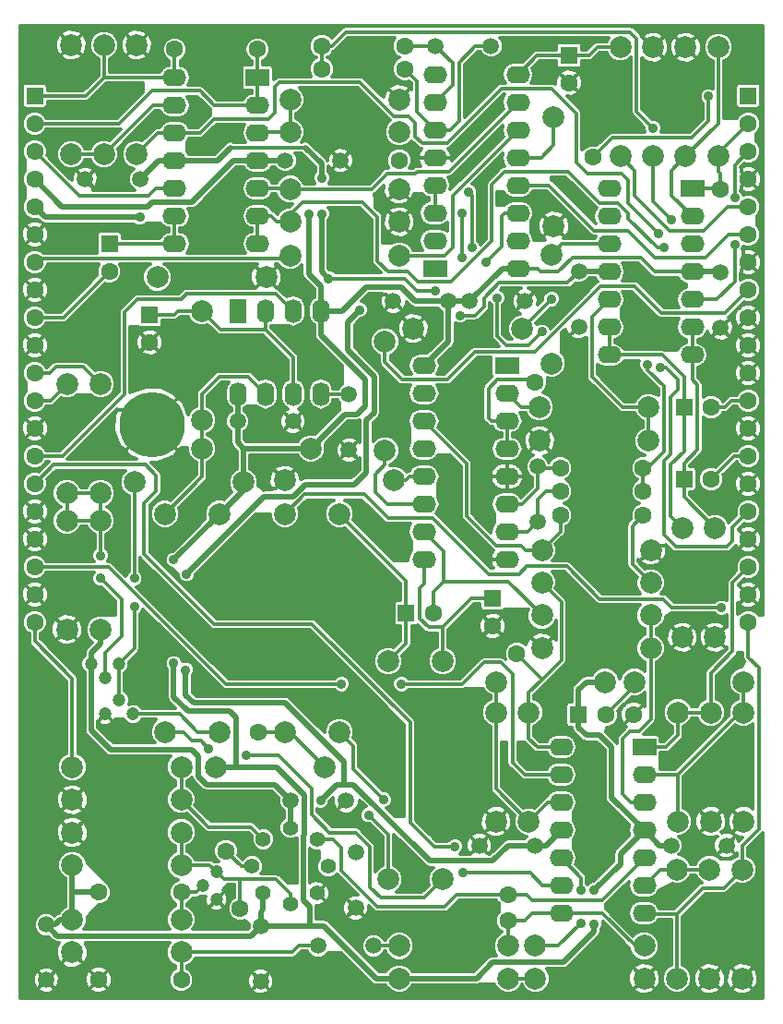
<source format=gbl>
G04 #@! TF.FileFunction,Copper,L2,Bot,Signal*
%FSLAX46Y46*%
G04 Gerber Fmt 4.6, Leading zero omitted, Abs format (unit mm)*
G04 Created by KiCad (PCBNEW (2016-08-20 BZR 7083)-product) date Thu Jun 15 13:02:43 2017*
%MOMM*%
%LPD*%
G01*
G04 APERTURE LIST*
%ADD10C,0.100000*%
%ADD11C,2.000000*%
%ADD12C,1.500000*%
%ADD13R,2.200000X1.600000*%
%ADD14O,2.200000X1.600000*%
%ADD15C,1.400000*%
%ADD16R,1.600000X2.200000*%
%ADD17O,1.600000X2.200000*%
%ADD18R,1.600200X1.600200*%
%ADD19C,1.600200*%
%ADD20C,1.600000*%
%ADD21C,1.200000*%
%ADD22C,6.000000*%
%ADD23R,1.600000X1.600000*%
%ADD24C,0.900000*%
%ADD25C,0.500000*%
%ADD26C,0.300000*%
G04 APERTURE END LIST*
D10*
D11*
X39200000Y11300000D03*
X34200000Y11300000D03*
X39200000Y31300000D03*
X34200000Y31300000D03*
X29700000Y24800000D03*
X24700000Y24800000D03*
X29700000Y44800000D03*
X24700000Y44800000D03*
X18700000Y24800000D03*
X13700000Y24800000D03*
X18700000Y44800000D03*
X13700000Y44800000D03*
D12*
X64700000Y66940000D03*
X64700000Y61860000D03*
X51700000Y61960000D03*
X51700000Y67040000D03*
X60160000Y14400000D03*
X65240000Y14400000D03*
X42560000Y14400000D03*
X47640000Y14400000D03*
X24760000Y77200000D03*
X29840000Y77200000D03*
X6360000Y75500000D03*
X11440000Y75500000D03*
X22500000Y7040000D03*
X22500000Y1960000D03*
X30340000Y18500000D03*
X25260000Y18500000D03*
X32840000Y5200000D03*
X27760000Y5200000D03*
X2800000Y7140000D03*
X2800000Y2060000D03*
X41660000Y64300000D03*
X46740000Y64300000D03*
X39740000Y64300000D03*
X34660000Y64300000D03*
X43640000Y87700000D03*
X38560000Y87700000D03*
X31200000Y13740000D03*
X31200000Y8660000D03*
X47900000Y49140000D03*
X47900000Y44060000D03*
X30600000Y55740000D03*
X30600000Y50660000D03*
X20360000Y53300000D03*
X25440000Y53300000D03*
D13*
X62110000Y74620000D03*
D14*
X62110000Y72080000D03*
X62110000Y69540000D03*
X62110000Y67000000D03*
X62110000Y64460000D03*
X62110000Y61920000D03*
X62110000Y59380000D03*
X54490000Y59380000D03*
X54490000Y61920000D03*
X54490000Y64460000D03*
X54490000Y67000000D03*
X54490000Y69540000D03*
X54490000Y72080000D03*
X54490000Y74620000D03*
D13*
X57710000Y23420000D03*
D14*
X57710000Y20880000D03*
X57710000Y18340000D03*
X57710000Y15800000D03*
X57710000Y13260000D03*
X57710000Y10720000D03*
X57710000Y8180000D03*
X50090000Y8180000D03*
X50090000Y10720000D03*
X50090000Y13260000D03*
X50090000Y15800000D03*
X50090000Y18340000D03*
X50090000Y20880000D03*
X50090000Y23420000D03*
D13*
X22210000Y84820000D03*
D14*
X22210000Y82280000D03*
X22210000Y79740000D03*
X22210000Y77200000D03*
X22210000Y74660000D03*
X22210000Y72120000D03*
X22210000Y69580000D03*
X14590000Y69580000D03*
X14590000Y72120000D03*
X14590000Y74660000D03*
X14590000Y77200000D03*
X14590000Y79740000D03*
X14590000Y82280000D03*
X14590000Y84820000D03*
X46110000Y67310000D03*
X46110000Y69850000D03*
D13*
X38490000Y67310000D03*
D14*
X38490000Y69850000D03*
X38490000Y72390000D03*
X38490000Y74930000D03*
X38490000Y77470000D03*
X38490000Y80010000D03*
X38490000Y82550000D03*
X38490000Y85090000D03*
X46110000Y85090000D03*
X46110000Y82550000D03*
X46110000Y80010000D03*
X46110000Y77470000D03*
X46110000Y74930000D03*
X46110000Y72390000D03*
D15*
X25200000Y9000000D03*
X22726000Y10026000D03*
X21700000Y12500000D03*
X22726000Y14974000D03*
X25200000Y16000000D03*
X27674000Y14974000D03*
X28700000Y12500000D03*
X27674000Y10026000D03*
D16*
X20390000Y63410000D03*
D17*
X22930000Y63410000D03*
X25470000Y63410000D03*
X28010000Y63410000D03*
X28010000Y55790000D03*
X25470000Y55790000D03*
X22930000Y55790000D03*
X20390000Y55790000D03*
D18*
X51660000Y26400000D03*
D19*
X54200000Y26400000D03*
X56740000Y26400000D03*
D20*
X46000000Y32000000D03*
X45200000Y7500000D03*
X22300000Y24800000D03*
X20600000Y8600000D03*
X35200000Y77200000D03*
X19300000Y13900000D03*
X45200000Y9900000D03*
X47700000Y56900000D03*
X22200000Y87400000D03*
X14600000Y87400000D03*
X53000000Y77500000D03*
X64700000Y74600000D03*
X50000000Y44700000D03*
X57600000Y44700000D03*
X15200000Y2100000D03*
X7600000Y2100000D03*
X7600000Y10100000D03*
X15200000Y10100000D03*
X28100000Y85600000D03*
X35700000Y85600000D03*
X28100000Y87700000D03*
X35700000Y87700000D03*
X57600000Y49000000D03*
X50000000Y49000000D03*
X57600000Y46900000D03*
X50000000Y46900000D03*
D21*
X8200000Y29765000D03*
X9470000Y31035000D03*
X6930000Y31035000D03*
X9500000Y27735000D03*
X8230000Y26465000D03*
X10770000Y26465000D03*
X17165000Y10700000D03*
X18435000Y9430000D03*
X18435000Y11970000D03*
D14*
X37490000Y58390000D03*
X37490000Y55850000D03*
D13*
X45110000Y58390000D03*
D14*
X45110000Y55850000D03*
X45110000Y53310000D03*
X45110000Y50770000D03*
X45110000Y48230000D03*
X45110000Y45690000D03*
X45110000Y43150000D03*
X45110000Y40610000D03*
X37490000Y40610000D03*
X37490000Y43150000D03*
X37490000Y45690000D03*
X37490000Y48230000D03*
X37490000Y50770000D03*
X37490000Y53310000D03*
D22*
X12500000Y53000000D03*
D20*
X1750000Y34870000D03*
X1750000Y37410000D03*
X1750000Y39950000D03*
X1750000Y42490000D03*
X1750000Y45030000D03*
X1750000Y47570000D03*
X1750000Y50110000D03*
X1750000Y52650000D03*
X1750000Y55190000D03*
X1750000Y57730000D03*
X1750000Y60270000D03*
X1750000Y62810000D03*
X1750000Y65350000D03*
X1750000Y67890000D03*
X1750000Y70430000D03*
X1750000Y72970000D03*
X1750000Y75510000D03*
X1750000Y78050000D03*
D23*
X1750000Y83130000D03*
D20*
X1750000Y80590000D03*
X67250000Y34870000D03*
X67250000Y37410000D03*
X67250000Y39950000D03*
X67250000Y42490000D03*
X67250000Y45030000D03*
X67250000Y47570000D03*
X67250000Y50110000D03*
X67250000Y52650000D03*
X67250000Y55190000D03*
X67250000Y57730000D03*
X67250000Y60270000D03*
X67250000Y62810000D03*
X67250000Y65350000D03*
X67250000Y67890000D03*
X67250000Y70430000D03*
X67250000Y72970000D03*
X67250000Y75510000D03*
X67250000Y78050000D03*
D23*
X67250000Y83130000D03*
D20*
X67250000Y80590000D03*
D23*
X50800000Y86850000D03*
D20*
X50800000Y84350000D03*
D23*
X35850000Y35700000D03*
D20*
X38350000Y35700000D03*
D23*
X43800000Y37050000D03*
D20*
X43800000Y34550000D03*
D23*
X12300000Y63050000D03*
D20*
X12300000Y60550000D03*
D23*
X8600000Y69550000D03*
D20*
X8600000Y67050000D03*
D23*
X61350000Y54600000D03*
D20*
X63850000Y54600000D03*
D23*
X61350000Y48000000D03*
D20*
X63850000Y48000000D03*
D11*
X54100000Y29400000D03*
X44100000Y29400000D03*
X35200000Y2200000D03*
X45200000Y2200000D03*
X44100000Y16600000D03*
X44100000Y26600000D03*
X7800000Y56700000D03*
X7800000Y46700000D03*
X7800000Y34200000D03*
X7800000Y44200000D03*
X4700000Y56700000D03*
X4700000Y46700000D03*
X47100000Y16600000D03*
X47100000Y26600000D03*
X57700000Y2200000D03*
X47700000Y2200000D03*
X47700000Y5200000D03*
X57700000Y5200000D03*
X4700000Y34200000D03*
X4700000Y44200000D03*
X48300000Y38500000D03*
X58300000Y38500000D03*
X10900000Y47700000D03*
X20900000Y47700000D03*
X45200000Y5200000D03*
X35200000Y5200000D03*
X28400000Y21600000D03*
X18400000Y21600000D03*
X58300000Y41500000D03*
X48300000Y41500000D03*
X35200000Y74600000D03*
X25200000Y74600000D03*
X5200000Y4600000D03*
X15200000Y4600000D03*
X15200000Y7600000D03*
X5200000Y7600000D03*
X35200000Y71600000D03*
X25200000Y71600000D03*
X55500000Y77600000D03*
X55500000Y87600000D03*
X15200000Y12600000D03*
X5200000Y12600000D03*
X56800000Y29400000D03*
X66800000Y29400000D03*
X66800000Y16600000D03*
X66800000Y26600000D03*
X5200000Y15600000D03*
X15200000Y15600000D03*
X58300000Y35500000D03*
X48300000Y35500000D03*
X48300000Y32500000D03*
X58300000Y32500000D03*
X60800000Y16600000D03*
X60800000Y26600000D03*
X15200000Y21600000D03*
X5200000Y21600000D03*
X5200000Y18600000D03*
X15200000Y18600000D03*
X63800000Y16600000D03*
X63800000Y26600000D03*
X35200000Y68500000D03*
X25200000Y68500000D03*
X49400000Y71200000D03*
X49400000Y81200000D03*
X33900000Y50600000D03*
X33900000Y60600000D03*
X24700000Y47900000D03*
X34700000Y47900000D03*
X63700000Y2200000D03*
X63700000Y12200000D03*
X60700000Y12200000D03*
X60700000Y2200000D03*
X11100000Y87800000D03*
X11100000Y77800000D03*
X66700000Y2200000D03*
X66700000Y12200000D03*
X58500000Y87600000D03*
X58500000Y77600000D03*
X35200000Y79800000D03*
X25200000Y79800000D03*
X48100000Y54600000D03*
X58100000Y54600000D03*
X49200000Y58600000D03*
X49200000Y68600000D03*
X5100000Y87800000D03*
X5100000Y77800000D03*
X61500000Y87600000D03*
X61500000Y77600000D03*
X35200000Y82800000D03*
X25200000Y82800000D03*
X36500000Y61800000D03*
X46500000Y61800000D03*
X8100000Y77800000D03*
X8100000Y87800000D03*
X64500000Y87600000D03*
X64500000Y77600000D03*
X17100000Y50800000D03*
X27100000Y50800000D03*
X17100000Y63400000D03*
X17100000Y53400000D03*
X48100000Y51500000D03*
X58100000Y51500000D03*
X23000000Y66500000D03*
X13000000Y66500000D03*
X61200000Y33500000D03*
X61200000Y43500000D03*
X64200000Y33500000D03*
X64200000Y43500000D03*
D24*
X14500000Y31100000D03*
X14500000Y40600000D03*
X53100000Y10300000D03*
X53100000Y7200000D03*
X26900000Y72300000D03*
X22300000Y17900000D03*
X17000000Y18900000D03*
X43100000Y60800000D03*
X39700000Y58800000D03*
X43300000Y62900000D03*
X52400000Y65600000D03*
X48800000Y62500000D03*
X44000000Y81800000D03*
X27300000Y83100000D03*
X33600000Y81100000D03*
X33200000Y14900000D03*
X36600000Y10800000D03*
X35200000Y14000000D03*
X56300000Y55600000D03*
X52700000Y72700000D03*
X49900000Y75300000D03*
X53500000Y80500000D03*
X44700000Y73700000D03*
X44100000Y79300000D03*
X44100000Y76700000D03*
X41300000Y76500000D03*
X42800000Y70500000D03*
X42800000Y75100000D03*
X55700000Y85800000D03*
X61500000Y80500000D03*
X57100000Y80400000D03*
X58600000Y81400000D03*
X27900000Y27800000D03*
X17000000Y28500000D03*
X17200000Y14300000D03*
X16800000Y81600000D03*
X16800000Y78600000D03*
X19800000Y79700000D03*
X8300000Y79600000D03*
X3800000Y81700000D03*
X10800000Y83700000D03*
X29600000Y87100000D03*
X33800000Y87100000D03*
X20200000Y75600000D03*
X25300000Y87400000D03*
X16700000Y88500000D03*
X19900000Y83500000D03*
X12600000Y70700000D03*
X23700000Y75900000D03*
X16700000Y69400000D03*
X23700000Y73400000D03*
X20200000Y69300000D03*
X15200000Y66200000D03*
X22100000Y59300000D03*
X28900000Y57800000D03*
X25900000Y61000000D03*
X29600000Y72400000D03*
X32200000Y67500000D03*
X41800000Y82300000D03*
X44300000Y85900000D03*
X48100000Y87800000D03*
X67700000Y88400000D03*
X65800000Y84600000D03*
X56800000Y67100000D03*
X61000000Y65700000D03*
X56500000Y64500000D03*
X61000000Y60700000D03*
X56400000Y60400000D03*
X32400000Y59300000D03*
X33700000Y52800000D03*
X42800000Y44800000D03*
X42700000Y58200000D03*
X39400000Y54600000D03*
X62500000Y37600000D03*
X66300000Y31300000D03*
X59200000Y25100000D03*
X62900000Y24900000D03*
X59800000Y22000000D03*
X66800000Y24600000D03*
X49000000Y25100000D03*
X49800000Y29500000D03*
X56100000Y31600000D03*
X56100000Y35700000D03*
X50400000Y38200000D03*
X54900000Y8700000D03*
X40100000Y1000000D03*
X29600000Y3700000D03*
X33000000Y1000000D03*
X54300000Y6300000D03*
X50000000Y1700000D03*
X52400000Y22800000D03*
X55400000Y16100000D03*
X53000000Y12200000D03*
X56300000Y53300000D03*
X55500000Y47900000D03*
X50500000Y41600000D03*
X55800000Y38400000D03*
X45000000Y21200000D03*
X47000000Y18700000D03*
X46600000Y23200000D03*
X40000000Y44800000D03*
X39100000Y49600000D03*
X35400000Y41300000D03*
X31800000Y44900000D03*
X22000000Y36100000D03*
X23600000Y40100000D03*
X29100000Y37800000D03*
X32200000Y31500000D03*
X34700000Y37700000D03*
X30200000Y42600000D03*
X27600000Y45200000D03*
X22700000Y44400000D03*
X16700000Y38000000D03*
X18800000Y49000000D03*
X18600000Y55500000D03*
X13700000Y42100000D03*
X6400000Y67100000D03*
X9900000Y65300000D03*
X8700000Y58600000D03*
X7400000Y54800000D03*
X6200000Y48200000D03*
X9600000Y46200000D03*
X9600000Y40700000D03*
X8300000Y36300000D03*
X38100000Y16300000D03*
X42900000Y20400000D03*
X37700000Y23300000D03*
X42200000Y27800000D03*
X35800000Y27800000D03*
X36900000Y33800000D03*
X37200000Y30300000D03*
X61900000Y7600000D03*
X60000000Y9500000D03*
X67900000Y10500000D03*
X59600000Y6900000D03*
X16900000Y3400000D03*
X13200000Y4900000D03*
X37200000Y3600000D03*
X43500000Y8600000D03*
X35700000Y7600000D03*
X27400000Y13400000D03*
X13100000Y21800000D03*
X25300000Y11400000D03*
X24700000Y14200000D03*
X12300000Y39100000D03*
X13400000Y36400000D03*
X12300000Y34800000D03*
X12300000Y28500000D03*
X35200000Y17500000D03*
X35200000Y22700000D03*
X31800000Y25200000D03*
X32600000Y27700000D03*
X30100000Y30600000D03*
X26600000Y33700000D03*
X19700000Y30300000D03*
X16700000Y34900000D03*
X11300000Y24400000D03*
X1400000Y31700000D03*
X2000000Y24000000D03*
X13100000Y7400000D03*
X38500000Y65250000D03*
X40800000Y63000000D03*
X28000000Y18500000D03*
X15600000Y30500000D03*
X15700000Y39300000D03*
X31600000Y63500000D03*
X28700000Y66400000D03*
X28100000Y72300000D03*
X28100000Y75600000D03*
X11400000Y72000000D03*
X51900000Y10300000D03*
X51900000Y7300000D03*
X64800000Y36200000D03*
X59000000Y70500000D03*
X58000000Y58500000D03*
X43200000Y67900000D03*
X41600000Y74300000D03*
X41900000Y69200000D03*
X48300000Y61500000D03*
X44200000Y64600000D03*
X41000000Y68300000D03*
X41000000Y72400000D03*
X7800000Y38900000D03*
X7800000Y41000000D03*
X10900000Y36300000D03*
X10900000Y38900000D03*
X58500000Y80200000D03*
X60200000Y71800000D03*
X49200000Y64500000D03*
X59500000Y69200000D03*
X59200000Y58200000D03*
X29900000Y29200000D03*
X35400000Y29200000D03*
X41100000Y11900000D03*
X40300000Y14300000D03*
X33800000Y18600000D03*
X32400000Y17200000D03*
X17700000Y23300000D03*
X21200000Y22700000D03*
X63600000Y83100000D03*
X66000000Y69500000D03*
X66000000Y73800000D03*
D25*
X18700000Y44800000D02*
X20900000Y47000000D01*
X20900000Y47000000D02*
X20900000Y47700000D01*
X14500000Y31100000D02*
X14500000Y28000000D01*
X20200000Y26100000D02*
X20200000Y21600000D01*
X19600000Y26700000D02*
X20200000Y26100000D01*
X15800000Y26700000D02*
X19600000Y26700000D01*
X14500000Y28000000D02*
X15800000Y26700000D01*
X18400000Y21600000D02*
X20200000Y21600000D01*
X20200000Y21600000D02*
X23951470Y21600000D01*
X26400000Y9400000D02*
X27000000Y8800000D01*
X26400000Y15300000D02*
X26400000Y9400000D01*
X26500000Y15400000D02*
X26400000Y15300000D01*
X26500000Y19051470D02*
X26500000Y15400000D01*
X27000000Y8800000D02*
X27000000Y7040000D01*
X23951470Y21600000D02*
X26500000Y19051470D01*
X18700000Y44800000D02*
X14500000Y40600000D01*
X14500000Y40600000D02*
X14500000Y40600000D01*
X7600000Y10100000D02*
X5200000Y10100000D01*
X5200000Y7600000D02*
X5200000Y10100000D01*
X5200000Y10100000D02*
X5200000Y12600000D01*
X2800000Y7140000D02*
X3640000Y7140000D01*
X4100000Y7600000D02*
X5200000Y7600000D01*
X3640000Y7140000D02*
X4100000Y7600000D01*
X22500000Y7040000D02*
X21560000Y6100000D01*
X3840000Y6100000D02*
X2800000Y7140000D01*
X21560000Y6100000D02*
X3840000Y6100000D01*
X35200000Y2200000D02*
X42300000Y2200000D01*
X55500000Y13590000D02*
X57710000Y15800000D01*
X55500000Y12700000D02*
X55500000Y13590000D01*
X53100000Y10300000D02*
X55500000Y12700000D01*
X53100000Y6500000D02*
X53100000Y7200000D01*
X50300000Y3700000D02*
X53100000Y6500000D01*
X43800000Y3700000D02*
X50300000Y3700000D01*
X42300000Y2200000D02*
X43800000Y3700000D01*
X22500000Y7040000D02*
X27000000Y7040000D01*
X27000000Y7040000D02*
X28260000Y7040000D01*
X28260000Y7040000D02*
X33100000Y2200000D01*
X33100000Y2200000D02*
X35200000Y2200000D01*
X22726000Y10026000D02*
X22726000Y8526000D01*
X22500000Y8300000D02*
X22500000Y7040000D01*
X22726000Y8526000D02*
X22500000Y8300000D01*
X51660000Y26400000D02*
X51660000Y28660000D01*
X52400000Y29400000D02*
X54100000Y29400000D01*
X51660000Y28660000D02*
X52400000Y29400000D01*
X57710000Y15800000D02*
X54700000Y18810000D01*
X54700000Y18810000D02*
X54700000Y23400000D01*
X54700000Y23400000D02*
X53600000Y24500000D01*
X53600000Y24500000D02*
X52400000Y24500000D01*
X52400000Y24500000D02*
X51660000Y25240000D01*
X51660000Y25240000D02*
X51660000Y26400000D01*
X57710000Y15800000D02*
X59110000Y14400000D01*
X59110000Y14400000D02*
X60160000Y14400000D01*
X39740000Y64300000D02*
X36700000Y64300000D01*
X36700000Y64300000D02*
X35400000Y65600000D01*
X46110000Y67310000D02*
X44670000Y67310000D01*
X44670000Y67310000D02*
X41660000Y64300000D01*
D26*
X46110000Y67310000D02*
X47890000Y67310000D01*
X58700000Y67000000D02*
X62110000Y67000000D01*
X57400000Y68300000D02*
X58700000Y67000000D01*
X51100000Y68300000D02*
X57400000Y68300000D01*
X49800000Y67000000D02*
X51100000Y68300000D01*
X48200000Y67000000D02*
X49800000Y67000000D01*
X47890000Y67310000D02*
X48200000Y67000000D01*
D25*
X28010000Y63410000D02*
X28010000Y61190000D01*
X30250000Y53950000D02*
X27100000Y50800000D01*
X31350000Y53950000D02*
X30250000Y53950000D01*
X32100000Y54700000D02*
X31350000Y53950000D01*
X32100000Y57100000D02*
X32100000Y54700000D01*
X28010000Y61190000D02*
X32100000Y57100000D01*
X28010000Y65690000D02*
X28010000Y63410000D01*
X26900000Y66800000D02*
X28010000Y65690000D01*
X26900000Y72300000D02*
X26900000Y66800000D01*
X35400000Y65600000D02*
X32200000Y65600000D01*
X30010000Y63410000D02*
X28010000Y63410000D01*
X32200000Y65600000D02*
X30010000Y63410000D01*
X39740000Y64300000D02*
X41660000Y64300000D01*
X37490000Y58390000D02*
X39740000Y60640000D01*
X39740000Y60640000D02*
X39740000Y64300000D01*
X64640000Y67000000D02*
X62110000Y67000000D01*
X27100000Y50800000D02*
X20900000Y50800000D01*
X20900000Y47700000D02*
X20900000Y50800000D01*
X20360000Y51340000D02*
X20360000Y53300000D01*
X20900000Y50800000D02*
X20360000Y51340000D01*
X20390000Y55790000D02*
X20390000Y53330000D01*
X22210000Y77200000D02*
X20000000Y77200000D01*
X4260000Y73000000D02*
X12100000Y73000000D01*
X4260000Y73000000D02*
X1750000Y75510000D01*
X12500000Y73400000D02*
X12100000Y73000000D01*
X16200000Y73400000D02*
X12500000Y73400000D01*
X20000000Y77200000D02*
X16200000Y73400000D01*
X24760000Y77200000D02*
X22210000Y77200000D01*
D26*
X22300000Y17900000D02*
X18000000Y17900000D01*
X18000000Y17900000D02*
X17000000Y18900000D01*
X43100000Y60800000D02*
X43300000Y61000000D01*
X43300000Y61000000D02*
X43300000Y62900000D01*
X52400000Y65600000D02*
X49300000Y62500000D01*
X49300000Y62500000D02*
X48800000Y62500000D01*
X27300000Y83100000D02*
X31600000Y83100000D01*
X31600000Y83100000D02*
X33600000Y81100000D01*
X36600000Y12600000D02*
X36600000Y10800000D01*
X35200000Y14000000D02*
X36600000Y12600000D01*
X57100000Y80400000D02*
X57000000Y80500000D01*
X57000000Y80500000D02*
X53500000Y80500000D01*
X52500000Y72700000D02*
X52700000Y72700000D01*
X49900000Y75300000D02*
X52500000Y72700000D01*
X44100000Y76700000D02*
X42800000Y75400000D01*
X41300000Y76500000D02*
X44100000Y79300000D01*
X42800000Y75400000D02*
X42800000Y75100000D01*
X57100000Y80400000D02*
X55700000Y81800000D01*
X55700000Y81800000D02*
X55700000Y85800000D01*
X61500000Y80500000D02*
X59500000Y80500000D01*
X59500000Y80500000D02*
X58600000Y81400000D01*
X27200000Y28500000D02*
X27900000Y27800000D01*
X17000000Y28500000D02*
X27200000Y28500000D01*
X67250000Y75510000D02*
X66600000Y76160000D01*
X66600000Y76160000D02*
X66600000Y76600000D01*
X67250000Y75510000D02*
X66600000Y74860000D01*
X66600000Y74860000D02*
X66600000Y74400000D01*
X67250000Y67890000D02*
X66800000Y68340000D01*
X66800000Y68340000D02*
X66800000Y69100000D01*
X67250000Y67890000D02*
X66600000Y67240000D01*
X66600000Y67240000D02*
X66600000Y66500000D01*
X67250000Y42490000D02*
X66400000Y43340000D01*
X66400000Y43340000D02*
X66400000Y43400000D01*
X67250000Y37410000D02*
X66400000Y38260000D01*
X66400000Y38260000D02*
X66400000Y38300000D01*
X58300000Y41500000D02*
X58700000Y41900000D01*
X58700000Y41900000D02*
X59700000Y41900000D01*
X42560000Y14400000D02*
X43260000Y13700000D01*
X43260000Y13700000D02*
X43500000Y13700000D01*
X42560000Y14400000D02*
X41860000Y13700000D01*
X41860000Y13700000D02*
X41300000Y13700000D01*
X34660000Y64300000D02*
X34060000Y64900000D01*
X34060000Y64900000D02*
X33300000Y64900000D01*
X23000000Y66500000D02*
X23900000Y65600000D01*
X23900000Y65600000D02*
X24400000Y65600000D01*
X23000000Y66500000D02*
X22100000Y65600000D01*
X22100000Y65600000D02*
X21600000Y65600000D01*
X24700000Y47900000D02*
X23900000Y47100000D01*
X23900000Y47100000D02*
X23100000Y47100000D01*
X12500000Y53000000D02*
X11200000Y54300000D01*
X11200000Y54300000D02*
X9300000Y54300000D01*
X8230000Y26465000D02*
X7600000Y25835000D01*
X7600000Y25835000D02*
X7600000Y25300000D01*
X18700000Y78600000D02*
X16800000Y78600000D01*
X19800000Y79700000D02*
X18700000Y78600000D01*
X8800000Y81700000D02*
X3800000Y81700000D01*
X10800000Y83700000D02*
X8800000Y81700000D01*
X35200000Y82800000D02*
X33800000Y84200000D01*
X33800000Y84200000D02*
X33800000Y87100000D01*
X16700000Y86700000D02*
X16700000Y88500000D01*
X19900000Y83500000D02*
X16700000Y86700000D01*
X1750000Y70430000D02*
X2620000Y71300000D01*
X10400000Y70700000D02*
X12600000Y70700000D01*
X9800000Y71300000D02*
X10400000Y70700000D01*
X2620000Y71300000D02*
X9800000Y71300000D01*
X20500000Y75900000D02*
X23700000Y75900000D01*
X16700000Y72100000D02*
X20200000Y75600000D01*
X16700000Y72100000D02*
X16700000Y69400000D01*
X20200000Y75600000D02*
X20500000Y75900000D01*
X21900000Y67600000D02*
X16600000Y67600000D01*
X16600000Y67600000D02*
X15200000Y66200000D01*
X23000000Y66500000D02*
X21900000Y67600000D01*
X25900000Y60800000D02*
X28900000Y57800000D01*
X25900000Y61000000D02*
X25900000Y60800000D01*
X32200000Y69800000D02*
X29600000Y72400000D01*
X32200000Y67500000D02*
X32200000Y69800000D01*
X40070000Y77470000D02*
X38490000Y77470000D01*
X46200000Y87800000D02*
X44300000Y85900000D01*
X48100000Y87800000D02*
X46200000Y87800000D01*
X67700000Y86500000D02*
X67700000Y88400000D01*
X65800000Y84600000D02*
X67700000Y86500000D01*
X56800000Y67100000D02*
X58200000Y65700000D01*
X58200000Y65700000D02*
X61000000Y65700000D01*
X56500000Y60500000D02*
X56500000Y64500000D01*
X56400000Y60400000D02*
X56500000Y60500000D01*
X56400000Y60400000D02*
X60700000Y60400000D01*
X60700000Y60400000D02*
X61000000Y60700000D01*
X33700000Y58000000D02*
X32400000Y59300000D01*
X33700000Y52800000D02*
X33700000Y58000000D01*
X42800000Y44800000D02*
X42800000Y51200000D01*
X42800000Y51200000D02*
X39400000Y54600000D01*
X58300000Y41500000D02*
X62200000Y37600000D01*
X62200000Y37600000D02*
X62500000Y37600000D01*
X60000000Y22000000D02*
X62900000Y24900000D01*
X59800000Y22000000D02*
X60000000Y22000000D01*
X63800000Y16600000D02*
X66800000Y19600000D01*
X66800000Y19600000D02*
X66800000Y24600000D01*
X49000000Y25100000D02*
X49800000Y25900000D01*
X49800000Y25900000D02*
X49800000Y29500000D01*
X56100000Y31600000D02*
X56100000Y35700000D01*
X40100000Y1000000D02*
X40400000Y700000D01*
X29600000Y3700000D02*
X32300000Y1000000D01*
X32300000Y1000000D02*
X33000000Y1000000D01*
X49000000Y700000D02*
X50000000Y1700000D01*
X40400000Y700000D02*
X49000000Y700000D01*
X55400000Y14600000D02*
X55400000Y16100000D01*
X53000000Y12200000D02*
X55400000Y14600000D01*
X56300000Y48700000D02*
X56300000Y53300000D01*
X55500000Y47900000D02*
X56300000Y48700000D01*
X52600000Y41600000D02*
X50500000Y41600000D01*
X55800000Y38400000D02*
X52600000Y41600000D01*
X40000000Y44800000D02*
X40000000Y48700000D01*
X40000000Y48700000D02*
X39100000Y49600000D01*
X31800000Y44900000D02*
X35400000Y41300000D01*
X26800000Y40100000D02*
X23600000Y40100000D01*
X29100000Y37800000D02*
X26800000Y40100000D01*
X32200000Y35200000D02*
X32200000Y31500000D01*
X34700000Y37700000D02*
X32200000Y35200000D01*
X29000000Y42600000D02*
X30200000Y42600000D01*
X27600000Y44000000D02*
X29000000Y42600000D01*
X27600000Y45200000D02*
X27600000Y44000000D01*
X22700000Y44000000D02*
X22700000Y44400000D01*
X16700000Y38000000D02*
X22700000Y44000000D01*
X18800000Y55300000D02*
X18800000Y49000000D01*
X18600000Y55500000D02*
X18800000Y55300000D01*
X1750000Y60270000D02*
X3580000Y62100000D01*
X6700000Y62100000D02*
X9900000Y65300000D01*
X3580000Y62100000D02*
X6700000Y62100000D01*
X1750000Y52650000D02*
X3400000Y54300000D01*
X6900000Y54300000D02*
X7400000Y54800000D01*
X3400000Y54300000D02*
X6900000Y54300000D01*
X9600000Y40700000D02*
X9600000Y46200000D01*
X40660000Y16300000D02*
X38100000Y16300000D01*
X42900000Y20400000D02*
X40000000Y23300000D01*
X40000000Y23300000D02*
X37700000Y23300000D01*
X42200000Y27800000D02*
X35800000Y27800000D01*
X42560000Y14400000D02*
X40660000Y16300000D01*
X37200000Y33500000D02*
X36900000Y33800000D01*
X37200000Y30300000D02*
X37200000Y33500000D01*
X66700000Y2200000D02*
X67900000Y3400000D01*
X67900000Y3400000D02*
X67900000Y10500000D01*
X57700000Y2200000D02*
X59600000Y4100000D01*
X59600000Y4100000D02*
X59600000Y6900000D01*
X22500000Y1960000D02*
X21060000Y3400000D01*
X21060000Y3400000D02*
X16900000Y3400000D01*
X31200000Y8660000D02*
X32260000Y7600000D01*
X38500000Y3600000D02*
X37200000Y3600000D01*
X43500000Y8600000D02*
X38500000Y3600000D01*
X32260000Y7600000D02*
X35700000Y7600000D01*
X8400000Y21800000D02*
X13100000Y21800000D01*
X5200000Y18600000D02*
X8400000Y21800000D01*
X24700000Y14200000D02*
X24700000Y12000000D01*
X24700000Y12000000D02*
X25300000Y11400000D01*
X13400000Y36400000D02*
X15200000Y36400000D01*
X12300000Y39100000D02*
X13400000Y38000000D01*
X13400000Y38000000D02*
X13400000Y36400000D01*
X12300000Y28500000D02*
X12300000Y34800000D01*
X34300000Y22700000D02*
X35200000Y22700000D01*
X31800000Y25200000D02*
X34300000Y22700000D01*
X32600000Y28500000D02*
X32600000Y27700000D01*
X30500000Y30600000D02*
X32600000Y28500000D01*
X30100000Y30600000D02*
X30500000Y30600000D01*
X23200000Y30300000D02*
X26600000Y33700000D01*
X19700000Y30300000D02*
X23200000Y30300000D01*
X15200000Y36400000D02*
X16700000Y34900000D01*
X1400000Y24600000D02*
X1400000Y31700000D01*
X2000000Y24000000D02*
X1400000Y24600000D01*
X44400000Y66000000D02*
X43000000Y64600000D01*
X36850000Y65250000D02*
X35700000Y66400000D01*
X38500000Y65250000D02*
X36850000Y65250000D01*
X42200000Y63000000D02*
X40800000Y63000000D01*
X43000000Y63800000D02*
X42200000Y63000000D01*
X43000000Y64600000D02*
X43000000Y63800000D01*
D25*
X29500000Y20000000D02*
X30150000Y20000000D01*
X28000000Y18500000D02*
X29500000Y20000000D01*
X30150000Y22050000D02*
X30150000Y20000000D01*
X15600000Y28200000D02*
X15600000Y30500000D01*
X16300000Y27500000D02*
X15600000Y28200000D01*
X24700000Y27500000D02*
X16300000Y27500000D01*
X30150000Y22050000D02*
X24700000Y27500000D01*
X30150000Y20000000D02*
X31000000Y20000000D01*
X43800000Y13000000D02*
X45200000Y14400000D01*
X38000000Y13000000D02*
X43800000Y13000000D01*
X31000000Y20000000D02*
X38000000Y13000000D01*
X45200000Y14400000D02*
X47640000Y14400000D01*
X16200000Y23200000D02*
X16800000Y22600000D01*
X17500000Y20000000D02*
X23760000Y20000000D01*
X16800000Y20700000D02*
X17500000Y20000000D01*
X16800000Y22600000D02*
X16800000Y20700000D01*
X25260000Y18500000D02*
X23760000Y20000000D01*
X32900000Y57400000D02*
X32900000Y54100000D01*
X31600000Y63500000D02*
X30500000Y62400000D01*
X30500000Y62400000D02*
X30500000Y59800000D01*
X30500000Y59800000D02*
X32900000Y57400000D01*
X15700000Y39300000D02*
X15700000Y39300000D01*
X22800000Y46400000D02*
X15700000Y39300000D01*
X25451470Y46400000D02*
X22800000Y46400000D01*
X26551470Y47500000D02*
X25451470Y46400000D01*
X31100000Y47500000D02*
X26551470Y47500000D01*
X32200000Y48600000D02*
X31100000Y47500000D01*
X32200000Y53400000D02*
X32200000Y48600000D01*
X32900000Y54100000D02*
X32200000Y53400000D01*
X26600000Y78400000D02*
X28100000Y76900000D01*
D26*
X35700000Y66400000D02*
X28700000Y66400000D01*
D25*
X28700000Y66400000D02*
X28100000Y67000000D01*
X28100000Y67000000D02*
X28100000Y72300000D01*
D26*
X51700000Y67040000D02*
X50660000Y66000000D01*
X50660000Y66000000D02*
X44400000Y66000000D01*
D25*
X18500000Y77200000D02*
X14590000Y77200000D01*
X19700000Y78400000D02*
X18500000Y77200000D01*
D26*
X26600000Y78400000D02*
X19700000Y78400000D01*
D25*
X28100000Y76900000D02*
X28100000Y75600000D01*
X6930000Y31035000D02*
X6930000Y24970000D01*
X8700000Y23200000D02*
X16200000Y23200000D01*
X6930000Y24970000D02*
X8700000Y23200000D01*
X7800000Y34200000D02*
X7800000Y32900000D01*
X6930000Y32030000D02*
X6930000Y31035000D01*
X7800000Y32900000D02*
X6930000Y32030000D01*
X25260000Y18500000D02*
X25260000Y16060000D01*
X47640000Y14400000D02*
X48690000Y14400000D01*
X48690000Y14400000D02*
X50090000Y15800000D01*
X54450000Y67040000D02*
X51700000Y67040000D01*
X11440000Y75500000D02*
X13140000Y77200000D01*
X13140000Y77200000D02*
X14590000Y77200000D01*
X1750000Y72970000D02*
X2720000Y72000000D01*
X2720000Y72000000D02*
X11400000Y72000000D01*
D26*
X58300000Y32500000D02*
X58300000Y26000000D01*
X56460000Y18340000D02*
X57710000Y18340000D01*
X55700000Y19100000D02*
X56460000Y18340000D01*
X55700000Y24200000D02*
X55700000Y19100000D01*
X56400000Y24900000D02*
X55700000Y24200000D01*
X57200000Y24900000D02*
X56400000Y24900000D01*
X58300000Y26000000D02*
X57200000Y24900000D01*
X58300000Y35500000D02*
X58300000Y32500000D01*
X34200000Y31300000D02*
X35850000Y32950000D01*
X35850000Y32950000D02*
X35850000Y35700000D01*
X29700000Y44800000D02*
X35850000Y38650000D01*
X35850000Y38650000D02*
X35850000Y35700000D01*
X37100000Y35200000D02*
X37900000Y34400000D01*
X37490000Y38390000D02*
X37100000Y38000000D01*
X37100000Y38000000D02*
X37100000Y35200000D01*
X37490000Y40610000D02*
X37490000Y38390000D01*
X37900000Y34400000D02*
X39200000Y34400000D01*
X41850000Y37050000D02*
X39200000Y34400000D01*
X43800000Y37050000D02*
X41850000Y37050000D01*
X39200000Y34400000D02*
X39200000Y31300000D01*
X32840000Y5200000D02*
X35200000Y5200000D01*
X15200000Y4600000D02*
X15200000Y2100000D01*
X15200000Y10100000D02*
X15200000Y7600000D01*
X17165000Y10700000D02*
X16565000Y10100000D01*
X16565000Y10100000D02*
X15200000Y10100000D01*
X27760000Y5200000D02*
X26000000Y5200000D01*
X26000000Y5200000D02*
X25400000Y4600000D01*
X25400000Y4600000D02*
X15200000Y4600000D01*
X50800000Y86850000D02*
X52650000Y86850000D01*
X53400000Y87600000D02*
X55500000Y87600000D01*
X52650000Y86850000D02*
X53400000Y87600000D01*
X46110000Y85090000D02*
X47870000Y86850000D01*
X47870000Y86850000D02*
X50800000Y86850000D01*
X48300000Y35500000D02*
X45200000Y38600000D01*
X45200000Y38600000D02*
X39300000Y38600000D01*
X37490000Y43150000D02*
X39300000Y41340000D01*
X38350000Y37650000D02*
X38350000Y35700000D01*
X39300000Y38600000D02*
X38350000Y37650000D01*
X39300000Y41340000D02*
X39300000Y38600000D01*
X35700000Y85600000D02*
X36800000Y84500000D01*
X36800000Y84500000D02*
X36800000Y81700000D01*
X36800000Y81700000D02*
X38490000Y80010000D01*
X38490000Y80010000D02*
X39910000Y80010000D01*
X42200000Y87700000D02*
X43640000Y87700000D01*
X40700000Y86200000D02*
X42200000Y87700000D01*
X40700000Y80800000D02*
X40700000Y86200000D01*
X39910000Y80010000D02*
X40700000Y80800000D01*
X38560000Y87700000D02*
X40100000Y86160000D01*
X40100000Y84160000D02*
X38490000Y82550000D01*
X40100000Y86160000D02*
X40100000Y84160000D01*
X35700000Y87700000D02*
X38560000Y87700000D01*
X45110000Y45690000D02*
X46490000Y45690000D01*
X47900000Y47100000D02*
X47900000Y49140000D01*
X46490000Y45690000D02*
X47900000Y47100000D01*
X50000000Y49000000D02*
X48040000Y49000000D01*
X47900000Y44060000D02*
X46990000Y43150000D01*
X46990000Y43150000D02*
X45110000Y43150000D01*
X50000000Y46900000D02*
X48700000Y46900000D01*
X47900000Y46100000D02*
X47900000Y44060000D01*
X48700000Y46900000D02*
X47900000Y46100000D01*
X22930000Y61700000D02*
X18800000Y61700000D01*
X18800000Y61700000D02*
X17100000Y63400000D01*
X25470000Y55790000D02*
X25470000Y59130000D01*
X22930000Y61700000D02*
X22930000Y63410000D01*
X25470000Y59130000D02*
X22930000Y61670000D01*
X17100000Y63400000D02*
X14900000Y63400000D01*
X14900000Y63400000D02*
X14550000Y63050000D01*
X14550000Y63050000D02*
X12300000Y63050000D01*
X28010000Y55790000D02*
X30550000Y55790000D01*
X8600000Y69550000D02*
X14560000Y69550000D01*
X14590000Y72120000D02*
X14590000Y69580000D01*
X54490000Y59380000D02*
X59320000Y59380000D01*
X61350000Y57350000D02*
X61350000Y54600000D01*
X59320000Y59380000D02*
X61350000Y57350000D01*
X61350000Y54600000D02*
X61350000Y50550000D01*
X61350000Y50550000D02*
X60100000Y49300000D01*
X60100000Y49300000D02*
X60100000Y44600000D01*
X60100000Y44600000D02*
X61200000Y43500000D01*
X54490000Y61920000D02*
X54490000Y59380000D01*
X61350000Y48000000D02*
X61350000Y46350000D01*
X61350000Y49450000D02*
X61350000Y48000000D01*
X62600000Y50700000D02*
X61350000Y49450000D01*
X62600000Y56600000D02*
X62600000Y50700000D01*
X62110000Y57090000D02*
X62600000Y56600000D01*
X61350000Y46350000D02*
X64200000Y43500000D01*
X62110000Y59380000D02*
X62110000Y57090000D01*
X62110000Y61920000D02*
X62110000Y59380000D01*
X52900000Y57400000D02*
X52900000Y62870000D01*
X52900000Y57400000D02*
X55700000Y54600000D01*
X58100000Y54600000D02*
X55700000Y54600000D01*
X52900000Y62870000D02*
X54490000Y64460000D01*
X58100000Y54600000D02*
X58100000Y51500000D01*
X27674000Y14974000D02*
X29126000Y14974000D01*
X29900000Y12100000D02*
X33200000Y8800000D01*
X29900000Y14200000D02*
X29900000Y12100000D01*
X29126000Y14974000D02*
X29900000Y14200000D01*
X40500000Y9900000D02*
X45200000Y9900000D01*
X33200000Y8800000D02*
X39400000Y8800000D01*
X39400000Y8800000D02*
X40500000Y9900000D01*
X57710000Y13260000D02*
X53850000Y9400000D01*
X46900000Y9900000D02*
X45200000Y9900000D01*
X47400000Y9400000D02*
X46900000Y9900000D01*
X53850000Y9400000D02*
X47400000Y9400000D01*
X60700000Y12200000D02*
X63700000Y12200000D01*
X57710000Y10720000D02*
X59190000Y12200000D01*
X59190000Y12200000D02*
X60700000Y12200000D01*
X50090000Y13260000D02*
X51900000Y11450000D01*
X51900000Y11450000D02*
X51900000Y10300000D01*
X51900000Y7300000D02*
X49800000Y5200000D01*
X49800000Y5200000D02*
X47700000Y5200000D01*
X47700000Y2200000D02*
X45200000Y2200000D01*
X47100000Y16600000D02*
X48840000Y18340000D01*
X48840000Y18340000D02*
X50090000Y18340000D01*
X44100000Y26600000D02*
X44100000Y19600000D01*
X44100000Y19600000D02*
X47100000Y16600000D01*
X44100000Y29400000D02*
X44100000Y26600000D01*
X57790000Y8100000D02*
X60700000Y8100000D01*
X60700000Y2200000D02*
X60700000Y8100000D01*
X63100000Y10500000D02*
X65000000Y10500000D01*
X60700000Y8100000D02*
X63100000Y10500000D01*
X66700000Y12200000D02*
X65000000Y10500000D01*
X67250000Y34870000D02*
X67250000Y31650000D01*
X66700000Y14400000D02*
X66700000Y12200000D01*
X68200000Y15900000D02*
X66700000Y14400000D01*
X68200000Y30700000D02*
X68200000Y15900000D01*
X67250000Y31650000D02*
X68200000Y30700000D01*
X26500000Y46600000D02*
X24700000Y44800000D01*
X32000000Y46600000D02*
X26500000Y46600000D01*
X34200000Y44400000D02*
X32000000Y46600000D01*
X38300000Y44400000D02*
X34200000Y44400000D01*
X43400000Y39300000D02*
X38300000Y44400000D01*
X46200000Y39300000D02*
X43400000Y39300000D01*
X46900000Y40000000D02*
X46200000Y39300000D01*
X50600000Y40000000D02*
X46900000Y40000000D01*
X53600000Y37000000D02*
X50600000Y40000000D01*
X59400000Y37000000D02*
X53600000Y37000000D01*
X60200000Y36200000D02*
X59400000Y37000000D01*
X64800000Y36200000D02*
X60200000Y36200000D01*
X25200000Y79800000D02*
X22270000Y79800000D01*
X25200000Y82800000D02*
X25200000Y79800000D01*
X25200000Y74600000D02*
X32700000Y74600000D01*
X39760000Y76200000D02*
X46110000Y82550000D01*
X36900000Y76200000D02*
X39760000Y76200000D01*
X36700000Y76000000D02*
X36900000Y76200000D01*
X34100000Y76000000D02*
X36700000Y76000000D01*
X32700000Y74600000D02*
X34100000Y76000000D01*
X22210000Y74660000D02*
X25140000Y74660000D01*
X23800000Y84000000D02*
X24200000Y84400000D01*
X23800000Y84000000D02*
X23800000Y81600000D01*
X23800000Y81600000D02*
X23200000Y81000000D01*
X23200000Y81000000D02*
X18200000Y81000000D01*
X18200000Y81000000D02*
X16940000Y79740000D01*
X14590000Y79740000D02*
X16940000Y79740000D01*
X59000000Y70500000D02*
X56200000Y73300000D01*
X56200000Y75400000D02*
X56200000Y73300000D01*
X55600000Y76000000D02*
X56200000Y75400000D01*
X52500000Y76000000D02*
X55600000Y76000000D01*
X51500000Y77000000D02*
X52500000Y76000000D01*
X51500000Y81500000D02*
X51500000Y77000000D01*
X49200000Y83800000D02*
X51500000Y81500000D01*
X44600000Y83800000D02*
X49200000Y83800000D01*
X39600000Y78800000D02*
X44600000Y83800000D01*
X37300000Y78800000D02*
X39600000Y78800000D01*
X36700000Y79400000D02*
X37300000Y78800000D01*
X36700000Y80700000D02*
X36700000Y79400000D01*
X36100000Y81300000D02*
X36700000Y80700000D01*
X34700000Y81300000D02*
X36100000Y81300000D01*
X31600000Y84400000D02*
X34700000Y81300000D01*
X24200000Y84400000D02*
X31600000Y84400000D01*
X59500000Y50500000D02*
X58000000Y49000000D01*
X59500000Y56500000D02*
X59500000Y50500000D01*
X58000000Y58000000D02*
X59500000Y56500000D01*
X58000000Y58500000D02*
X58000000Y58000000D01*
X58000000Y49000000D02*
X57600000Y49000000D01*
X13040000Y79740000D02*
X14590000Y79740000D01*
X57600000Y49000000D02*
X57600000Y46900000D01*
X11100000Y77800000D02*
X13040000Y79740000D01*
X8100000Y77800000D02*
X12580000Y82280000D01*
X12580000Y82280000D02*
X14590000Y82280000D01*
X5100000Y77800000D02*
X8100000Y77800000D01*
X45110000Y55850000D02*
X46360000Y54600000D01*
X46360000Y54600000D02*
X48100000Y54600000D01*
X43200000Y67900000D02*
X44600000Y69300000D01*
X44890000Y72390000D02*
X46110000Y72390000D01*
X44600000Y72100000D02*
X44890000Y72390000D01*
X44600000Y69300000D02*
X44600000Y72100000D01*
X41600000Y74300000D02*
X41900000Y74000000D01*
X41900000Y74000000D02*
X41900000Y69200000D01*
X45110000Y53310000D02*
X45110000Y50770000D01*
X47700000Y56900000D02*
X47500000Y57100000D01*
X47500000Y57100000D02*
X44200000Y57100000D01*
X44200000Y57100000D02*
X43400000Y56300000D01*
X43400000Y56300000D02*
X43400000Y53600000D01*
X43400000Y53600000D02*
X43690000Y53310000D01*
X43690000Y53310000D02*
X45110000Y53310000D01*
X47100000Y60300000D02*
X45000000Y60300000D01*
X48300000Y61500000D02*
X47100000Y60300000D01*
X44200000Y61100000D02*
X45000000Y60300000D01*
X44200000Y64600000D02*
X44200000Y61100000D01*
X41000000Y72400000D02*
X41000000Y68300000D01*
X38490000Y74930000D02*
X38490000Y72390000D01*
X46110000Y80010000D02*
X40100000Y74000000D01*
X35200000Y68500000D02*
X39400000Y68500000D01*
X40100000Y69200000D02*
X40100000Y74000000D01*
X39400000Y68500000D02*
X40100000Y69200000D01*
X46110000Y77470000D02*
X48270000Y77470000D01*
X49400000Y78600000D02*
X49400000Y81200000D01*
X48270000Y77470000D02*
X49400000Y78600000D01*
X20600000Y8600000D02*
X20600000Y11300000D01*
X15200000Y15600000D02*
X15200000Y12600000D01*
X25200000Y9000000D02*
X25200000Y10000000D01*
X19105000Y11300000D02*
X18435000Y11970000D01*
X23900000Y11300000D02*
X20600000Y11300000D01*
X20600000Y11300000D02*
X19105000Y11300000D01*
X25200000Y10000000D02*
X23900000Y11300000D01*
X15200000Y12600000D02*
X17805000Y12600000D01*
X17805000Y12600000D02*
X18435000Y11970000D01*
X19300000Y13900000D02*
X20700000Y12500000D01*
X20700000Y12500000D02*
X21700000Y12500000D01*
X15200000Y18600000D02*
X17700000Y16100000D01*
X21600000Y16100000D02*
X22726000Y14974000D01*
X17700000Y16100000D02*
X21600000Y16100000D01*
X15200000Y18600000D02*
X15200000Y21600000D01*
X48300000Y41500000D02*
X46800000Y41500000D01*
X41400000Y49400000D02*
X37490000Y53310000D01*
X41400000Y44600000D02*
X41400000Y49400000D01*
X44100000Y41900000D02*
X41400000Y44600000D01*
X46400000Y41900000D02*
X44100000Y41900000D01*
X46800000Y41500000D02*
X46400000Y41900000D01*
X50000000Y44700000D02*
X50000000Y43200000D01*
X50000000Y43200000D02*
X48300000Y41500000D01*
X25470000Y63410000D02*
X23880000Y65000000D01*
X4310000Y50110000D02*
X1750000Y50110000D01*
X10000000Y55800000D02*
X4310000Y50110000D01*
X10000000Y63300000D02*
X10000000Y55800000D01*
X11200000Y64500000D02*
X10000000Y63300000D01*
X15200000Y64500000D02*
X11200000Y64500000D01*
X15700000Y65000000D02*
X15200000Y64500000D01*
X23880000Y65000000D02*
X15700000Y65000000D01*
X17100000Y50800000D02*
X17100000Y48200000D01*
X17100000Y48200000D02*
X13700000Y44800000D01*
X17100000Y53400000D02*
X17100000Y50800000D01*
X22930000Y55790000D02*
X21320000Y57400000D01*
X17100000Y55800000D02*
X17100000Y53400000D01*
X18700000Y57400000D02*
X17100000Y55800000D01*
X21320000Y57400000D02*
X18700000Y57400000D01*
X54200000Y26400000D02*
X56800000Y29000000D01*
X7800000Y44200000D02*
X7800000Y41000000D01*
X8200000Y32100000D02*
X8200000Y29765000D01*
X9700000Y33600000D02*
X8200000Y32100000D01*
X9700000Y37000000D02*
X9700000Y33600000D01*
X7800000Y38900000D02*
X9700000Y37000000D01*
X7800000Y46700000D02*
X4700000Y46700000D01*
X7800000Y44200000D02*
X7800000Y46700000D01*
X4700000Y44200000D02*
X7800000Y44200000D01*
X4700000Y46700000D02*
X4700000Y44200000D01*
X58300000Y38500000D02*
X56600000Y40200000D01*
X56600000Y43700000D02*
X57600000Y44700000D01*
X56600000Y40200000D02*
X56600000Y43700000D01*
X10900000Y47700000D02*
X10900000Y38900000D01*
X10900000Y32465000D02*
X9470000Y31035000D01*
X10900000Y36300000D02*
X10900000Y32465000D01*
X9470000Y31035000D02*
X9470000Y27765000D01*
X9470000Y27765000D02*
X9500000Y27735000D01*
X28400000Y21600000D02*
X25200000Y24800000D01*
X25200000Y24800000D02*
X24700000Y24800000D01*
X22300000Y24800000D02*
X24700000Y24800000D01*
X60200000Y71800000D02*
X58500000Y73500000D01*
X58500000Y73500000D02*
X58500000Y77600000D01*
X57000000Y88400000D02*
X57000000Y81700000D01*
X57000000Y81700000D02*
X58500000Y80200000D01*
X28100000Y87700000D02*
X29000000Y87700000D01*
X56400000Y89000000D02*
X57000000Y88400000D01*
X30300000Y89000000D02*
X56400000Y89000000D01*
X29000000Y87700000D02*
X30300000Y89000000D01*
X28100000Y87700000D02*
X28100000Y85600000D01*
X33900000Y50600000D02*
X33900000Y49300000D01*
X34110000Y45690000D02*
X37490000Y45690000D01*
X33000000Y46800000D02*
X34110000Y45690000D01*
X33000000Y48400000D02*
X33000000Y46800000D01*
X33900000Y49300000D02*
X33000000Y48400000D01*
X34700000Y47900000D02*
X35800000Y47900000D01*
X36130000Y48230000D02*
X37490000Y48230000D01*
X35800000Y47900000D02*
X36130000Y48230000D01*
X3700000Y58300000D02*
X6200000Y58300000D01*
X3700000Y58300000D02*
X3130000Y57730000D01*
X1750000Y57730000D02*
X3130000Y57730000D01*
X6200000Y58300000D02*
X7800000Y56700000D01*
X4700000Y56700000D02*
X3190000Y55190000D01*
X3190000Y55190000D02*
X1750000Y55190000D01*
X50090000Y8180000D02*
X53880000Y8180000D01*
X53880000Y8180000D02*
X56860000Y5200000D01*
X56860000Y5200000D02*
X57700000Y5200000D01*
X45200000Y7500000D02*
X46700000Y7500000D01*
X47380000Y8180000D02*
X50090000Y8180000D01*
X46700000Y7500000D02*
X47380000Y8180000D01*
X45200000Y5200000D02*
X45200000Y7500000D01*
X62110000Y72080000D02*
X60200000Y73990000D01*
X61500000Y77600000D02*
X64500000Y80600000D01*
X64500000Y80600000D02*
X64500000Y87600000D01*
X60200000Y76300000D02*
X61500000Y77600000D01*
X60200000Y73990000D02*
X60200000Y76300000D01*
X49200000Y64500000D02*
X46500000Y61800000D01*
X54490000Y69540000D02*
X50140000Y69540000D01*
X50140000Y69540000D02*
X49200000Y68600000D01*
X66800000Y29400000D02*
X66800000Y26600000D01*
X57710000Y20880000D02*
X60800000Y20880000D01*
X60800000Y16600000D02*
X60800000Y20880000D01*
X60800000Y20900000D02*
X66500000Y26600000D01*
X66500000Y26600000D02*
X66800000Y26600000D01*
X47100000Y26600000D02*
X47100000Y24200000D01*
X47880000Y23420000D02*
X50090000Y23420000D01*
X47100000Y24200000D02*
X47880000Y23420000D01*
X46000000Y32000000D02*
X48350000Y29650000D01*
X48300000Y38500000D02*
X50100000Y36700000D01*
X47100000Y28400000D02*
X47100000Y26600000D01*
X50100000Y31400000D02*
X48350000Y29650000D01*
X48350000Y29650000D02*
X47100000Y28400000D01*
X50100000Y36700000D02*
X50100000Y31400000D01*
X1750000Y67890000D02*
X2110000Y68250000D01*
X2110000Y68250000D02*
X24950000Y68250000D01*
X24950000Y68250000D02*
X25200000Y68500000D01*
X67250000Y70430000D02*
X65430000Y70430000D01*
X48970000Y74930000D02*
X46110000Y74930000D01*
X53100000Y70800000D02*
X48970000Y74930000D01*
X56200000Y70800000D02*
X53100000Y70800000D01*
X58700000Y68300000D02*
X56200000Y70800000D01*
X63300000Y68300000D02*
X58700000Y68300000D01*
X65430000Y70430000D02*
X63300000Y68300000D01*
X65370000Y72970000D02*
X63200000Y70800000D01*
X67250000Y72970000D02*
X65370000Y72970000D01*
X60000000Y70800000D02*
X56800000Y74000000D01*
X63200000Y70800000D02*
X60000000Y70800000D01*
X55500000Y77600000D02*
X56800000Y76300000D01*
X56800000Y76300000D02*
X56800000Y74000000D01*
X35500000Y57100000D02*
X33900000Y58700000D01*
X65100000Y63200000D02*
X59300000Y63200000D01*
X59300000Y63200000D02*
X56800000Y65700000D01*
X56800000Y65700000D02*
X53700000Y65700000D01*
X53700000Y65700000D02*
X47700000Y59700000D01*
X47700000Y59700000D02*
X42200000Y59700000D01*
X42200000Y59700000D02*
X39600000Y57100000D01*
X39600000Y57100000D02*
X35500000Y57100000D01*
X67250000Y65350000D02*
X65100000Y63200000D01*
X33900000Y58700000D02*
X33900000Y60600000D01*
X63850000Y54600000D02*
X65100000Y54600000D01*
X65690000Y55190000D02*
X67250000Y55190000D01*
X65100000Y54600000D02*
X65690000Y55190000D01*
X63800000Y26600000D02*
X63800000Y30200000D01*
X65800000Y38500000D02*
X67250000Y39950000D01*
X65800000Y32200000D02*
X65800000Y38500000D01*
X63800000Y30200000D02*
X65800000Y32200000D01*
X60800000Y26600000D02*
X63800000Y26600000D01*
X57710000Y23420000D02*
X59720000Y23420000D01*
X60800000Y24500000D02*
X60800000Y26600000D01*
X59720000Y23420000D02*
X60800000Y24500000D01*
X55300000Y73300000D02*
X56200000Y72400000D01*
X53600000Y73300000D02*
X55300000Y73300000D01*
X26300000Y73400000D02*
X31800000Y73400000D01*
X31800000Y73400000D02*
X33200000Y72000000D01*
X33200000Y72000000D02*
X33200000Y68000000D01*
X33200000Y68000000D02*
X34200000Y67000000D01*
X34200000Y67000000D02*
X36000000Y67000000D01*
X36000000Y67000000D02*
X36900000Y66100000D01*
X36900000Y66100000D02*
X40000000Y66100000D01*
X40000000Y66100000D02*
X43700000Y69800000D01*
X43700000Y69800000D02*
X43700000Y75000000D01*
X43700000Y75000000D02*
X44900000Y76200000D01*
X44900000Y76200000D02*
X50700000Y76200000D01*
X50700000Y76200000D02*
X53600000Y73300000D01*
X25200000Y72300000D02*
X26300000Y73400000D01*
X56200000Y72400000D02*
X56200000Y71900000D01*
X56200000Y71900000D02*
X58900000Y69200000D01*
X58900000Y69200000D02*
X59500000Y69200000D01*
X59200000Y58200000D02*
X59700000Y58200000D01*
X65800000Y43580000D02*
X67250000Y45030000D01*
X65800000Y42300000D02*
X65800000Y43580000D01*
X65300000Y41800000D02*
X65800000Y42300000D01*
X60600000Y41800000D02*
X65300000Y41800000D01*
X59500000Y42900000D02*
X60600000Y41800000D01*
X59500000Y49700000D02*
X59500000Y42900000D01*
X60100000Y50300000D02*
X59500000Y49700000D01*
X60100000Y55500000D02*
X60100000Y50300000D01*
X60800000Y56200000D02*
X60100000Y55500000D01*
X60800000Y57100000D02*
X60800000Y56200000D01*
X59700000Y58200000D02*
X60800000Y57100000D01*
X25200000Y71600000D02*
X25200000Y72300000D01*
X22210000Y72120000D02*
X23480000Y72120000D01*
X24000000Y71600000D02*
X25200000Y71600000D01*
X23480000Y72120000D02*
X24000000Y71600000D01*
X22210000Y69580000D02*
X22210000Y72120000D01*
X50090000Y20880000D02*
X46720000Y20880000D01*
X8550000Y39950000D02*
X1750000Y39950000D01*
X19300000Y29200000D02*
X8550000Y39950000D01*
X29900000Y29200000D02*
X19300000Y29200000D01*
X41000000Y29200000D02*
X35400000Y29200000D01*
X43000000Y31200000D02*
X41000000Y29200000D01*
X44500000Y31200000D02*
X43000000Y31200000D01*
X45600000Y30100000D02*
X44500000Y31200000D01*
X45600000Y22000000D02*
X45600000Y30100000D01*
X46720000Y20880000D02*
X45600000Y22000000D01*
X1750000Y34870000D02*
X1750000Y33150000D01*
X5200000Y29700000D02*
X5200000Y21600000D01*
X1750000Y33150000D02*
X5200000Y29700000D01*
X1750000Y47570000D02*
X3480000Y49300000D01*
X48380000Y10720000D02*
X50090000Y10720000D01*
X47200000Y11900000D02*
X48380000Y10720000D01*
X41100000Y11900000D02*
X47200000Y11900000D01*
X38400000Y14300000D02*
X40300000Y14300000D01*
X36200000Y16500000D02*
X38400000Y14300000D01*
X36200000Y25700000D02*
X36200000Y16500000D01*
X27200000Y34700000D02*
X36200000Y25700000D01*
X18200000Y34700000D02*
X27200000Y34700000D01*
X11800000Y41100000D02*
X18200000Y34700000D01*
X11800000Y45800000D02*
X11800000Y41100000D01*
X12900000Y46900000D02*
X11800000Y45800000D01*
X12900000Y48300000D02*
X12900000Y46900000D01*
X11900000Y49300000D02*
X12900000Y48300000D01*
X3480000Y49300000D02*
X11900000Y49300000D01*
X34200000Y11300000D02*
X34200000Y15400000D01*
X31000000Y23500000D02*
X29700000Y24800000D01*
X31000000Y21400000D02*
X31000000Y23500000D01*
X33800000Y18600000D02*
X31000000Y21400000D01*
X34200000Y15400000D02*
X32400000Y17200000D01*
X27150000Y19650000D02*
X27150000Y17250000D01*
X28800000Y15600000D02*
X31200000Y15600000D01*
X27150000Y17250000D02*
X28800000Y15600000D01*
X32500000Y14300000D02*
X31200000Y15600000D01*
X39200000Y11300000D02*
X37500000Y9600000D01*
X32500000Y10600000D02*
X32500000Y14300000D01*
X33500000Y9600000D02*
X32500000Y10600000D01*
X37500000Y9600000D02*
X33500000Y9600000D01*
X27150000Y19650000D02*
X24100000Y22700000D01*
X15400000Y24800000D02*
X13700000Y24800000D01*
X16200000Y24000000D02*
X15400000Y24800000D01*
X17000000Y24000000D02*
X16200000Y24000000D01*
X17700000Y23300000D02*
X17000000Y24000000D01*
X24100000Y22700000D02*
X21200000Y22700000D01*
X18700000Y24800000D02*
X16700000Y24800000D01*
X15035000Y26465000D02*
X10770000Y26465000D01*
X16700000Y24800000D02*
X15035000Y26465000D01*
X1750000Y83130000D02*
X6430000Y83130000D01*
X6430000Y83130000D02*
X8100000Y84800000D01*
X8100000Y84800000D02*
X8100000Y87800000D01*
X14600000Y87400000D02*
X14600000Y84830000D01*
X14600000Y84830000D02*
X14590000Y84820000D01*
X14590000Y84820000D02*
X8100000Y84820000D01*
X1750000Y78050000D02*
X5800000Y74000000D01*
X12860000Y74660000D02*
X12200000Y74000000D01*
X12200000Y74000000D02*
X5800000Y74000000D01*
X12860000Y74660000D02*
X14590000Y74660000D01*
X1750000Y80590000D02*
X9490000Y80590000D01*
X18220000Y82280000D02*
X16900000Y83600000D01*
X16900000Y83600000D02*
X12500000Y83600000D01*
X12500000Y83600000D02*
X9490000Y80590000D01*
X18220000Y82280000D02*
X22210000Y82280000D01*
X22210000Y84820000D02*
X22210000Y82280000D01*
X22200000Y87400000D02*
X22200000Y84830000D01*
X54800000Y79300000D02*
X53000000Y77500000D01*
X63600000Y80800000D02*
X63600000Y83100000D01*
X62100000Y79300000D02*
X63600000Y80800000D01*
X54800000Y79300000D02*
X62100000Y79300000D01*
X67250000Y78050000D02*
X66000000Y76800000D01*
X66000000Y76800000D02*
X66000000Y73800000D01*
X66000000Y66100000D02*
X64360000Y64460000D01*
X64360000Y64460000D02*
X62110000Y64460000D01*
X66000000Y66100000D02*
X66000000Y69500000D01*
X64500000Y77600000D02*
X64500000Y77840000D01*
X64500000Y77840000D02*
X67250000Y80590000D01*
X64700000Y74600000D02*
X64700000Y76000000D01*
X64500000Y76200000D02*
X64500000Y77600000D01*
X64700000Y76000000D02*
X64500000Y76200000D01*
X62110000Y74620000D02*
X64680000Y74620000D01*
X4360000Y62810000D02*
X1750000Y62810000D01*
X8600000Y67050000D02*
X4360000Y62810000D01*
X63850000Y48000000D02*
X65960000Y50110000D01*
X65960000Y50110000D02*
X67250000Y50110000D01*
G36*
X68580000Y35550000D02*
X68224374Y35550000D01*
X67913617Y35861300D01*
X67483748Y36039797D01*
X67018294Y36040203D01*
X66588114Y35862456D01*
X66320000Y35594810D01*
X66320000Y36572214D01*
X66424942Y36572214D01*
X66497386Y36358804D01*
X66956950Y36150809D01*
X67461129Y36134514D01*
X67933164Y36312401D01*
X68002614Y36358804D01*
X68075058Y36572214D01*
X67250000Y37397272D01*
X66424942Y36572214D01*
X66320000Y36572214D01*
X66320000Y36616245D01*
X66412214Y36584942D01*
X67237272Y37410000D01*
X67262728Y37410000D01*
X68087786Y36584942D01*
X68301196Y36657386D01*
X68509191Y37116950D01*
X68525486Y37621129D01*
X68347599Y38093164D01*
X68301196Y38162614D01*
X68087786Y38235058D01*
X67262728Y37410000D01*
X67237272Y37410000D01*
X67223130Y37424142D01*
X67235858Y37436870D01*
X67250000Y37422728D01*
X68075058Y38247786D01*
X68002614Y38461196D01*
X67543050Y38669191D01*
X67038871Y38685486D01*
X66566836Y38507599D01*
X66497386Y38461196D01*
X66424943Y38247788D01*
X66354061Y38318670D01*
X66874468Y38839077D01*
X67016252Y38780203D01*
X67481706Y38779797D01*
X67911886Y38957544D01*
X68241300Y39286383D01*
X68419797Y39716252D01*
X68420203Y40181706D01*
X68242456Y40611886D01*
X67913617Y40941300D01*
X67483748Y41119797D01*
X67018294Y41120203D01*
X66588114Y40942456D01*
X66258700Y40613617D01*
X66080203Y40183748D01*
X66079797Y39718294D01*
X66139181Y39574573D01*
X65432304Y38867696D01*
X65319583Y38698995D01*
X65279999Y38500000D01*
X65280000Y38499995D01*
X65280000Y36879830D01*
X65265099Y36894757D01*
X64963824Y37019858D01*
X64637607Y37020142D01*
X64336114Y36895568D01*
X64160240Y36720000D01*
X60415391Y36720000D01*
X59767696Y37367696D01*
X59598995Y37480417D01*
X59400000Y37520001D01*
X59399995Y37520000D01*
X59257454Y37520000D01*
X59460752Y37722944D01*
X59669762Y38226295D01*
X59670237Y38771314D01*
X59462107Y39275029D01*
X59077056Y39660752D01*
X58573705Y39869762D01*
X58028686Y39870237D01*
X57771444Y39763947D01*
X57120000Y40415392D01*
X57120000Y40518019D01*
X57330747Y40518019D01*
X57427524Y40283827D01*
X57959346Y40042521D01*
X58543030Y40023102D01*
X59089715Y40228529D01*
X59172476Y40283827D01*
X59269253Y40518019D01*
X58300000Y41487272D01*
X57330747Y40518019D01*
X57120000Y40518019D01*
X57120000Y40612576D01*
X57318019Y40530747D01*
X58287272Y41500000D01*
X58273130Y41514142D01*
X58285858Y41526870D01*
X58300000Y41512728D01*
X58314142Y41526870D01*
X58326870Y41514142D01*
X58312728Y41500000D01*
X59281981Y40530747D01*
X59516173Y40627524D01*
X59757479Y41159346D01*
X59776898Y41743030D01*
X59689805Y41974804D01*
X60232302Y41432307D01*
X60232304Y41432304D01*
X60401005Y41319583D01*
X60600000Y41279999D01*
X60600005Y41280000D01*
X65299995Y41280000D01*
X65300000Y41279999D01*
X65498995Y41319583D01*
X65667696Y41432304D01*
X65887605Y41652214D01*
X66424942Y41652214D01*
X66497386Y41438804D01*
X66956950Y41230809D01*
X67461129Y41214514D01*
X67933164Y41392401D01*
X68002614Y41438804D01*
X68075058Y41652214D01*
X67250000Y42477272D01*
X66424942Y41652214D01*
X65887605Y41652214D01*
X66122246Y41886855D01*
X66152401Y41806836D01*
X66198804Y41737386D01*
X66412214Y41664942D01*
X67237272Y42490000D01*
X67262728Y42490000D01*
X68087786Y41664942D01*
X68301196Y41737386D01*
X68509191Y42196950D01*
X68525486Y42701129D01*
X68347599Y43173164D01*
X68301196Y43242614D01*
X68087786Y43315058D01*
X67262728Y42490000D01*
X67237272Y42490000D01*
X67223130Y42504142D01*
X67235858Y42516870D01*
X67250000Y42502728D01*
X68075058Y43327786D01*
X68002614Y43541196D01*
X67543050Y43749191D01*
X67038871Y43765486D01*
X66566836Y43587599D01*
X66497386Y43541196D01*
X66424943Y43327788D01*
X66354061Y43398670D01*
X66874468Y43919077D01*
X67016252Y43860203D01*
X67481706Y43859797D01*
X67911886Y44037544D01*
X68241300Y44366383D01*
X68419797Y44796252D01*
X68420203Y45261706D01*
X68242456Y45691886D01*
X67913617Y46021300D01*
X67483748Y46199797D01*
X67018294Y46200203D01*
X66588114Y46022456D01*
X66258700Y45693617D01*
X66080203Y45263748D01*
X66079797Y44798294D01*
X66139181Y44654573D01*
X65478337Y43993729D01*
X65362107Y44275029D01*
X64977056Y44660752D01*
X64473705Y44869762D01*
X63928686Y44870237D01*
X63671444Y44763947D01*
X61870000Y46565392D01*
X61870000Y46732214D01*
X66424942Y46732214D01*
X66497386Y46518804D01*
X66956950Y46310809D01*
X67461129Y46294514D01*
X67933164Y46472401D01*
X68002614Y46518804D01*
X68075058Y46732214D01*
X67250000Y47557272D01*
X66424942Y46732214D01*
X61870000Y46732214D01*
X61870000Y46822752D01*
X62150000Y46822752D01*
X62294367Y46851468D01*
X62416755Y46933245D01*
X62498532Y47055633D01*
X62527248Y47200000D01*
X62527248Y47768294D01*
X62679797Y47768294D01*
X62857544Y47338114D01*
X63186383Y47008700D01*
X63616252Y46830203D01*
X64081706Y46829797D01*
X64511886Y47007544D01*
X64841300Y47336383D01*
X64850637Y47358871D01*
X65974514Y47358871D01*
X66152401Y46886836D01*
X66198804Y46817386D01*
X66412214Y46744942D01*
X67237272Y47570000D01*
X67262728Y47570000D01*
X68087786Y46744942D01*
X68301196Y46817386D01*
X68509191Y47276950D01*
X68525486Y47781129D01*
X68347599Y48253164D01*
X68301196Y48322614D01*
X68087786Y48395058D01*
X67262728Y47570000D01*
X67237272Y47570000D01*
X66412214Y48395058D01*
X66198804Y48322614D01*
X65990809Y47863050D01*
X65974514Y47358871D01*
X64850637Y47358871D01*
X65019797Y47766252D01*
X65020203Y48231706D01*
X64960819Y48375427D01*
X64993177Y48407786D01*
X66424942Y48407786D01*
X67250000Y47582728D01*
X68075058Y48407786D01*
X68002614Y48621196D01*
X67543050Y48829191D01*
X67038871Y48845486D01*
X66566836Y48667599D01*
X66497386Y48621196D01*
X66424942Y48407786D01*
X64993177Y48407786D01*
X66175391Y49590000D01*
X66198918Y49590000D01*
X66257544Y49448114D01*
X66586383Y49118700D01*
X67016252Y48940203D01*
X67481706Y48939797D01*
X67911886Y49117544D01*
X68241300Y49446383D01*
X68419797Y49876252D01*
X68420203Y50341706D01*
X68242456Y50771886D01*
X67913617Y51101300D01*
X67483748Y51279797D01*
X67018294Y51280203D01*
X66588114Y51102456D01*
X66258700Y50773617D01*
X66199065Y50630000D01*
X65960005Y50630000D01*
X65960000Y50630001D01*
X65761005Y50590417D01*
X65592304Y50477696D01*
X65592302Y50477693D01*
X64225532Y49110923D01*
X64083748Y49169797D01*
X63618294Y49170203D01*
X63188114Y48992456D01*
X62858700Y48663617D01*
X62680203Y48233748D01*
X62679797Y47768294D01*
X62527248Y47768294D01*
X62527248Y48800000D01*
X62498532Y48944367D01*
X62416755Y49066755D01*
X62294367Y49148532D01*
X62150000Y49177248D01*
X61870000Y49177248D01*
X61870000Y49234608D01*
X62967693Y50332302D01*
X62967696Y50332304D01*
X63080417Y50501005D01*
X63090163Y50550000D01*
X63120001Y50700000D01*
X63120000Y50700005D01*
X63120000Y51812214D01*
X66424942Y51812214D01*
X66497386Y51598804D01*
X66956950Y51390809D01*
X67461129Y51374514D01*
X67933164Y51552401D01*
X68002614Y51598804D01*
X68075058Y51812214D01*
X67250000Y52637272D01*
X66424942Y51812214D01*
X63120000Y51812214D01*
X63120000Y52438871D01*
X65974514Y52438871D01*
X66152401Y51966836D01*
X66198804Y51897386D01*
X66412214Y51824942D01*
X67237272Y52650000D01*
X67262728Y52650000D01*
X68087786Y51824942D01*
X68301196Y51897386D01*
X68509191Y52356950D01*
X68525486Y52861129D01*
X68347599Y53333164D01*
X68301196Y53402614D01*
X68087786Y53475058D01*
X67262728Y52650000D01*
X67237272Y52650000D01*
X66412214Y53475058D01*
X66198804Y53402614D01*
X65990809Y52943050D01*
X65974514Y52438871D01*
X63120000Y52438871D01*
X63120000Y53675199D01*
X63186383Y53608700D01*
X63616252Y53430203D01*
X64081706Y53429797D01*
X64222049Y53487786D01*
X66424942Y53487786D01*
X67250000Y52662728D01*
X68075058Y53487786D01*
X68002614Y53701196D01*
X67543050Y53909191D01*
X67038871Y53925486D01*
X66566836Y53747599D01*
X66497386Y53701196D01*
X66424942Y53487786D01*
X64222049Y53487786D01*
X64511886Y53607544D01*
X64841300Y53936383D01*
X64900935Y54080000D01*
X65099995Y54080000D01*
X65100000Y54079999D01*
X65298995Y54119583D01*
X65467696Y54232304D01*
X65905392Y54670000D01*
X66198918Y54670000D01*
X66257544Y54528114D01*
X66586383Y54198700D01*
X67016252Y54020203D01*
X67481706Y54019797D01*
X67911886Y54197544D01*
X68241300Y54526383D01*
X68419797Y54956252D01*
X68420203Y55421706D01*
X68242456Y55851886D01*
X67913617Y56181300D01*
X67483748Y56359797D01*
X67018294Y56360203D01*
X66588114Y56182456D01*
X66258700Y55853617D01*
X66199065Y55710000D01*
X65690005Y55710000D01*
X65690000Y55710001D01*
X65491005Y55670417D01*
X65322304Y55557696D01*
X64896265Y55131657D01*
X64842456Y55261886D01*
X64513617Y55591300D01*
X64083748Y55769797D01*
X63618294Y55770203D01*
X63188114Y55592456D01*
X63120000Y55524461D01*
X63120000Y56599995D01*
X63120001Y56600000D01*
X63080417Y56798995D01*
X63059701Y56829999D01*
X63018131Y56892214D01*
X66424942Y56892214D01*
X66497386Y56678804D01*
X66956950Y56470809D01*
X67461129Y56454514D01*
X67933164Y56632401D01*
X68002614Y56678804D01*
X68075058Y56892214D01*
X67250000Y57717272D01*
X66424942Y56892214D01*
X63018131Y56892214D01*
X62967696Y56967696D01*
X62967693Y56967698D01*
X62630000Y57305392D01*
X62630000Y57518871D01*
X65974514Y57518871D01*
X66152401Y57046836D01*
X66198804Y56977386D01*
X66412214Y56904942D01*
X67237272Y57730000D01*
X67262728Y57730000D01*
X68087786Y56904942D01*
X68301196Y56977386D01*
X68509191Y57436950D01*
X68525486Y57941129D01*
X68347599Y58413164D01*
X68301196Y58482614D01*
X68087786Y58555058D01*
X67262728Y57730000D01*
X67237272Y57730000D01*
X66412214Y58555058D01*
X66198804Y58482614D01*
X65990809Y58023050D01*
X65974514Y57518871D01*
X62630000Y57518871D01*
X62630000Y58248032D01*
X62886539Y58299061D01*
X63266114Y58552685D01*
X63276204Y58567786D01*
X66424942Y58567786D01*
X67250000Y57742728D01*
X68075058Y58567786D01*
X68002614Y58781196D01*
X67543050Y58989191D01*
X67038871Y59005486D01*
X66566836Y58827599D01*
X66497386Y58781196D01*
X66424942Y58567786D01*
X63276204Y58567786D01*
X63519738Y58932260D01*
X63608799Y59380000D01*
X63598413Y59432214D01*
X66424942Y59432214D01*
X66497386Y59218804D01*
X66956950Y59010809D01*
X67461129Y58994514D01*
X67933164Y59172401D01*
X68002614Y59218804D01*
X68075058Y59432214D01*
X67250000Y60257272D01*
X66424942Y59432214D01*
X63598413Y59432214D01*
X63519738Y59827740D01*
X63365302Y60058871D01*
X65974514Y60058871D01*
X66152401Y59586836D01*
X66198804Y59517386D01*
X66412214Y59444942D01*
X67237272Y60270000D01*
X67262728Y60270000D01*
X68087786Y59444942D01*
X68301196Y59517386D01*
X68509191Y59976950D01*
X68525486Y60481129D01*
X68347599Y60953164D01*
X68301196Y61022614D01*
X68087786Y61095058D01*
X67262728Y60270000D01*
X67237272Y60270000D01*
X66412214Y61095058D01*
X66198804Y61022614D01*
X65990809Y60563050D01*
X65974514Y60058871D01*
X63365302Y60058871D01*
X63266114Y60207315D01*
X62886539Y60460939D01*
X62630000Y60511968D01*
X62630000Y60788032D01*
X62886539Y60839061D01*
X63214599Y61058264D01*
X63910992Y61058264D01*
X63977352Y60850049D01*
X64418852Y60650381D01*
X64903154Y60634867D01*
X65356527Y60805869D01*
X65422648Y60850049D01*
X65489008Y61058264D01*
X64700000Y61847272D01*
X63910992Y61058264D01*
X63214599Y61058264D01*
X63266114Y61092685D01*
X63519738Y61472260D01*
X63528284Y61515223D01*
X63645869Y61203473D01*
X63690049Y61137352D01*
X63898264Y61070992D01*
X64687272Y61860000D01*
X64712728Y61860000D01*
X65501736Y61070992D01*
X65617182Y61107786D01*
X66424942Y61107786D01*
X67250000Y60282728D01*
X68075058Y61107786D01*
X68002614Y61321196D01*
X67543050Y61529191D01*
X67038871Y61545486D01*
X66566836Y61367599D01*
X66497386Y61321196D01*
X66424942Y61107786D01*
X65617182Y61107786D01*
X65709951Y61137352D01*
X65909619Y61578852D01*
X65922219Y61972214D01*
X66424942Y61972214D01*
X66497386Y61758804D01*
X66956950Y61550809D01*
X67461129Y61534514D01*
X67933164Y61712401D01*
X68002614Y61758804D01*
X68075058Y61972214D01*
X67250000Y62797272D01*
X66424942Y61972214D01*
X65922219Y61972214D01*
X65925133Y62063154D01*
X65754131Y62516527D01*
X65709951Y62582648D01*
X65501736Y62649008D01*
X64712728Y61860000D01*
X64687272Y61860000D01*
X64673130Y61874142D01*
X64685858Y61886870D01*
X64700000Y61872728D01*
X65489008Y62661736D01*
X65440449Y62814098D01*
X65467696Y62832304D01*
X66341330Y63705939D01*
X66412212Y63635057D01*
X66198804Y63562614D01*
X65990809Y63103050D01*
X65974514Y62598871D01*
X66152401Y62126836D01*
X66198804Y62057386D01*
X66412214Y61984942D01*
X67237272Y62810000D01*
X67262728Y62810000D01*
X68087786Y61984942D01*
X68301196Y62057386D01*
X68509191Y62516950D01*
X68525486Y63021129D01*
X68347599Y63493164D01*
X68301196Y63562614D01*
X68087786Y63635058D01*
X67262728Y62810000D01*
X67237272Y62810000D01*
X67223130Y62824142D01*
X67235858Y62836870D01*
X67250000Y62822728D01*
X68075058Y63647786D01*
X68002614Y63861196D01*
X67543050Y64069191D01*
X67038871Y64085486D01*
X66566836Y63907599D01*
X66497386Y63861196D01*
X66424943Y63647788D01*
X66354061Y63718670D01*
X66874468Y64239077D01*
X67016252Y64180203D01*
X67481706Y64179797D01*
X67911886Y64357544D01*
X68241300Y64686383D01*
X68419797Y65116252D01*
X68420203Y65581706D01*
X68242456Y66011886D01*
X67913617Y66341300D01*
X67483748Y66519797D01*
X67018294Y66520203D01*
X66588114Y66342456D01*
X66520000Y66274461D01*
X66520000Y66828569D01*
X66956950Y66630809D01*
X67461129Y66614514D01*
X67933164Y66792401D01*
X68002614Y66838804D01*
X68075058Y67052214D01*
X67250000Y67877272D01*
X67235858Y67863130D01*
X67223130Y67875858D01*
X67237272Y67890000D01*
X67262728Y67890000D01*
X68087786Y67064942D01*
X68301196Y67137386D01*
X68509191Y67596950D01*
X68525486Y68101129D01*
X68347599Y68573164D01*
X68301196Y68642614D01*
X68087786Y68715058D01*
X67262728Y67890000D01*
X67237272Y67890000D01*
X67223130Y67904142D01*
X67235858Y67916870D01*
X67250000Y67902728D01*
X68075058Y68727786D01*
X68002614Y68941196D01*
X67543050Y69149191D01*
X67038871Y69165486D01*
X66695203Y69035974D01*
X66819858Y69336176D01*
X66819863Y69341751D01*
X67016252Y69260203D01*
X67481706Y69259797D01*
X67911886Y69437544D01*
X68241300Y69766383D01*
X68419797Y70196252D01*
X68420203Y70661706D01*
X68242456Y71091886D01*
X68050000Y71284679D01*
X68050000Y72115417D01*
X68241300Y72306383D01*
X68419797Y72736252D01*
X68420203Y73201706D01*
X68242456Y73631886D01*
X67913617Y73961300D01*
X67483748Y74139797D01*
X67018294Y74140203D01*
X66786283Y74044338D01*
X66695568Y74263886D01*
X66520000Y74439760D01*
X66520000Y74448569D01*
X66956950Y74250809D01*
X67461129Y74234514D01*
X67933164Y74412401D01*
X68002614Y74458804D01*
X68075058Y74672214D01*
X67250000Y75497272D01*
X67235858Y75483130D01*
X67223130Y75495858D01*
X67237272Y75510000D01*
X67262728Y75510000D01*
X68087786Y74684942D01*
X68301196Y74757386D01*
X68509191Y75216950D01*
X68525486Y75721129D01*
X68347599Y76193164D01*
X68301196Y76262614D01*
X68087786Y76335058D01*
X67262728Y75510000D01*
X67237272Y75510000D01*
X67223130Y75524142D01*
X67235858Y75536870D01*
X67250000Y75522728D01*
X68075058Y76347786D01*
X68002614Y76561196D01*
X67543050Y76769191D01*
X67038871Y76785486D01*
X66566836Y76607599D01*
X66520000Y76576306D01*
X66520000Y76584608D01*
X66874468Y76939077D01*
X67016252Y76880203D01*
X67481706Y76879797D01*
X67911886Y77057544D01*
X68241300Y77386383D01*
X68419797Y77816252D01*
X68420203Y78281706D01*
X68242456Y78711886D01*
X67950000Y79004853D01*
X67950000Y79635591D01*
X68241300Y79926383D01*
X68419797Y80356252D01*
X68420203Y80821706D01*
X68242456Y81251886D01*
X67913617Y81581300D01*
X67483748Y81759797D01*
X67018294Y81760203D01*
X66588114Y81582456D01*
X66258700Y81253617D01*
X66174151Y81050000D01*
X65020000Y81050000D01*
X65020000Y83930000D01*
X66072752Y83930000D01*
X66072752Y82330000D01*
X66101468Y82185633D01*
X66183245Y82063245D01*
X66305633Y81981468D01*
X66450000Y81952752D01*
X68050000Y81952752D01*
X68194367Y81981468D01*
X68316755Y82063245D01*
X68398532Y82185633D01*
X68427248Y82330000D01*
X68427248Y83930000D01*
X68398532Y84074367D01*
X68316755Y84196755D01*
X68194367Y84278532D01*
X68050000Y84307248D01*
X66450000Y84307248D01*
X66305633Y84278532D01*
X66183245Y84196755D01*
X66101468Y84074367D01*
X66072752Y83930000D01*
X65020000Y83930000D01*
X65020000Y86332518D01*
X65275029Y86437893D01*
X65660752Y86822944D01*
X65869762Y87326295D01*
X65870237Y87871314D01*
X65662107Y88375029D01*
X65277056Y88760752D01*
X64773705Y88969762D01*
X64228686Y88970237D01*
X63724971Y88762107D01*
X63339248Y88377056D01*
X63130238Y87873705D01*
X63129763Y87328686D01*
X63337893Y86824971D01*
X63722944Y86439248D01*
X63980000Y86332509D01*
X63980000Y83830093D01*
X63763824Y83919858D01*
X63437607Y83920142D01*
X63136114Y83795568D01*
X62905243Y83565099D01*
X62780142Y83263824D01*
X62779858Y82937607D01*
X62904432Y82636114D01*
X63080000Y82460240D01*
X63080000Y81015391D01*
X61884608Y79820000D01*
X59230093Y79820000D01*
X59319858Y80036176D01*
X59320142Y80362393D01*
X59195568Y80663886D01*
X58965099Y80894757D01*
X58663824Y81019858D01*
X58415317Y81020074D01*
X57520000Y81915392D01*
X57520000Y86607270D01*
X57530748Y86618018D01*
X57627524Y86383827D01*
X58159346Y86142521D01*
X58743030Y86123102D01*
X59289715Y86328529D01*
X59372476Y86383827D01*
X59469253Y86618019D01*
X60530747Y86618019D01*
X60627524Y86383827D01*
X61159346Y86142521D01*
X61743030Y86123102D01*
X62289715Y86328529D01*
X62372476Y86383827D01*
X62469253Y86618019D01*
X61500000Y87587272D01*
X60530747Y86618019D01*
X59469253Y86618019D01*
X58500000Y87587272D01*
X58485858Y87573130D01*
X58473130Y87585858D01*
X58487272Y87600000D01*
X58512728Y87600000D01*
X59481981Y86630747D01*
X59716173Y86727524D01*
X59957479Y87259346D01*
X59960726Y87356970D01*
X60023102Y87356970D01*
X60228529Y86810285D01*
X60283827Y86727524D01*
X60518019Y86630747D01*
X61487272Y87600000D01*
X61512728Y87600000D01*
X62481981Y86630747D01*
X62716173Y86727524D01*
X62957479Y87259346D01*
X62976898Y87843030D01*
X62771471Y88389715D01*
X62716173Y88472476D01*
X62481981Y88569253D01*
X61512728Y87600000D01*
X61487272Y87600000D01*
X60518019Y88569253D01*
X60283827Y88472476D01*
X60042521Y87940654D01*
X60023102Y87356970D01*
X59960726Y87356970D01*
X59976898Y87843030D01*
X59771471Y88389715D01*
X59716173Y88472476D01*
X59481981Y88569253D01*
X58512728Y87600000D01*
X58487272Y87600000D01*
X57518019Y88569253D01*
X57488740Y88557154D01*
X57483802Y88581981D01*
X57530747Y88581981D01*
X58500000Y87612728D01*
X59469253Y88581981D01*
X60530747Y88581981D01*
X61500000Y87612728D01*
X62469253Y88581981D01*
X62372476Y88816173D01*
X61840654Y89057479D01*
X61256970Y89076898D01*
X60710285Y88871471D01*
X60627524Y88816173D01*
X60530747Y88581981D01*
X59469253Y88581981D01*
X59372476Y88816173D01*
X58840654Y89057479D01*
X58256970Y89076898D01*
X57710285Y88871471D01*
X57627524Y88816173D01*
X57530747Y88581981D01*
X57483802Y88581981D01*
X57480417Y88598996D01*
X57431319Y88672476D01*
X57367696Y88767696D01*
X57367693Y88767698D01*
X56767696Y89367696D01*
X56598995Y89480417D01*
X56400000Y89520001D01*
X56399995Y89520000D01*
X30300005Y89520000D01*
X30300000Y89520001D01*
X30101005Y89480417D01*
X29932304Y89367696D01*
X29932302Y89367693D01*
X29009548Y88444939D01*
X28763617Y88691300D01*
X28333748Y88869797D01*
X27868294Y88870203D01*
X27438114Y88692456D01*
X27108700Y88363617D01*
X26930203Y87933748D01*
X26929797Y87468294D01*
X27107544Y87038114D01*
X27436383Y86708700D01*
X27577565Y86650076D01*
X27438114Y86592456D01*
X27108700Y86263617D01*
X26930203Y85833748D01*
X26929797Y85368294D01*
X27107544Y84938114D01*
X27125626Y84920000D01*
X24200000Y84920000D01*
X24001004Y84880417D01*
X23933433Y84835267D01*
X23832304Y84767696D01*
X23832302Y84767693D01*
X23687248Y84622639D01*
X23687248Y85620000D01*
X23658532Y85764367D01*
X23576755Y85886755D01*
X23454367Y85968532D01*
X23310000Y85997248D01*
X22720000Y85997248D01*
X22720000Y86348918D01*
X22861886Y86407544D01*
X23191300Y86736383D01*
X23369797Y87166252D01*
X23370203Y87631706D01*
X23192456Y88061886D01*
X22863617Y88391300D01*
X22433748Y88569797D01*
X21968294Y88570203D01*
X21538114Y88392456D01*
X21208700Y88063617D01*
X21030203Y87633748D01*
X21029797Y87168294D01*
X21207544Y86738114D01*
X21536383Y86408700D01*
X21680000Y86349065D01*
X21680000Y85997248D01*
X21110000Y85997248D01*
X20965633Y85968532D01*
X20843245Y85886755D01*
X20761468Y85764367D01*
X20732752Y85620000D01*
X20732752Y84020000D01*
X20761468Y83875633D01*
X20843245Y83753245D01*
X20965633Y83671468D01*
X21110000Y83642752D01*
X21690000Y83642752D01*
X21690000Y83411968D01*
X21433461Y83360939D01*
X21053886Y83107315D01*
X20848545Y82800000D01*
X18435391Y82800000D01*
X17267696Y83967696D01*
X17098995Y84080417D01*
X16900000Y84120001D01*
X16899995Y84120000D01*
X15831183Y84120000D01*
X15999738Y84372260D01*
X16088799Y84820000D01*
X15999738Y85267740D01*
X15746114Y85647315D01*
X15366539Y85900939D01*
X15120000Y85949979D01*
X15120000Y86348918D01*
X15261886Y86407544D01*
X15591300Y86736383D01*
X15769797Y87166252D01*
X15770203Y87631706D01*
X15592456Y88061886D01*
X15263617Y88391300D01*
X14833748Y88569797D01*
X14368294Y88570203D01*
X13938114Y88392456D01*
X13608700Y88063617D01*
X13430203Y87633748D01*
X13429797Y87168294D01*
X13607544Y86738114D01*
X13936383Y86408700D01*
X14080000Y86349065D01*
X14080000Y85953957D01*
X13813461Y85900939D01*
X13433886Y85647315D01*
X13228545Y85340000D01*
X8620000Y85340000D01*
X8620000Y86532518D01*
X8875029Y86637893D01*
X9055469Y86818019D01*
X10130747Y86818019D01*
X10227524Y86583827D01*
X10759346Y86342521D01*
X11343030Y86323102D01*
X11889715Y86528529D01*
X11972476Y86583827D01*
X12069253Y86818019D01*
X11100000Y87787272D01*
X10130747Y86818019D01*
X9055469Y86818019D01*
X9260752Y87022944D01*
X9469762Y87526295D01*
X9469788Y87556970D01*
X9623102Y87556970D01*
X9828529Y87010285D01*
X9883827Y86927524D01*
X10118019Y86830747D01*
X11087272Y87800000D01*
X11112728Y87800000D01*
X12081981Y86830747D01*
X12316173Y86927524D01*
X12557479Y87459346D01*
X12576898Y88043030D01*
X12371471Y88589715D01*
X12316173Y88672476D01*
X12081981Y88769253D01*
X11112728Y87800000D01*
X11087272Y87800000D01*
X10118019Y88769253D01*
X9883827Y88672476D01*
X9642521Y88140654D01*
X9623102Y87556970D01*
X9469788Y87556970D01*
X9470237Y88071314D01*
X9262107Y88575029D01*
X9055516Y88781981D01*
X10130747Y88781981D01*
X11100000Y87812728D01*
X12069253Y88781981D01*
X11972476Y89016173D01*
X11440654Y89257479D01*
X10856970Y89276898D01*
X10310285Y89071471D01*
X10227524Y89016173D01*
X10130747Y88781981D01*
X9055516Y88781981D01*
X8877056Y88960752D01*
X8373705Y89169762D01*
X7828686Y89170237D01*
X7324971Y88962107D01*
X6939248Y88577056D01*
X6730238Y88073705D01*
X6729763Y87528686D01*
X6937893Y87024971D01*
X7322944Y86639248D01*
X7580000Y86532509D01*
X7580000Y85015391D01*
X6214608Y83650000D01*
X2927248Y83650000D01*
X2927248Y83930000D01*
X2898532Y84074367D01*
X2816755Y84196755D01*
X2694367Y84278532D01*
X2550000Y84307248D01*
X950000Y84307248D01*
X805633Y84278532D01*
X683245Y84196755D01*
X601468Y84074367D01*
X572752Y83930000D01*
X572752Y82330000D01*
X601468Y82185633D01*
X683245Y82063245D01*
X805633Y81981468D01*
X950000Y81952752D01*
X2550000Y81952752D01*
X2694367Y81981468D01*
X2816755Y82063245D01*
X2898532Y82185633D01*
X2927248Y82330000D01*
X2927248Y82610000D01*
X6429995Y82610000D01*
X6430000Y82609999D01*
X6628995Y82649583D01*
X6797696Y82762304D01*
X8335391Y84300000D01*
X11650000Y84300000D01*
X11650000Y83500000D01*
X11652424Y83487815D01*
X9274608Y81110000D01*
X2801082Y81110000D01*
X2742456Y81251886D01*
X2413617Y81581300D01*
X1983748Y81759797D01*
X1518294Y81760203D01*
X1088114Y81582456D01*
X758700Y81253617D01*
X580203Y80823748D01*
X579797Y80358294D01*
X757544Y79928114D01*
X1086383Y79598700D01*
X1516252Y79420203D01*
X1981706Y79419797D01*
X2411886Y79597544D01*
X2741300Y79926383D01*
X2800935Y80070000D01*
X9489995Y80070000D01*
X9490000Y80069999D01*
X9670515Y80105907D01*
X8628549Y79063941D01*
X8373705Y79169762D01*
X7828686Y79170237D01*
X7324971Y78962107D01*
X6939248Y78577056D01*
X6832509Y78320000D01*
X6367482Y78320000D01*
X6262107Y78575029D01*
X5877056Y78960752D01*
X5373705Y79169762D01*
X4828686Y79170237D01*
X4324971Y78962107D01*
X3939248Y78577056D01*
X3730238Y78073705D01*
X3729763Y77528686D01*
X3937893Y77024971D01*
X4322944Y76639248D01*
X4826295Y76430238D01*
X5371314Y76429763D01*
X5875029Y76637893D01*
X6260752Y77022944D01*
X6367491Y77280000D01*
X6832518Y77280000D01*
X6937893Y77024971D01*
X7322944Y76639248D01*
X7826295Y76430238D01*
X8371314Y76429763D01*
X8875029Y76637893D01*
X9260752Y77022944D01*
X9469762Y77526295D01*
X9470237Y78071314D01*
X9363947Y78328556D01*
X12795391Y81760000D01*
X13228545Y81760000D01*
X13433886Y81452685D01*
X13813461Y81199061D01*
X14261201Y81110000D01*
X14918799Y81110000D01*
X15366539Y81199061D01*
X15746114Y81452685D01*
X15999738Y81832260D01*
X16088799Y82280000D01*
X15999738Y82727740D01*
X15764365Y83080000D01*
X16684608Y83080000D01*
X17850000Y81914609D01*
X17850000Y81379520D01*
X17832304Y81367696D01*
X17832302Y81367693D01*
X16724608Y80260000D01*
X15951455Y80260000D01*
X15746114Y80567315D01*
X15366539Y80820939D01*
X14918799Y80910000D01*
X14261201Y80910000D01*
X13813461Y80820939D01*
X13433886Y80567315D01*
X13228545Y80260000D01*
X13040000Y80260000D01*
X12841004Y80220417D01*
X12810448Y80200000D01*
X12672304Y80107696D01*
X12672302Y80107693D01*
X11628550Y79063941D01*
X11373705Y79169762D01*
X10828686Y79170237D01*
X10324971Y78962107D01*
X9939248Y78577056D01*
X9730238Y78073705D01*
X9729763Y77528686D01*
X9937893Y77024971D01*
X10322944Y76639248D01*
X10798233Y76441890D01*
X10491064Y76135257D01*
X10320195Y75723759D01*
X10319806Y75278196D01*
X10489957Y74866400D01*
X10804743Y74551064D01*
X10879553Y74520000D01*
X7092194Y74520000D01*
X7149008Y74698264D01*
X6360000Y75487272D01*
X6345858Y75473130D01*
X6333130Y75485858D01*
X6347272Y75500000D01*
X6372728Y75500000D01*
X7161736Y74710992D01*
X7369951Y74777352D01*
X7569619Y75218852D01*
X7585133Y75703154D01*
X7414131Y76156527D01*
X7369951Y76222648D01*
X7161736Y76289008D01*
X6372728Y75500000D01*
X6347272Y75500000D01*
X5558264Y76289008D01*
X5350049Y76222648D01*
X5150381Y75781148D01*
X5138085Y75397306D01*
X4233655Y76301736D01*
X5570992Y76301736D01*
X6360000Y75512728D01*
X7149008Y76301736D01*
X7082648Y76509951D01*
X6641148Y76709619D01*
X6156846Y76725133D01*
X5703473Y76554131D01*
X5637352Y76509951D01*
X5570992Y76301736D01*
X4233655Y76301736D01*
X2860923Y77674468D01*
X2919797Y77816252D01*
X2920203Y78281706D01*
X2742456Y78711886D01*
X2413617Y79041300D01*
X1983748Y79219797D01*
X1518294Y79220203D01*
X1088114Y79042456D01*
X758700Y78713617D01*
X580203Y78283748D01*
X579797Y77818294D01*
X757544Y77388114D01*
X850000Y77295496D01*
X850000Y76264758D01*
X758700Y76173617D01*
X580203Y75743748D01*
X579797Y75278294D01*
X757544Y74848114D01*
X850000Y74755496D01*
X850000Y73724758D01*
X758700Y73633617D01*
X580203Y73203748D01*
X579797Y72738294D01*
X757544Y72308114D01*
X1086383Y71978700D01*
X1516252Y71800203D01*
X1981706Y71799797D01*
X2025355Y71817833D01*
X2245727Y71597461D01*
X2043050Y71689191D01*
X1538871Y71705486D01*
X1066836Y71527599D01*
X997386Y71481196D01*
X924942Y71267786D01*
X1750000Y70442728D01*
X2575058Y71267786D01*
X2523712Y71419044D01*
X2720000Y71380000D01*
X10860274Y71380000D01*
X10934901Y71305243D01*
X11236176Y71180142D01*
X11562393Y71179858D01*
X11863886Y71304432D01*
X12009708Y71450000D01*
X13328771Y71450000D01*
X13433886Y71292685D01*
X13813461Y71039061D01*
X14070000Y70988032D01*
X14070000Y70711968D01*
X13813461Y70660939D01*
X13433886Y70407315D01*
X13208499Y70070000D01*
X9777248Y70070000D01*
X9777248Y70350000D01*
X9748532Y70494367D01*
X9666755Y70616755D01*
X9544367Y70698532D01*
X9400000Y70727248D01*
X7800000Y70727248D01*
X7655633Y70698532D01*
X7533245Y70616755D01*
X7451468Y70494367D01*
X7422752Y70350000D01*
X7422752Y68770000D01*
X2524723Y68770000D01*
X2413617Y68881300D01*
X1983748Y69059797D01*
X1518294Y69060203D01*
X1088114Y68882456D01*
X758700Y68553617D01*
X580203Y68123748D01*
X579797Y67658294D01*
X757544Y67228114D01*
X1086383Y66898700D01*
X1516252Y66720203D01*
X1981706Y66719797D01*
X2411886Y66897544D01*
X2741300Y67226383D01*
X2919797Y67656252D01*
X2919861Y67730000D01*
X7625112Y67730000D01*
X7608700Y67713617D01*
X7430203Y67283748D01*
X7429797Y66818294D01*
X7489182Y66674573D01*
X4144608Y63330000D01*
X2801082Y63330000D01*
X2742456Y63471886D01*
X2413617Y63801300D01*
X1983748Y63979797D01*
X1518294Y63980203D01*
X1088114Y63802456D01*
X758700Y63473617D01*
X580203Y63043748D01*
X579797Y62578294D01*
X757544Y62148114D01*
X1086383Y61818700D01*
X1516252Y61640203D01*
X1981706Y61639797D01*
X2411886Y61817544D01*
X2741300Y62146383D01*
X2800935Y62290000D01*
X4359995Y62290000D01*
X4360000Y62289999D01*
X4558995Y62329583D01*
X4727696Y62442304D01*
X8224468Y65939077D01*
X8366252Y65880203D01*
X8831706Y65879797D01*
X9261886Y66057544D01*
X9591300Y66386383D01*
X9769797Y66816252D01*
X9770203Y67281706D01*
X9592456Y67711886D01*
X9574374Y67730000D01*
X12389285Y67730000D01*
X12224971Y67662107D01*
X11839248Y67277056D01*
X11630238Y66773705D01*
X11629763Y66228686D01*
X11837893Y65724971D01*
X12222944Y65339248D01*
X12726295Y65130238D01*
X13271314Y65129763D01*
X13775029Y65337893D01*
X14160752Y65722944D01*
X14369762Y66226295D01*
X14370237Y66771314D01*
X14162107Y67275029D01*
X13777056Y67660752D01*
X13610289Y67730000D01*
X22148218Y67730000D01*
X22127524Y67716173D01*
X22030747Y67481981D01*
X23000000Y66512728D01*
X23969253Y67481981D01*
X23872476Y67716173D01*
X23842002Y67730000D01*
X24035815Y67730000D01*
X24037893Y67724971D01*
X24422944Y67339248D01*
X24926295Y67130238D01*
X25471314Y67129763D01*
X25975029Y67337893D01*
X26280000Y67642333D01*
X26280000Y66800000D01*
X26327195Y66562736D01*
X26457517Y66367696D01*
X26461594Y66361594D01*
X27390000Y65433188D01*
X27390000Y64704638D01*
X27182685Y64566114D01*
X26929061Y64186539D01*
X26840000Y63738799D01*
X26840000Y63081201D01*
X26929061Y62633461D01*
X27182685Y62253886D01*
X27390000Y62115362D01*
X27390000Y61190000D01*
X27437195Y60952736D01*
X27527210Y60818019D01*
X27571594Y60751594D01*
X29950000Y58373187D01*
X29950000Y56673672D01*
X29651064Y56375257D01*
X29623967Y56310000D01*
X29141968Y56310000D01*
X29090939Y56566539D01*
X28837315Y56946114D01*
X28457740Y57199738D01*
X28010000Y57288799D01*
X27562260Y57199738D01*
X27182685Y56946114D01*
X26929061Y56566539D01*
X26840000Y56118799D01*
X26840000Y55461201D01*
X26929061Y55013461D01*
X27182685Y54633886D01*
X27562260Y54380262D01*
X28010000Y54291201D01*
X28457740Y54380262D01*
X28837315Y54633886D01*
X29090939Y55013461D01*
X29141968Y55270000D01*
X29582359Y55270000D01*
X29649957Y55106400D01*
X29750000Y55006182D01*
X29750000Y54326812D01*
X27528623Y52105435D01*
X27373705Y52169762D01*
X26828686Y52170237D01*
X26324971Y51962107D01*
X25939248Y51577056D01*
X25874033Y51420000D01*
X21156812Y51420000D01*
X20980000Y51596812D01*
X20980000Y52344338D01*
X20993600Y52349957D01*
X21142166Y52498264D01*
X24650992Y52498264D01*
X24717352Y52290049D01*
X25158852Y52090381D01*
X25643154Y52074867D01*
X26096527Y52245869D01*
X26162648Y52290049D01*
X26229008Y52498264D01*
X25440000Y53287272D01*
X24650992Y52498264D01*
X21142166Y52498264D01*
X21308936Y52664743D01*
X21479805Y53076241D01*
X21479822Y53096846D01*
X24214867Y53096846D01*
X24385869Y52643473D01*
X24430049Y52577352D01*
X24638264Y52510992D01*
X25427272Y53300000D01*
X25452728Y53300000D01*
X26241736Y52510992D01*
X26449951Y52577352D01*
X26649619Y53018852D01*
X26665133Y53503154D01*
X26494131Y53956527D01*
X26449951Y54022648D01*
X26241736Y54089008D01*
X25452728Y53300000D01*
X25427272Y53300000D01*
X24638264Y54089008D01*
X24430049Y54022648D01*
X24230381Y53581148D01*
X24214867Y53096846D01*
X21479822Y53096846D01*
X21480194Y53521804D01*
X21310043Y53933600D01*
X21010000Y54234167D01*
X21010000Y54495362D01*
X21217315Y54633886D01*
X21228082Y54650000D01*
X22091918Y54650000D01*
X22102685Y54633886D01*
X22482260Y54380262D01*
X22930000Y54291201D01*
X23377740Y54380262D01*
X23757315Y54633886D01*
X24010939Y55013461D01*
X24100000Y55461201D01*
X24100000Y56118799D01*
X24010939Y56566539D01*
X23757315Y56946114D01*
X23377740Y57199738D01*
X22930000Y57288799D01*
X22482260Y57199738D01*
X22346419Y57108972D01*
X21687696Y57767696D01*
X21518995Y57880417D01*
X21320000Y57920001D01*
X21319995Y57920000D01*
X18700005Y57920000D01*
X18700000Y57920001D01*
X18501005Y57880417D01*
X18332304Y57767696D01*
X18332302Y57767693D01*
X16732304Y56167696D01*
X16619583Y55998995D01*
X16579999Y55800000D01*
X16580000Y55799995D01*
X16580000Y54667482D01*
X16324971Y54562107D01*
X15939248Y54177056D01*
X15845901Y53952252D01*
X15510175Y54855194D01*
X15365919Y55071087D01*
X14923913Y55411185D01*
X12512728Y53000000D01*
X14923913Y50588815D01*
X15263360Y50850000D01*
X15730043Y50850000D01*
X15729763Y50528686D01*
X15937893Y50024971D01*
X16322944Y49639248D01*
X16580000Y49532509D01*
X16580000Y48415391D01*
X14228549Y46063941D01*
X13973705Y46169762D01*
X13428686Y46170237D01*
X12924971Y45962107D01*
X12539248Y45577056D01*
X12330238Y45073705D01*
X12329763Y44528686D01*
X12537893Y44024971D01*
X12922944Y43639248D01*
X13426295Y43430238D01*
X13971314Y43429763D01*
X14475029Y43637893D01*
X14860752Y44022944D01*
X15069762Y44526295D01*
X15070237Y45071314D01*
X14963947Y45328556D01*
X17467693Y47832302D01*
X17467696Y47832304D01*
X17580417Y48001005D01*
X17586384Y48031004D01*
X17620001Y48200000D01*
X17620000Y48200005D01*
X17620000Y49532518D01*
X17875029Y49637893D01*
X18260752Y50022944D01*
X18469762Y50526295D01*
X18470237Y51071314D01*
X18262107Y51575029D01*
X17877056Y51960752D01*
X17620000Y52067491D01*
X17620000Y52132518D01*
X17875029Y52237893D01*
X18260752Y52622944D01*
X18469762Y53126295D01*
X18470237Y53671314D01*
X18262107Y54175029D01*
X17877056Y54560752D01*
X17620000Y54667491D01*
X17620000Y55584608D01*
X18915391Y56880000D01*
X19518509Y56880000D01*
X19309061Y56566539D01*
X19220000Y56118799D01*
X19220000Y55461201D01*
X19309061Y55013461D01*
X19562685Y54633886D01*
X19770000Y54495362D01*
X19770000Y54268058D01*
X19726400Y54250043D01*
X19411064Y53935257D01*
X19240195Y53523759D01*
X19239806Y53078196D01*
X19409957Y52666400D01*
X19724743Y52351064D01*
X19740000Y52344729D01*
X19740000Y51340000D01*
X19787195Y51102736D01*
X19856513Y50998995D01*
X19921594Y50901594D01*
X20280000Y50543188D01*
X20280000Y48926163D01*
X20124971Y48862107D01*
X19739248Y48477056D01*
X19530238Y47973705D01*
X19529763Y47428686D01*
X19737893Y46924971D01*
X19842934Y46819746D01*
X19128623Y46105435D01*
X18973705Y46169762D01*
X18428686Y46170237D01*
X17924971Y45962107D01*
X17539248Y45577056D01*
X17330238Y45073705D01*
X17329763Y44528686D01*
X17394704Y44371516D01*
X14443238Y41420050D01*
X14337607Y41420142D01*
X14036114Y41295568D01*
X13805243Y41065099D01*
X13680142Y40763824D01*
X13679858Y40437607D01*
X13804432Y40136114D01*
X14034901Y39905243D01*
X14336176Y39780142D01*
X14405226Y39780082D01*
X14879935Y39226254D01*
X14879858Y39137607D01*
X15004432Y38836114D01*
X15234901Y38605243D01*
X15536176Y38480142D01*
X15862393Y38479858D01*
X16163886Y38604432D01*
X16394757Y38834901D01*
X16519858Y39136176D01*
X16519951Y39243139D01*
X22040790Y44763978D01*
X22100000Y44750000D01*
X23329956Y44750000D01*
X23329763Y44528686D01*
X23537893Y44024971D01*
X23922944Y43639248D01*
X24426295Y43430238D01*
X24971314Y43429763D01*
X25475029Y43637893D01*
X25860752Y44022944D01*
X26069762Y44526295D01*
X26070237Y45071314D01*
X25963947Y45328556D01*
X26715391Y46080000D01*
X29210295Y46080000D01*
X28924971Y45962107D01*
X28539248Y45577056D01*
X28330238Y45073705D01*
X28329763Y44528686D01*
X28537893Y44024971D01*
X28922944Y43639248D01*
X29426295Y43430238D01*
X29971314Y43429763D01*
X30228556Y43536053D01*
X35330000Y38434609D01*
X35330000Y36877248D01*
X35050000Y36877248D01*
X34905633Y36848532D01*
X34783245Y36766755D01*
X34701468Y36644367D01*
X34672752Y36500000D01*
X34672752Y34900000D01*
X34701468Y34755633D01*
X34783245Y34633245D01*
X34905633Y34551468D01*
X35050000Y34522752D01*
X35330000Y34522752D01*
X35330000Y33165391D01*
X34728550Y32563941D01*
X34473705Y32669762D01*
X33928686Y32670237D01*
X33424971Y32462107D01*
X33039248Y32077056D01*
X32830238Y31573705D01*
X32829763Y31028686D01*
X33037893Y30524971D01*
X33422944Y30139248D01*
X33926295Y29930238D01*
X34471314Y29929763D01*
X34975029Y30137893D01*
X35360752Y30522944D01*
X35569762Y31026295D01*
X35570237Y31571314D01*
X35463947Y31828556D01*
X36217693Y32582302D01*
X36217696Y32582304D01*
X36285267Y32683433D01*
X36330417Y32751004D01*
X36370000Y32950000D01*
X36370000Y34522752D01*
X36650000Y34522752D01*
X36794367Y34551468D01*
X36916755Y34633245D01*
X36922606Y34642002D01*
X37532302Y34032307D01*
X37532304Y34032304D01*
X37644289Y33957479D01*
X37701005Y33919583D01*
X37900000Y33879999D01*
X37900005Y33880000D01*
X38680000Y33880000D01*
X38680000Y32567482D01*
X38424971Y32462107D01*
X38039248Y32077056D01*
X37830238Y31573705D01*
X37829763Y31028686D01*
X38037893Y30524971D01*
X38422944Y30139248D01*
X38926295Y29930238D01*
X39471314Y29929763D01*
X39975029Y30137893D01*
X40360752Y30522944D01*
X40569762Y31026295D01*
X40570237Y31571314D01*
X40362107Y32075029D01*
X39977056Y32460752D01*
X39720000Y32567491D01*
X39720000Y33712214D01*
X42974942Y33712214D01*
X43047386Y33498804D01*
X43506950Y33290809D01*
X44011129Y33274514D01*
X44483164Y33452401D01*
X44527435Y33481981D01*
X47330747Y33481981D01*
X48300000Y32512728D01*
X49269253Y33481981D01*
X49172476Y33716173D01*
X48640654Y33957479D01*
X48056970Y33976898D01*
X47510285Y33771471D01*
X47427524Y33716173D01*
X47330747Y33481981D01*
X44527435Y33481981D01*
X44552614Y33498804D01*
X44625058Y33712214D01*
X43800000Y34537272D01*
X42974942Y33712214D01*
X39720000Y33712214D01*
X39720000Y34184608D01*
X39874262Y34338871D01*
X42524514Y34338871D01*
X42702401Y33866836D01*
X42748804Y33797386D01*
X42962214Y33724942D01*
X43787272Y34550000D01*
X43812728Y34550000D01*
X44637786Y33724942D01*
X44851196Y33797386D01*
X45059191Y34256950D01*
X45075486Y34761129D01*
X44897599Y35233164D01*
X44851196Y35302614D01*
X44637786Y35375058D01*
X43812728Y34550000D01*
X43787272Y34550000D01*
X42962214Y35375058D01*
X42748804Y35302614D01*
X42540809Y34843050D01*
X42524514Y34338871D01*
X39874262Y34338871D01*
X40923177Y35387786D01*
X42974942Y35387786D01*
X43800000Y34562728D01*
X44625058Y35387786D01*
X44552614Y35601196D01*
X44093050Y35809191D01*
X43588871Y35825486D01*
X43116836Y35647599D01*
X43047386Y35601196D01*
X42974942Y35387786D01*
X40923177Y35387786D01*
X42065391Y36530000D01*
X42622752Y36530000D01*
X42622752Y36250000D01*
X42651468Y36105633D01*
X42733245Y35983245D01*
X42855633Y35901468D01*
X43000000Y35872752D01*
X44600000Y35872752D01*
X44744367Y35901468D01*
X44866755Y35983245D01*
X44911359Y36050000D01*
X47000000Y36050000D01*
X47012185Y36052424D01*
X47036059Y36028550D01*
X46930238Y35773705D01*
X46929763Y35228686D01*
X47137893Y34724971D01*
X47522944Y34339248D01*
X48026295Y34130238D01*
X48571314Y34129763D01*
X49075029Y34337893D01*
X49460752Y34722944D01*
X49580000Y35010125D01*
X49580000Y33267018D01*
X49571471Y33289715D01*
X49516173Y33372476D01*
X49281981Y33469253D01*
X48312728Y32500000D01*
X48326870Y32485858D01*
X48314142Y32473130D01*
X48300000Y32487272D01*
X48285858Y32473130D01*
X48273130Y32485858D01*
X48287272Y32500000D01*
X47318019Y33469253D01*
X47083827Y33372476D01*
X46842521Y32840654D01*
X46841601Y32813005D01*
X46663617Y32991300D01*
X46233748Y33169797D01*
X45768294Y33170203D01*
X45338114Y32992456D01*
X45008700Y32663617D01*
X44830203Y32233748D01*
X44829797Y31768294D01*
X44944359Y31491033D01*
X44867696Y31567696D01*
X44698995Y31680417D01*
X44500000Y31720001D01*
X44499995Y31720000D01*
X43000005Y31720000D01*
X43000000Y31720001D01*
X42801005Y31680417D01*
X42632304Y31567696D01*
X42632302Y31567693D01*
X40784608Y29720000D01*
X36039552Y29720000D01*
X35865099Y29894757D01*
X35563824Y30019858D01*
X35237607Y30020142D01*
X34936114Y29895568D01*
X34705243Y29665099D01*
X34580142Y29363824D01*
X34579858Y29037607D01*
X34704432Y28736114D01*
X34934901Y28505243D01*
X35236176Y28380142D01*
X35562393Y28379858D01*
X35863886Y28504432D01*
X36039760Y28680000D01*
X40999995Y28680000D01*
X41000000Y28679999D01*
X41198995Y28719583D01*
X41244518Y28750000D01*
X42886232Y28750000D01*
X42937893Y28624971D01*
X43322944Y28239248D01*
X43580000Y28132509D01*
X43580000Y27867482D01*
X43324971Y27762107D01*
X42939248Y27377056D01*
X42730238Y26873705D01*
X42729763Y26328686D01*
X42937893Y25824971D01*
X43322944Y25439248D01*
X43580000Y25332509D01*
X43580000Y19600005D01*
X43579999Y19600000D01*
X43619583Y19401005D01*
X43732304Y19232304D01*
X45836059Y17128550D01*
X45730238Y16873705D01*
X45729763Y16328686D01*
X45937893Y15824971D01*
X46322944Y15439248D01*
X46826295Y15230238D01*
X46886333Y15230186D01*
X46691064Y15035257D01*
X46684729Y15020000D01*
X45200000Y15020000D01*
X44962736Y14972805D01*
X44824468Y14880417D01*
X44761594Y14838406D01*
X43543188Y13620000D01*
X43390000Y13620000D01*
X43569951Y13677352D01*
X43769619Y14118852D01*
X43785133Y14603154D01*
X43614131Y15056527D01*
X43569951Y15122648D01*
X43361736Y15189008D01*
X42572728Y14400000D01*
X42586870Y14385858D01*
X42574142Y14373130D01*
X42560000Y14387272D01*
X42545858Y14373130D01*
X42533130Y14385858D01*
X42547272Y14400000D01*
X41758264Y15189008D01*
X41550049Y15122648D01*
X41350381Y14681148D01*
X41334867Y14196846D01*
X41505869Y13743473D01*
X41550049Y13677352D01*
X41730000Y13620000D01*
X40779481Y13620000D01*
X40994757Y13834901D01*
X41119858Y14136176D01*
X41120142Y14462393D01*
X40995568Y14763886D01*
X40765099Y14994757D01*
X40463824Y15119858D01*
X40137607Y15120142D01*
X39836114Y14995568D01*
X39660240Y14820000D01*
X38615391Y14820000D01*
X38233656Y15201736D01*
X41770992Y15201736D01*
X42560000Y14412728D01*
X43349008Y15201736D01*
X43301701Y15350171D01*
X43759346Y15142521D01*
X44343030Y15123102D01*
X44889715Y15328529D01*
X44972476Y15383827D01*
X45069253Y15618019D01*
X44100000Y16587272D01*
X43130747Y15618019D01*
X43201578Y15446615D01*
X42841148Y15609619D01*
X42356846Y15625133D01*
X41903473Y15454131D01*
X41837352Y15409951D01*
X41770992Y15201736D01*
X38233656Y15201736D01*
X37078422Y16356970D01*
X42623102Y16356970D01*
X42828529Y15810285D01*
X42883827Y15727524D01*
X43118019Y15630747D01*
X44087272Y16600000D01*
X44112728Y16600000D01*
X45081981Y15630747D01*
X45316173Y15727524D01*
X45557479Y16259346D01*
X45576898Y16843030D01*
X45371471Y17389715D01*
X45316173Y17472476D01*
X45081981Y17569253D01*
X44112728Y16600000D01*
X44087272Y16600000D01*
X43118019Y17569253D01*
X42883827Y17472476D01*
X42642521Y16940654D01*
X42623102Y16356970D01*
X37078422Y16356970D01*
X36720000Y16715392D01*
X36720000Y17581981D01*
X43130747Y17581981D01*
X44100000Y16612728D01*
X45069253Y17581981D01*
X44972476Y17816173D01*
X44440654Y18057479D01*
X43856970Y18076898D01*
X43310285Y17871471D01*
X43227524Y17816173D01*
X43130747Y17581981D01*
X36720000Y17581981D01*
X36720000Y25699995D01*
X36720001Y25700000D01*
X36680417Y25898995D01*
X36649678Y25945000D01*
X36567696Y26067696D01*
X36567693Y26067698D01*
X27567696Y35067696D01*
X27398995Y35180417D01*
X27200000Y35220001D01*
X27199995Y35220000D01*
X18415391Y35220000D01*
X12320000Y41315392D01*
X12320000Y45584608D01*
X13267693Y46532302D01*
X13267696Y46532304D01*
X13380417Y46701005D01*
X13389157Y46744942D01*
X13420001Y46900000D01*
X13420000Y46900005D01*
X13420000Y48299995D01*
X13420001Y48300000D01*
X13380417Y48498995D01*
X13366382Y48520000D01*
X13267696Y48667696D01*
X13267693Y48667698D01*
X12402137Y49533255D01*
X13062031Y49509010D01*
X14355194Y49989825D01*
X14571087Y50134081D01*
X14911185Y50576087D01*
X12500000Y52987272D01*
X10088815Y50576087D01*
X10428913Y50134081D01*
X11114795Y49820000D01*
X4755392Y49820000D01*
X9319496Y54384105D01*
X9059666Y53816695D01*
X9009010Y52437969D01*
X9489825Y51144806D01*
X9634081Y50928913D01*
X10076087Y50588815D01*
X12487272Y53000000D01*
X12473130Y53014142D01*
X12485858Y53026870D01*
X12500000Y53012728D01*
X14911185Y55423913D01*
X14571087Y55865919D01*
X13316695Y56440334D01*
X11937969Y56490990D01*
X10644806Y56010175D01*
X10520000Y55926782D01*
X10520000Y59712214D01*
X11474942Y59712214D01*
X11547386Y59498804D01*
X12006950Y59290809D01*
X12511129Y59274514D01*
X12983164Y59452401D01*
X13052614Y59498804D01*
X13125058Y59712214D01*
X12300000Y60537272D01*
X11474942Y59712214D01*
X10520000Y59712214D01*
X10520000Y60338871D01*
X11024514Y60338871D01*
X11202401Y59866836D01*
X11248804Y59797386D01*
X11462214Y59724942D01*
X12287272Y60550000D01*
X12312728Y60550000D01*
X13137786Y59724942D01*
X13351196Y59797386D01*
X13559191Y60256950D01*
X13575486Y60761129D01*
X13397599Y61233164D01*
X13351196Y61302614D01*
X13137786Y61375058D01*
X12312728Y60550000D01*
X12287272Y60550000D01*
X11462214Y61375058D01*
X11248804Y61302614D01*
X11040809Y60843050D01*
X11024514Y60338871D01*
X10520000Y60338871D01*
X10520000Y61387786D01*
X11474942Y61387786D01*
X12300000Y60562728D01*
X13125058Y61387786D01*
X13052614Y61601196D01*
X12593050Y61809191D01*
X12088871Y61825486D01*
X11616836Y61647599D01*
X11547386Y61601196D01*
X11474942Y61387786D01*
X10520000Y61387786D01*
X10520000Y61950000D01*
X11283000Y61950000D01*
X11355633Y61901468D01*
X11500000Y61872752D01*
X13100000Y61872752D01*
X13244367Y61901468D01*
X13366755Y61983245D01*
X13448532Y62105633D01*
X13477248Y62250000D01*
X13477248Y62530000D01*
X14549995Y62530000D01*
X14550000Y62529999D01*
X14748995Y62569583D01*
X14917696Y62682304D01*
X15115391Y62880000D01*
X15832518Y62880000D01*
X15937893Y62624971D01*
X16322944Y62239248D01*
X16826295Y62030238D01*
X17371314Y62029763D01*
X17628556Y62136053D01*
X18432302Y61332307D01*
X18432304Y61332304D01*
X18601005Y61219583D01*
X18800000Y61179999D01*
X18800005Y61180000D01*
X22684608Y61180000D01*
X24950000Y58914609D01*
X24950000Y57151455D01*
X24642685Y56946114D01*
X24389061Y56566539D01*
X24300000Y56118799D01*
X24300000Y55461201D01*
X24389061Y55013461D01*
X24642685Y54633886D01*
X24961100Y54421128D01*
X24783473Y54354131D01*
X24717352Y54309951D01*
X24650992Y54101736D01*
X25440000Y53312728D01*
X26229008Y54101736D01*
X26162648Y54309951D01*
X25953841Y54404384D01*
X26297315Y54633886D01*
X26550939Y55013461D01*
X26640000Y55461201D01*
X26640000Y56118799D01*
X26550939Y56566539D01*
X26297315Y56946114D01*
X25990000Y57151455D01*
X25990000Y59130000D01*
X25981566Y59172401D01*
X25950417Y59328996D01*
X25881449Y59432214D01*
X25837696Y59497696D01*
X25837693Y59497698D01*
X23450000Y61885392D01*
X23450000Y62048545D01*
X23452178Y62050000D01*
X24947822Y62050000D01*
X25022260Y62000262D01*
X25470000Y61911201D01*
X25917740Y62000262D01*
X26297315Y62253886D01*
X26550939Y62633461D01*
X26640000Y63081201D01*
X26640000Y63738799D01*
X26550939Y64186539D01*
X26297315Y64566114D01*
X25917740Y64819738D01*
X25470000Y64908799D01*
X25022260Y64819738D01*
X24886419Y64728972D01*
X24247696Y65367696D01*
X24078995Y65480417D01*
X24020721Y65492009D01*
X23981982Y65530748D01*
X24216173Y65627524D01*
X24457479Y66159346D01*
X24476898Y66743030D01*
X24271471Y67289715D01*
X24216173Y67372476D01*
X23981981Y67469253D01*
X23012728Y66500000D01*
X23026870Y66485858D01*
X23014142Y66473130D01*
X23000000Y66487272D01*
X22985858Y66473130D01*
X22973130Y66485858D01*
X22987272Y66500000D01*
X22018019Y67469253D01*
X21783827Y67372476D01*
X21542521Y66840654D01*
X21523102Y66256970D01*
X21728529Y65710285D01*
X21783827Y65627524D01*
X22018018Y65530748D01*
X22007270Y65520000D01*
X15700005Y65520000D01*
X15700000Y65520001D01*
X15501005Y65480417D01*
X15332304Y65367696D01*
X15332302Y65367693D01*
X14984608Y65020000D01*
X11200000Y65020000D01*
X11001004Y64980417D01*
X10941140Y64940417D01*
X10832304Y64867696D01*
X10832302Y64867693D01*
X9632304Y63667696D01*
X9519583Y63498995D01*
X9479999Y63300000D01*
X9480000Y63299995D01*
X9480000Y56015391D01*
X4094608Y50630000D01*
X2801082Y50630000D01*
X2742456Y50771886D01*
X2413617Y51101300D01*
X1983748Y51279797D01*
X1518294Y51280203D01*
X1088114Y51102456D01*
X758700Y50773617D01*
X580203Y50343748D01*
X579797Y49878294D01*
X757544Y49448114D01*
X1086383Y49118700D01*
X1516252Y48940203D01*
X1981706Y48939797D01*
X2411886Y49117544D01*
X2741300Y49446383D01*
X2800935Y49590000D01*
X3034609Y49590000D01*
X2125532Y48680923D01*
X1983748Y48739797D01*
X1518294Y48740203D01*
X1088114Y48562456D01*
X758700Y48233617D01*
X580203Y47803748D01*
X579797Y47338294D01*
X757544Y46908114D01*
X1086383Y46578700D01*
X1516252Y46400203D01*
X1981706Y46399797D01*
X2411886Y46577544D01*
X2741300Y46906383D01*
X2919797Y47336252D01*
X2920203Y47801706D01*
X2860819Y47945427D01*
X3695391Y48780000D01*
X10042721Y48780000D01*
X9739248Y48477056D01*
X9530238Y47973705D01*
X9529763Y47428686D01*
X9737893Y46924971D01*
X10122944Y46539248D01*
X10380000Y46432509D01*
X10380000Y39539552D01*
X10205243Y39365099D01*
X10106967Y39128425D01*
X8917696Y40317696D01*
X8748995Y40430417D01*
X8550000Y40470001D01*
X8549995Y40470000D01*
X8429743Y40470000D01*
X8494757Y40534901D01*
X8619858Y40836176D01*
X8620142Y41162393D01*
X8495568Y41463886D01*
X8320000Y41639760D01*
X8320000Y42932518D01*
X8575029Y43037893D01*
X8960752Y43422944D01*
X9169762Y43926295D01*
X9170237Y44471314D01*
X8962107Y44975029D01*
X8577056Y45360752D01*
X8362217Y45449961D01*
X8575029Y45537893D01*
X8960752Y45922944D01*
X9169762Y46426295D01*
X9170237Y46971314D01*
X8962107Y47475029D01*
X8577056Y47860752D01*
X8073705Y48069762D01*
X7528686Y48070237D01*
X7024971Y47862107D01*
X6639248Y47477056D01*
X6532509Y47220000D01*
X5967482Y47220000D01*
X5862107Y47475029D01*
X5477056Y47860752D01*
X4973705Y48069762D01*
X4428686Y48070237D01*
X3924971Y47862107D01*
X3539248Y47477056D01*
X3330238Y46973705D01*
X3329763Y46428686D01*
X3537893Y45924971D01*
X3922944Y45539248D01*
X4137783Y45450039D01*
X3924971Y45362107D01*
X3539248Y44977056D01*
X3330238Y44473705D01*
X3329763Y43928686D01*
X3537893Y43424971D01*
X3922944Y43039248D01*
X4426295Y42830238D01*
X4971314Y42829763D01*
X5475029Y43037893D01*
X5860752Y43422944D01*
X5967491Y43680000D01*
X6532518Y43680000D01*
X6637893Y43424971D01*
X7022944Y43039248D01*
X7280000Y42932509D01*
X7280000Y41639552D01*
X7105243Y41465099D01*
X6980142Y41163824D01*
X6979858Y40837607D01*
X7104432Y40536114D01*
X7170431Y40470000D01*
X2801082Y40470000D01*
X2742456Y40611886D01*
X2413617Y40941300D01*
X1983748Y41119797D01*
X1518294Y41120203D01*
X1088114Y40942456D01*
X758700Y40613617D01*
X580203Y40183748D01*
X579797Y39718294D01*
X757544Y39288114D01*
X1086383Y38958700D01*
X1516252Y38780203D01*
X1981706Y38779797D01*
X2411886Y38957544D01*
X2741300Y39286383D01*
X2800935Y39430000D01*
X7170257Y39430000D01*
X7105243Y39365099D01*
X6980142Y39063824D01*
X6979858Y38737607D01*
X7104432Y38436114D01*
X7334901Y38205243D01*
X7636176Y38080142D01*
X7884683Y38079926D01*
X9180000Y36784609D01*
X9180000Y35550000D01*
X8121297Y35550000D01*
X8073705Y35569762D01*
X7528686Y35570237D01*
X7024971Y35362107D01*
X6639248Y34977056D01*
X6430238Y34473705D01*
X6429763Y33928686D01*
X6637893Y33424971D01*
X7022944Y33039248D01*
X7050849Y33027661D01*
X6491594Y32468406D01*
X6357195Y32267264D01*
X6310000Y32030000D01*
X6310000Y31786672D01*
X6108154Y31585178D01*
X5960169Y31228791D01*
X5959832Y30842902D01*
X6107195Y30486257D01*
X6310000Y30283098D01*
X6310000Y24970000D01*
X6357195Y24732736D01*
X6452568Y24590000D01*
X6491594Y24531594D01*
X8261594Y22761594D01*
X8462736Y22627195D01*
X8700000Y22580000D01*
X14242546Y22580000D01*
X14039248Y22377056D01*
X13830238Y21873705D01*
X13829763Y21328686D01*
X14037893Y20824971D01*
X14422944Y20439248D01*
X14680000Y20332509D01*
X14680000Y19867482D01*
X14424971Y19762107D01*
X14039248Y19377056D01*
X13830238Y18873705D01*
X13829763Y18328686D01*
X14037893Y17824971D01*
X14422944Y17439248D01*
X14926295Y17230238D01*
X15471314Y17229763D01*
X15728556Y17336053D01*
X17332302Y15732307D01*
X17332304Y15732304D01*
X17474545Y15637263D01*
X17501005Y15619583D01*
X17700000Y15579999D01*
X17700005Y15580000D01*
X21384608Y15580000D01*
X21691586Y15273022D01*
X21656186Y15187770D01*
X21655814Y14762098D01*
X21818369Y14368685D01*
X22119102Y14067427D01*
X22512230Y13904186D01*
X22937902Y13903814D01*
X23331315Y14066369D01*
X23632573Y14367102D01*
X23795814Y14760230D01*
X23796186Y15185902D01*
X23633631Y15579315D01*
X23332898Y15880573D01*
X22939770Y16043814D01*
X22514098Y16044186D01*
X22427137Y16008254D01*
X21967696Y16467696D01*
X21798995Y16580417D01*
X21600000Y16620001D01*
X21599995Y16620000D01*
X17915391Y16620000D01*
X16463941Y18071451D01*
X16569762Y18326295D01*
X16570237Y18871314D01*
X16362107Y19375029D01*
X15977056Y19760752D01*
X15720000Y19867491D01*
X15720000Y20332518D01*
X15975029Y20437893D01*
X16189542Y20652032D01*
X16227195Y20462736D01*
X16295841Y20360000D01*
X16361594Y20261594D01*
X17061593Y19561594D01*
X17230198Y19448936D01*
X17262736Y19427195D01*
X17500000Y19380000D01*
X23503188Y19380000D01*
X24145838Y18737350D01*
X24140195Y18723759D01*
X24139806Y18278196D01*
X24309957Y17866400D01*
X24624743Y17551064D01*
X24640000Y17544729D01*
X24640000Y16926355D01*
X24594685Y16907631D01*
X24293427Y16606898D01*
X24130186Y16213770D01*
X24129814Y15788098D01*
X24292369Y15394685D01*
X24593102Y15093427D01*
X24986230Y14930186D01*
X25411902Y14929814D01*
X25780000Y15081909D01*
X25780000Y10950000D01*
X24985391Y10950000D01*
X24267696Y11667696D01*
X24098995Y11780417D01*
X23900000Y11820001D01*
X23899995Y11820000D01*
X22533343Y11820000D01*
X22606573Y11893102D01*
X22769814Y12286230D01*
X22770186Y12711902D01*
X22607631Y13105315D01*
X22306898Y13406573D01*
X21913770Y13569814D01*
X21488098Y13570186D01*
X21094685Y13407631D01*
X20810976Y13124416D01*
X20410923Y13524469D01*
X20469797Y13666252D01*
X20470203Y14131706D01*
X20292456Y14561886D01*
X19963617Y14891300D01*
X19533748Y15069797D01*
X19068294Y15070203D01*
X18638114Y14892456D01*
X18308700Y14563617D01*
X18130203Y14133748D01*
X18129797Y13668294D01*
X18307544Y13238114D01*
X18605286Y12939852D01*
X18242902Y12940168D01*
X18212702Y12927690D01*
X18172696Y12967696D01*
X18003995Y13080417D01*
X17805000Y13120001D01*
X17804995Y13120000D01*
X16467482Y13120000D01*
X16362107Y13375029D01*
X15977056Y13760752D01*
X15720000Y13867491D01*
X15720000Y14332518D01*
X15975029Y14437893D01*
X16360752Y14822944D01*
X16569762Y15326295D01*
X16570237Y15871314D01*
X16362107Y16375029D01*
X15977056Y16760752D01*
X15473705Y16969762D01*
X14928686Y16970237D01*
X14424971Y16762107D01*
X14039248Y16377056D01*
X13830238Y15873705D01*
X13829763Y15328686D01*
X14037893Y14824971D01*
X14422944Y14439248D01*
X14680000Y14332509D01*
X14680000Y13867482D01*
X14424971Y13762107D01*
X14039248Y13377056D01*
X13830238Y12873705D01*
X13829763Y12328686D01*
X14037893Y11824971D01*
X14422944Y11439248D01*
X14899001Y11241572D01*
X14538114Y11092456D01*
X14208700Y10763617D01*
X14030203Y10333748D01*
X14029797Y9868294D01*
X14207544Y9438114D01*
X14536383Y9108700D01*
X14680000Y9049065D01*
X14680000Y8867482D01*
X14424971Y8762107D01*
X14039248Y8377056D01*
X13830238Y7873705D01*
X13829763Y7328686D01*
X14037893Y6824971D01*
X14142681Y6720000D01*
X6257628Y6720000D01*
X6360752Y6822944D01*
X6569762Y7326295D01*
X6570225Y7858093D01*
X7642094Y8929962D01*
X7831706Y8929797D01*
X8261886Y9107544D01*
X8591300Y9436383D01*
X8769797Y9866252D01*
X8770203Y10331706D01*
X8592456Y10761886D01*
X8263617Y11091300D01*
X8190451Y11121681D01*
X6570124Y12742008D01*
X6570237Y12871314D01*
X6362107Y13375029D01*
X5977056Y13760752D01*
X5473705Y13969762D01*
X4928686Y13970237D01*
X4424971Y13762107D01*
X4039248Y13377056D01*
X3830238Y12873705D01*
X3829763Y12328686D01*
X4037893Y11824971D01*
X4422944Y11439248D01*
X4580000Y11374033D01*
X4580000Y8826163D01*
X4424971Y8762107D01*
X4039248Y8377056D01*
X3962691Y8192687D01*
X3862736Y8172805D01*
X3735209Y8087594D01*
X3661594Y8038406D01*
X3573570Y7950382D01*
X3435257Y8088936D01*
X3023759Y8259805D01*
X2578196Y8260194D01*
X2166400Y8090043D01*
X1851064Y7775257D01*
X1680195Y7363759D01*
X1679806Y6918196D01*
X1849957Y6506400D01*
X2164743Y6191064D01*
X2576241Y6020195D01*
X3021804Y6019806D01*
X3037073Y6026115D01*
X3401594Y5661594D01*
X3602736Y5527195D01*
X3840000Y5480000D01*
X4002034Y5480000D01*
X3983827Y5472476D01*
X3742521Y4940654D01*
X3723102Y4356970D01*
X3928529Y3810285D01*
X3983827Y3727524D01*
X4218019Y3630747D01*
X5187272Y4600000D01*
X5173130Y4614142D01*
X5185858Y4626870D01*
X5200000Y4612728D01*
X5214142Y4626870D01*
X5226870Y4614142D01*
X5212728Y4600000D01*
X6181981Y3630747D01*
X6416173Y3727524D01*
X6657479Y4259346D01*
X6676898Y4843030D01*
X6471471Y5389715D01*
X6416173Y5472476D01*
X6397966Y5480000D01*
X14142372Y5480000D01*
X14039248Y5377056D01*
X13830238Y4873705D01*
X13829763Y4328686D01*
X14037893Y3824971D01*
X14422944Y3439248D01*
X14680000Y3332509D01*
X14680000Y3151082D01*
X14538114Y3092456D01*
X14208700Y2763617D01*
X14030203Y2333748D01*
X14029797Y1868294D01*
X14207544Y1438114D01*
X14536383Y1108700D01*
X14966252Y930203D01*
X15431706Y929797D01*
X15861886Y1107544D01*
X15912694Y1158264D01*
X21710992Y1158264D01*
X21777352Y950049D01*
X22218852Y750381D01*
X22703154Y734867D01*
X23156527Y905869D01*
X23222648Y950049D01*
X23289008Y1158264D01*
X22500000Y1947272D01*
X21710992Y1158264D01*
X15912694Y1158264D01*
X16191300Y1436383D01*
X16324367Y1756846D01*
X21274867Y1756846D01*
X21445869Y1303473D01*
X21490049Y1237352D01*
X21698264Y1170992D01*
X22487272Y1960000D01*
X22512728Y1960000D01*
X23301736Y1170992D01*
X23509951Y1237352D01*
X23709619Y1678852D01*
X23725133Y2163154D01*
X23554131Y2616527D01*
X23509951Y2682648D01*
X23301736Y2749008D01*
X22512728Y1960000D01*
X22487272Y1960000D01*
X21698264Y2749008D01*
X21490049Y2682648D01*
X21290381Y2241148D01*
X21274867Y1756846D01*
X16324367Y1756846D01*
X16369797Y1866252D01*
X16370203Y2331706D01*
X16192518Y2761736D01*
X21710992Y2761736D01*
X22500000Y1972728D01*
X23289008Y2761736D01*
X23222648Y2969951D01*
X22781148Y3169619D01*
X22296846Y3185133D01*
X21843473Y3014131D01*
X21777352Y2969951D01*
X21710992Y2761736D01*
X16192518Y2761736D01*
X16192456Y2761886D01*
X15863617Y3091300D01*
X15720000Y3150935D01*
X15720000Y3332518D01*
X15975029Y3437893D01*
X16360752Y3822944D01*
X16467491Y4080000D01*
X25399995Y4080000D01*
X25400000Y4079999D01*
X25598995Y4119583D01*
X25767696Y4232304D01*
X26215391Y4680000D01*
X26763018Y4680000D01*
X26809957Y4566400D01*
X27124743Y4251064D01*
X27536241Y4080195D01*
X27981804Y4079806D01*
X28393600Y4249957D01*
X28694167Y4550000D01*
X29873188Y4550000D01*
X32661594Y1761594D01*
X32862737Y1627194D01*
X33100000Y1580000D01*
X33973837Y1580000D01*
X34037893Y1424971D01*
X34422944Y1039248D01*
X34926295Y830238D01*
X35471314Y829763D01*
X35975029Y1037893D01*
X36360752Y1422944D01*
X36425967Y1580000D01*
X42300000Y1580000D01*
X42537264Y1627195D01*
X42571394Y1650000D01*
X43944913Y1650000D01*
X44037893Y1424971D01*
X44422944Y1039248D01*
X44926295Y830238D01*
X45471314Y829763D01*
X45975029Y1037893D01*
X46360752Y1422944D01*
X46449961Y1637783D01*
X46537893Y1424971D01*
X46922944Y1039248D01*
X47426295Y830238D01*
X47971314Y829763D01*
X48475029Y1037893D01*
X48655469Y1218019D01*
X56730747Y1218019D01*
X56827524Y983827D01*
X57359346Y742521D01*
X57943030Y723102D01*
X58489715Y928529D01*
X58572476Y983827D01*
X58669253Y1218019D01*
X57700000Y2187272D01*
X56730747Y1218019D01*
X48655469Y1218019D01*
X48860752Y1422944D01*
X49069762Y1926295D01*
X49069788Y1956970D01*
X56223102Y1956970D01*
X56428529Y1410285D01*
X56483827Y1327524D01*
X56718019Y1230747D01*
X57687272Y2200000D01*
X57712728Y2200000D01*
X58681981Y1230747D01*
X58916173Y1327524D01*
X59157479Y1859346D01*
X59176898Y2443030D01*
X58971471Y2989715D01*
X58916173Y3072476D01*
X58681981Y3169253D01*
X57712728Y2200000D01*
X57687272Y2200000D01*
X56718019Y3169253D01*
X56483827Y3072476D01*
X56242521Y2540654D01*
X56223102Y1956970D01*
X49069788Y1956970D01*
X49070237Y2471314D01*
X48862107Y2975029D01*
X48757319Y3080000D01*
X50300000Y3080000D01*
X50537264Y3127195D01*
X50619256Y3181981D01*
X56730747Y3181981D01*
X57700000Y2212728D01*
X58669253Y3181981D01*
X58572476Y3416173D01*
X58040654Y3657479D01*
X57456970Y3676898D01*
X56910285Y3471471D01*
X56827524Y3416173D01*
X56730747Y3181981D01*
X50619256Y3181981D01*
X50738406Y3261594D01*
X53538406Y6061594D01*
X53548632Y6076898D01*
X53672805Y6262736D01*
X53720000Y6500000D01*
X53720000Y6660274D01*
X53794757Y6734901D01*
X53919858Y7036176D01*
X53920142Y7362393D01*
X53890517Y7434091D01*
X56329821Y4994788D01*
X56329763Y4928686D01*
X56537893Y4424971D01*
X56922944Y4039248D01*
X57426295Y3830238D01*
X57971314Y3829763D01*
X58475029Y4037893D01*
X58860752Y4422944D01*
X59069762Y4926295D01*
X59070237Y5471314D01*
X58862107Y5975029D01*
X58477056Y6360752D01*
X57973705Y6569762D01*
X57428686Y6570237D01*
X56924971Y6362107D01*
X56678913Y6116478D01*
X54247696Y8547696D01*
X54150000Y8612974D01*
X54150000Y8987072D01*
X54217696Y9032304D01*
X56287134Y11101743D01*
X56211201Y10720000D01*
X56300262Y10272260D01*
X56553886Y9892685D01*
X56933461Y9639061D01*
X57381201Y9550000D01*
X58038799Y9550000D01*
X58486539Y9639061D01*
X58866114Y9892685D01*
X59119738Y10272260D01*
X59123704Y10292200D01*
X60347106Y10863120D01*
X60426295Y10830238D01*
X60971314Y10829763D01*
X61475029Y11037893D01*
X61860752Y11422944D01*
X61967491Y11680000D01*
X62432518Y11680000D01*
X62537893Y11424971D01*
X62922944Y11039248D01*
X63011630Y11002422D01*
X62901005Y10980417D01*
X62732304Y10867696D01*
X62732302Y10867693D01*
X60484608Y8620000D01*
X59121278Y8620000D01*
X59119738Y8627740D01*
X58866114Y9007315D01*
X58486539Y9260939D01*
X58038799Y9350000D01*
X57381201Y9350000D01*
X56933461Y9260939D01*
X56553886Y9007315D01*
X56300262Y8627740D01*
X56211201Y8180000D01*
X56300262Y7732260D01*
X56553886Y7352685D01*
X56933461Y7099061D01*
X57381201Y7010000D01*
X58038799Y7010000D01*
X58486539Y7099061D01*
X58866114Y7352685D01*
X59018001Y7580000D01*
X60180000Y7580000D01*
X60180000Y3467482D01*
X59924971Y3362107D01*
X59539248Y2977056D01*
X59330238Y2473705D01*
X59329763Y1928686D01*
X59537893Y1424971D01*
X59922944Y1039248D01*
X60426295Y830238D01*
X60971314Y829763D01*
X61475029Y1037893D01*
X61655469Y1218019D01*
X62730747Y1218019D01*
X62827524Y983827D01*
X63359346Y742521D01*
X63943030Y723102D01*
X64489715Y928529D01*
X64572476Y983827D01*
X64669253Y1218019D01*
X65730747Y1218019D01*
X65827524Y983827D01*
X66359346Y742521D01*
X66943030Y723102D01*
X67489715Y928529D01*
X67572476Y983827D01*
X67669253Y1218019D01*
X66700000Y2187272D01*
X65730747Y1218019D01*
X64669253Y1218019D01*
X63700000Y2187272D01*
X62730747Y1218019D01*
X61655469Y1218019D01*
X61860752Y1422944D01*
X62069762Y1926295D01*
X62069788Y1956970D01*
X62223102Y1956970D01*
X62428529Y1410285D01*
X62483827Y1327524D01*
X62718019Y1230747D01*
X63687272Y2200000D01*
X63712728Y2200000D01*
X64681981Y1230747D01*
X64916173Y1327524D01*
X65157479Y1859346D01*
X65160726Y1956970D01*
X65223102Y1956970D01*
X65428529Y1410285D01*
X65483827Y1327524D01*
X65718019Y1230747D01*
X66687272Y2200000D01*
X66712728Y2200000D01*
X67681981Y1230747D01*
X67916173Y1327524D01*
X68157479Y1859346D01*
X68176898Y2443030D01*
X67971471Y2989715D01*
X67916173Y3072476D01*
X67681981Y3169253D01*
X66712728Y2200000D01*
X66687272Y2200000D01*
X65718019Y3169253D01*
X65483827Y3072476D01*
X65242521Y2540654D01*
X65223102Y1956970D01*
X65160726Y1956970D01*
X65176898Y2443030D01*
X64971471Y2989715D01*
X64916173Y3072476D01*
X64681981Y3169253D01*
X63712728Y2200000D01*
X63687272Y2200000D01*
X62718019Y3169253D01*
X62483827Y3072476D01*
X62242521Y2540654D01*
X62223102Y1956970D01*
X62069788Y1956970D01*
X62070237Y2471314D01*
X61862107Y2975029D01*
X61655516Y3181981D01*
X62730747Y3181981D01*
X63700000Y2212728D01*
X64669253Y3181981D01*
X65730747Y3181981D01*
X66700000Y2212728D01*
X67669253Y3181981D01*
X67572476Y3416173D01*
X67040654Y3657479D01*
X66456970Y3676898D01*
X65910285Y3471471D01*
X65827524Y3416173D01*
X65730747Y3181981D01*
X64669253Y3181981D01*
X64572476Y3416173D01*
X64040654Y3657479D01*
X63456970Y3676898D01*
X62910285Y3471471D01*
X62827524Y3416173D01*
X62730747Y3181981D01*
X61655516Y3181981D01*
X61477056Y3360752D01*
X61220000Y3467491D01*
X61220000Y7884608D01*
X63315391Y9980000D01*
X64999995Y9980000D01*
X65000000Y9979999D01*
X65198995Y10019583D01*
X65367696Y10132304D01*
X66171450Y10936059D01*
X66426295Y10830238D01*
X66971314Y10829763D01*
X67475029Y11037893D01*
X67860752Y11422944D01*
X68069762Y11926295D01*
X68070237Y12471314D01*
X67862107Y12975029D01*
X67477056Y13360752D01*
X67220000Y13467491D01*
X67220000Y14184608D01*
X68567693Y15532302D01*
X68567696Y15532304D01*
X68580000Y15550718D01*
X68580000Y420000D01*
X420000Y420000D01*
X420000Y1258264D01*
X2010992Y1258264D01*
X2077352Y1050049D01*
X2518852Y850381D01*
X3003154Y834867D01*
X3456527Y1005869D01*
X3522648Y1050049D01*
X3589008Y1258264D01*
X3585058Y1262214D01*
X6774942Y1262214D01*
X6847386Y1048804D01*
X7306950Y840809D01*
X7811129Y824514D01*
X8283164Y1002401D01*
X8352614Y1048804D01*
X8425058Y1262214D01*
X7600000Y2087272D01*
X6774942Y1262214D01*
X3585058Y1262214D01*
X2800000Y2047272D01*
X2010992Y1258264D01*
X420000Y1258264D01*
X420000Y1856846D01*
X1574867Y1856846D01*
X1745869Y1403473D01*
X1790049Y1337352D01*
X1998264Y1270992D01*
X2787272Y2060000D01*
X2812728Y2060000D01*
X3601736Y1270992D01*
X3809951Y1337352D01*
X4009619Y1778852D01*
X4013143Y1888871D01*
X6324514Y1888871D01*
X6502401Y1416836D01*
X6548804Y1347386D01*
X6762214Y1274942D01*
X7587272Y2100000D01*
X7612728Y2100000D01*
X8437786Y1274942D01*
X8651196Y1347386D01*
X8859191Y1806950D01*
X8875486Y2311129D01*
X8697599Y2783164D01*
X8651196Y2852614D01*
X8437786Y2925058D01*
X7612728Y2100000D01*
X7587272Y2100000D01*
X6762214Y2925058D01*
X6548804Y2852614D01*
X6340809Y2393050D01*
X6324514Y1888871D01*
X4013143Y1888871D01*
X4025133Y2263154D01*
X3854131Y2716527D01*
X3809951Y2782648D01*
X3601736Y2849008D01*
X2812728Y2060000D01*
X2787272Y2060000D01*
X1998264Y2849008D01*
X1790049Y2782648D01*
X1590381Y2341148D01*
X1574867Y1856846D01*
X420000Y1856846D01*
X420000Y2861736D01*
X2010992Y2861736D01*
X2800000Y2072728D01*
X3589008Y2861736D01*
X3564771Y2937786D01*
X6774942Y2937786D01*
X7600000Y2112728D01*
X8425058Y2937786D01*
X8352614Y3151196D01*
X7893050Y3359191D01*
X7388871Y3375486D01*
X6916836Y3197599D01*
X6847386Y3151196D01*
X6774942Y2937786D01*
X3564771Y2937786D01*
X3522648Y3069951D01*
X3081148Y3269619D01*
X2596846Y3285133D01*
X2143473Y3114131D01*
X2077352Y3069951D01*
X2010992Y2861736D01*
X420000Y2861736D01*
X420000Y3618019D01*
X4230747Y3618019D01*
X4327524Y3383827D01*
X4859346Y3142521D01*
X5443030Y3123102D01*
X5989715Y3328529D01*
X6072476Y3383827D01*
X6169253Y3618019D01*
X5200000Y4587272D01*
X4230747Y3618019D01*
X420000Y3618019D01*
X420000Y14618019D01*
X4230747Y14618019D01*
X4327524Y14383827D01*
X4859346Y14142521D01*
X5443030Y14123102D01*
X5989715Y14328529D01*
X6072476Y14383827D01*
X6169253Y14618019D01*
X5200000Y15587272D01*
X4230747Y14618019D01*
X420000Y14618019D01*
X420000Y15356970D01*
X3723102Y15356970D01*
X3928529Y14810285D01*
X3983827Y14727524D01*
X4218019Y14630747D01*
X5187272Y15600000D01*
X5212728Y15600000D01*
X6181981Y14630747D01*
X6416173Y14727524D01*
X6657479Y15259346D01*
X6676898Y15843030D01*
X6471471Y16389715D01*
X6416173Y16472476D01*
X6181981Y16569253D01*
X5212728Y15600000D01*
X5187272Y15600000D01*
X4218019Y16569253D01*
X3983827Y16472476D01*
X3742521Y15940654D01*
X3723102Y15356970D01*
X420000Y15356970D01*
X420000Y16581981D01*
X4230747Y16581981D01*
X5200000Y15612728D01*
X6169253Y16581981D01*
X6072476Y16816173D01*
X5540654Y17057479D01*
X4956970Y17076898D01*
X4410285Y16871471D01*
X4327524Y16816173D01*
X4230747Y16581981D01*
X420000Y16581981D01*
X420000Y17618019D01*
X4230747Y17618019D01*
X4327524Y17383827D01*
X4859346Y17142521D01*
X5443030Y17123102D01*
X5989715Y17328529D01*
X6072476Y17383827D01*
X6169253Y17618019D01*
X5200000Y18587272D01*
X4230747Y17618019D01*
X420000Y17618019D01*
X420000Y18356970D01*
X3723102Y18356970D01*
X3928529Y17810285D01*
X3983827Y17727524D01*
X4218019Y17630747D01*
X5187272Y18600000D01*
X5212728Y18600000D01*
X6181981Y17630747D01*
X6416173Y17727524D01*
X6657479Y18259346D01*
X6676898Y18843030D01*
X6471471Y19389715D01*
X6416173Y19472476D01*
X6181981Y19569253D01*
X5212728Y18600000D01*
X5187272Y18600000D01*
X4218019Y19569253D01*
X3983827Y19472476D01*
X3742521Y18940654D01*
X3723102Y18356970D01*
X420000Y18356970D01*
X420000Y19581981D01*
X4230747Y19581981D01*
X5200000Y18612728D01*
X6169253Y19581981D01*
X6072476Y19816173D01*
X5540654Y20057479D01*
X4956970Y20076898D01*
X4410285Y19871471D01*
X4327524Y19816173D01*
X4230747Y19581981D01*
X420000Y19581981D01*
X420000Y34638294D01*
X579797Y34638294D01*
X757544Y34208114D01*
X1086383Y33878700D01*
X1230000Y33819065D01*
X1230000Y33150005D01*
X1229999Y33150000D01*
X1269583Y32951005D01*
X1382304Y32782304D01*
X4680000Y29484609D01*
X4680000Y22867482D01*
X4424971Y22762107D01*
X4039248Y22377056D01*
X3830238Y21873705D01*
X3829763Y21328686D01*
X4037893Y20824971D01*
X4422944Y20439248D01*
X4926295Y20230238D01*
X5471314Y20229763D01*
X5975029Y20437893D01*
X6360752Y20822944D01*
X6569762Y21326295D01*
X6570237Y21871314D01*
X6362107Y22375029D01*
X5977056Y22760752D01*
X5720000Y22867491D01*
X5720000Y29699995D01*
X5720001Y29700000D01*
X5680417Y29898995D01*
X5601105Y30017695D01*
X5567696Y30067696D01*
X5567693Y30067698D01*
X2417373Y33218019D01*
X3730747Y33218019D01*
X3827524Y32983827D01*
X4359346Y32742521D01*
X4943030Y32723102D01*
X5489715Y32928529D01*
X5572476Y32983827D01*
X5669253Y33218019D01*
X4700000Y34187272D01*
X3730747Y33218019D01*
X2417373Y33218019D01*
X2270000Y33365392D01*
X2270000Y33818918D01*
X2411886Y33877544D01*
X2491450Y33956970D01*
X3223102Y33956970D01*
X3428529Y33410285D01*
X3483827Y33327524D01*
X3718019Y33230747D01*
X4687272Y34200000D01*
X4712728Y34200000D01*
X5681981Y33230747D01*
X5916173Y33327524D01*
X6157479Y33859346D01*
X6176898Y34443030D01*
X5971471Y34989715D01*
X5916173Y35072476D01*
X5681981Y35169253D01*
X4712728Y34200000D01*
X4687272Y34200000D01*
X3718019Y35169253D01*
X3483827Y35072476D01*
X3242521Y34540654D01*
X3223102Y33956970D01*
X2491450Y33956970D01*
X2741300Y34206383D01*
X2919797Y34636252D01*
X2920203Y35101706D01*
X2887034Y35181981D01*
X3730747Y35181981D01*
X4700000Y34212728D01*
X5669253Y35181981D01*
X5572476Y35416173D01*
X5040654Y35657479D01*
X4456970Y35676898D01*
X3910285Y35471471D01*
X3827524Y35416173D01*
X3730747Y35181981D01*
X2887034Y35181981D01*
X2742456Y35531886D01*
X2413617Y35861300D01*
X1983748Y36039797D01*
X1518294Y36040203D01*
X1088114Y35862456D01*
X758700Y35533617D01*
X580203Y35103748D01*
X579797Y34638294D01*
X420000Y34638294D01*
X420000Y36572214D01*
X924942Y36572214D01*
X997386Y36358804D01*
X1456950Y36150809D01*
X1961129Y36134514D01*
X2433164Y36312401D01*
X2502614Y36358804D01*
X2575058Y36572214D01*
X1750000Y37397272D01*
X924942Y36572214D01*
X420000Y36572214D01*
X420000Y37198871D01*
X474514Y37198871D01*
X652401Y36726836D01*
X698804Y36657386D01*
X912214Y36584942D01*
X1737272Y37410000D01*
X1762728Y37410000D01*
X2587786Y36584942D01*
X2801196Y36657386D01*
X3009191Y37116950D01*
X3025486Y37621129D01*
X2847599Y38093164D01*
X2801196Y38162614D01*
X2587786Y38235058D01*
X1762728Y37410000D01*
X1737272Y37410000D01*
X912214Y38235058D01*
X698804Y38162614D01*
X490809Y37703050D01*
X474514Y37198871D01*
X420000Y37198871D01*
X420000Y38247786D01*
X924942Y38247786D01*
X1750000Y37422728D01*
X2575058Y38247786D01*
X2502614Y38461196D01*
X2043050Y38669191D01*
X1538871Y38685486D01*
X1066836Y38507599D01*
X997386Y38461196D01*
X924942Y38247786D01*
X420000Y38247786D01*
X420000Y41652214D01*
X924942Y41652214D01*
X997386Y41438804D01*
X1456950Y41230809D01*
X1961129Y41214514D01*
X2433164Y41392401D01*
X2502614Y41438804D01*
X2575058Y41652214D01*
X1750000Y42477272D01*
X924942Y41652214D01*
X420000Y41652214D01*
X420000Y42278871D01*
X474514Y42278871D01*
X652401Y41806836D01*
X698804Y41737386D01*
X912214Y41664942D01*
X1737272Y42490000D01*
X1762728Y42490000D01*
X2587786Y41664942D01*
X2801196Y41737386D01*
X3009191Y42196950D01*
X3025486Y42701129D01*
X2847599Y43173164D01*
X2801196Y43242614D01*
X2587786Y43315058D01*
X1762728Y42490000D01*
X1737272Y42490000D01*
X912214Y43315058D01*
X698804Y43242614D01*
X490809Y42783050D01*
X474514Y42278871D01*
X420000Y42278871D01*
X420000Y43327786D01*
X924942Y43327786D01*
X1750000Y42502728D01*
X2575058Y43327786D01*
X2502614Y43541196D01*
X2043050Y43749191D01*
X1538871Y43765486D01*
X1066836Y43587599D01*
X997386Y43541196D01*
X924942Y43327786D01*
X420000Y43327786D01*
X420000Y44192214D01*
X924942Y44192214D01*
X997386Y43978804D01*
X1456950Y43770809D01*
X1961129Y43754514D01*
X2433164Y43932401D01*
X2502614Y43978804D01*
X2575058Y44192214D01*
X1750000Y45017272D01*
X924942Y44192214D01*
X420000Y44192214D01*
X420000Y44818871D01*
X474514Y44818871D01*
X652401Y44346836D01*
X698804Y44277386D01*
X912214Y44204942D01*
X1737272Y45030000D01*
X1762728Y45030000D01*
X2587786Y44204942D01*
X2801196Y44277386D01*
X3009191Y44736950D01*
X3025486Y45241129D01*
X2847599Y45713164D01*
X2801196Y45782614D01*
X2587786Y45855058D01*
X1762728Y45030000D01*
X1737272Y45030000D01*
X912214Y45855058D01*
X698804Y45782614D01*
X490809Y45323050D01*
X474514Y44818871D01*
X420000Y44818871D01*
X420000Y45867786D01*
X924942Y45867786D01*
X1750000Y45042728D01*
X2575058Y45867786D01*
X2502614Y46081196D01*
X2043050Y46289191D01*
X1538871Y46305486D01*
X1066836Y46127599D01*
X997386Y46081196D01*
X924942Y45867786D01*
X420000Y45867786D01*
X420000Y51812214D01*
X924942Y51812214D01*
X997386Y51598804D01*
X1456950Y51390809D01*
X1961129Y51374514D01*
X2433164Y51552401D01*
X2502614Y51598804D01*
X2575058Y51812214D01*
X1750000Y52637272D01*
X924942Y51812214D01*
X420000Y51812214D01*
X420000Y52438871D01*
X474514Y52438871D01*
X652401Y51966836D01*
X698804Y51897386D01*
X912214Y51824942D01*
X1737272Y52650000D01*
X1762728Y52650000D01*
X2587786Y51824942D01*
X2801196Y51897386D01*
X3009191Y52356950D01*
X3025486Y52861129D01*
X2847599Y53333164D01*
X2801196Y53402614D01*
X2587786Y53475058D01*
X1762728Y52650000D01*
X1737272Y52650000D01*
X912214Y53475058D01*
X698804Y53402614D01*
X490809Y52943050D01*
X474514Y52438871D01*
X420000Y52438871D01*
X420000Y53487786D01*
X924942Y53487786D01*
X1750000Y52662728D01*
X2575058Y53487786D01*
X2502614Y53701196D01*
X2043050Y53909191D01*
X1538871Y53925486D01*
X1066836Y53747599D01*
X997386Y53701196D01*
X924942Y53487786D01*
X420000Y53487786D01*
X420000Y57498294D01*
X579797Y57498294D01*
X757544Y57068114D01*
X950000Y56875321D01*
X950000Y56044583D01*
X758700Y55853617D01*
X580203Y55423748D01*
X579797Y54958294D01*
X757544Y54528114D01*
X1086383Y54198700D01*
X1516252Y54020203D01*
X1981706Y54019797D01*
X2411886Y54197544D01*
X2741300Y54526383D01*
X2800935Y54670000D01*
X3189995Y54670000D01*
X3190000Y54669999D01*
X3388995Y54709583D01*
X3557696Y54822304D01*
X4171450Y55436059D01*
X4426295Y55330238D01*
X4971314Y55329763D01*
X5475029Y55537893D01*
X5587332Y55650000D01*
X6912385Y55650000D01*
X7022944Y55539248D01*
X7526295Y55330238D01*
X8071314Y55329763D01*
X8575029Y55537893D01*
X8960752Y55922944D01*
X9169762Y56426295D01*
X9170237Y56971314D01*
X8962107Y57475029D01*
X8577056Y57860752D01*
X8073705Y58069762D01*
X7528686Y58070237D01*
X7271444Y57963947D01*
X6567696Y58667696D01*
X6398995Y58780417D01*
X6200000Y58820001D01*
X6199995Y58820000D01*
X3700005Y58820000D01*
X3700000Y58820001D01*
X3504921Y58781196D01*
X3501005Y58780417D01*
X3332304Y58667696D01*
X3332302Y58667693D01*
X2914608Y58250000D01*
X2801082Y58250000D01*
X2742456Y58391886D01*
X2413617Y58721300D01*
X1983748Y58899797D01*
X1518294Y58900203D01*
X1088114Y58722456D01*
X758700Y58393617D01*
X580203Y57963748D01*
X579797Y57498294D01*
X420000Y57498294D01*
X420000Y59432214D01*
X924942Y59432214D01*
X997386Y59218804D01*
X1456950Y59010809D01*
X1961129Y58994514D01*
X2433164Y59172401D01*
X2502614Y59218804D01*
X2575058Y59432214D01*
X1750000Y60257272D01*
X924942Y59432214D01*
X420000Y59432214D01*
X420000Y60058871D01*
X474514Y60058871D01*
X652401Y59586836D01*
X698804Y59517386D01*
X912214Y59444942D01*
X1737272Y60270000D01*
X1762728Y60270000D01*
X2587786Y59444942D01*
X2801196Y59517386D01*
X3009191Y59976950D01*
X3025486Y60481129D01*
X2847599Y60953164D01*
X2801196Y61022614D01*
X2587786Y61095058D01*
X1762728Y60270000D01*
X1737272Y60270000D01*
X912214Y61095058D01*
X698804Y61022614D01*
X490809Y60563050D01*
X474514Y60058871D01*
X420000Y60058871D01*
X420000Y61107786D01*
X924942Y61107786D01*
X1750000Y60282728D01*
X2575058Y61107786D01*
X2502614Y61321196D01*
X2043050Y61529191D01*
X1538871Y61545486D01*
X1066836Y61367599D01*
X997386Y61321196D01*
X924942Y61107786D01*
X420000Y61107786D01*
X420000Y64512214D01*
X924942Y64512214D01*
X997386Y64298804D01*
X1456950Y64090809D01*
X1961129Y64074514D01*
X2433164Y64252401D01*
X2502614Y64298804D01*
X2575058Y64512214D01*
X1750000Y65337272D01*
X924942Y64512214D01*
X420000Y64512214D01*
X420000Y65138871D01*
X474514Y65138871D01*
X652401Y64666836D01*
X698804Y64597386D01*
X912214Y64524942D01*
X1737272Y65350000D01*
X1762728Y65350000D01*
X2587786Y64524942D01*
X2801196Y64597386D01*
X3009191Y65056950D01*
X3025486Y65561129D01*
X2847599Y66033164D01*
X2801196Y66102614D01*
X2587786Y66175058D01*
X1762728Y65350000D01*
X1737272Y65350000D01*
X912214Y66175058D01*
X698804Y66102614D01*
X490809Y65643050D01*
X474514Y65138871D01*
X420000Y65138871D01*
X420000Y66187786D01*
X924942Y66187786D01*
X1750000Y65362728D01*
X2575058Y66187786D01*
X2502614Y66401196D01*
X2043050Y66609191D01*
X1538871Y66625486D01*
X1066836Y66447599D01*
X997386Y66401196D01*
X924942Y66187786D01*
X420000Y66187786D01*
X420000Y69592214D01*
X924942Y69592214D01*
X997386Y69378804D01*
X1456950Y69170809D01*
X1961129Y69154514D01*
X2433164Y69332401D01*
X2502614Y69378804D01*
X2575058Y69592214D01*
X1750000Y70417272D01*
X924942Y69592214D01*
X420000Y69592214D01*
X420000Y70218871D01*
X474514Y70218871D01*
X652401Y69746836D01*
X698804Y69677386D01*
X912214Y69604942D01*
X1737272Y70430000D01*
X1762728Y70430000D01*
X2587786Y69604942D01*
X2801196Y69677386D01*
X3009191Y70136950D01*
X3025486Y70641129D01*
X2847599Y71113164D01*
X2801196Y71182614D01*
X2587786Y71255058D01*
X1762728Y70430000D01*
X1737272Y70430000D01*
X912214Y71255058D01*
X698804Y71182614D01*
X490809Y70723050D01*
X474514Y70218871D01*
X420000Y70218871D01*
X420000Y86818019D01*
X4130747Y86818019D01*
X4227524Y86583827D01*
X4759346Y86342521D01*
X5343030Y86323102D01*
X5889715Y86528529D01*
X5972476Y86583827D01*
X6069253Y86818019D01*
X5100000Y87787272D01*
X4130747Y86818019D01*
X420000Y86818019D01*
X420000Y87556970D01*
X3623102Y87556970D01*
X3828529Y87010285D01*
X3883827Y86927524D01*
X4118019Y86830747D01*
X5087272Y87800000D01*
X5112728Y87800000D01*
X6081981Y86830747D01*
X6316173Y86927524D01*
X6557479Y87459346D01*
X6576898Y88043030D01*
X6371471Y88589715D01*
X6316173Y88672476D01*
X6081981Y88769253D01*
X5112728Y87800000D01*
X5087272Y87800000D01*
X4118019Y88769253D01*
X3883827Y88672476D01*
X3642521Y88140654D01*
X3623102Y87556970D01*
X420000Y87556970D01*
X420000Y88781981D01*
X4130747Y88781981D01*
X5100000Y87812728D01*
X6069253Y88781981D01*
X5972476Y89016173D01*
X5440654Y89257479D01*
X4856970Y89276898D01*
X4310285Y89071471D01*
X4227524Y89016173D01*
X4130747Y88781981D01*
X420000Y88781981D01*
X420000Y89580000D01*
X68580000Y89580000D01*
X68580000Y35550000D01*
X68580000Y35550000D01*
G37*
X68580000Y35550000D02*
X68224374Y35550000D01*
X67913617Y35861300D01*
X67483748Y36039797D01*
X67018294Y36040203D01*
X66588114Y35862456D01*
X66320000Y35594810D01*
X66320000Y36572214D01*
X66424942Y36572214D01*
X66497386Y36358804D01*
X66956950Y36150809D01*
X67461129Y36134514D01*
X67933164Y36312401D01*
X68002614Y36358804D01*
X68075058Y36572214D01*
X67250000Y37397272D01*
X66424942Y36572214D01*
X66320000Y36572214D01*
X66320000Y36616245D01*
X66412214Y36584942D01*
X67237272Y37410000D01*
X67262728Y37410000D01*
X68087786Y36584942D01*
X68301196Y36657386D01*
X68509191Y37116950D01*
X68525486Y37621129D01*
X68347599Y38093164D01*
X68301196Y38162614D01*
X68087786Y38235058D01*
X67262728Y37410000D01*
X67237272Y37410000D01*
X67223130Y37424142D01*
X67235858Y37436870D01*
X67250000Y37422728D01*
X68075058Y38247786D01*
X68002614Y38461196D01*
X67543050Y38669191D01*
X67038871Y38685486D01*
X66566836Y38507599D01*
X66497386Y38461196D01*
X66424943Y38247788D01*
X66354061Y38318670D01*
X66874468Y38839077D01*
X67016252Y38780203D01*
X67481706Y38779797D01*
X67911886Y38957544D01*
X68241300Y39286383D01*
X68419797Y39716252D01*
X68420203Y40181706D01*
X68242456Y40611886D01*
X67913617Y40941300D01*
X67483748Y41119797D01*
X67018294Y41120203D01*
X66588114Y40942456D01*
X66258700Y40613617D01*
X66080203Y40183748D01*
X66079797Y39718294D01*
X66139181Y39574573D01*
X65432304Y38867696D01*
X65319583Y38698995D01*
X65279999Y38500000D01*
X65280000Y38499995D01*
X65280000Y36879830D01*
X65265099Y36894757D01*
X64963824Y37019858D01*
X64637607Y37020142D01*
X64336114Y36895568D01*
X64160240Y36720000D01*
X60415391Y36720000D01*
X59767696Y37367696D01*
X59598995Y37480417D01*
X59400000Y37520001D01*
X59399995Y37520000D01*
X59257454Y37520000D01*
X59460752Y37722944D01*
X59669762Y38226295D01*
X59670237Y38771314D01*
X59462107Y39275029D01*
X59077056Y39660752D01*
X58573705Y39869762D01*
X58028686Y39870237D01*
X57771444Y39763947D01*
X57120000Y40415392D01*
X57120000Y40518019D01*
X57330747Y40518019D01*
X57427524Y40283827D01*
X57959346Y40042521D01*
X58543030Y40023102D01*
X59089715Y40228529D01*
X59172476Y40283827D01*
X59269253Y40518019D01*
X58300000Y41487272D01*
X57330747Y40518019D01*
X57120000Y40518019D01*
X57120000Y40612576D01*
X57318019Y40530747D01*
X58287272Y41500000D01*
X58273130Y41514142D01*
X58285858Y41526870D01*
X58300000Y41512728D01*
X58314142Y41526870D01*
X58326870Y41514142D01*
X58312728Y41500000D01*
X59281981Y40530747D01*
X59516173Y40627524D01*
X59757479Y41159346D01*
X59776898Y41743030D01*
X59689805Y41974804D01*
X60232302Y41432307D01*
X60232304Y41432304D01*
X60401005Y41319583D01*
X60600000Y41279999D01*
X60600005Y41280000D01*
X65299995Y41280000D01*
X65300000Y41279999D01*
X65498995Y41319583D01*
X65667696Y41432304D01*
X65887605Y41652214D01*
X66424942Y41652214D01*
X66497386Y41438804D01*
X66956950Y41230809D01*
X67461129Y41214514D01*
X67933164Y41392401D01*
X68002614Y41438804D01*
X68075058Y41652214D01*
X67250000Y42477272D01*
X66424942Y41652214D01*
X65887605Y41652214D01*
X66122246Y41886855D01*
X66152401Y41806836D01*
X66198804Y41737386D01*
X66412214Y41664942D01*
X67237272Y42490000D01*
X67262728Y42490000D01*
X68087786Y41664942D01*
X68301196Y41737386D01*
X68509191Y42196950D01*
X68525486Y42701129D01*
X68347599Y43173164D01*
X68301196Y43242614D01*
X68087786Y43315058D01*
X67262728Y42490000D01*
X67237272Y42490000D01*
X67223130Y42504142D01*
X67235858Y42516870D01*
X67250000Y42502728D01*
X68075058Y43327786D01*
X68002614Y43541196D01*
X67543050Y43749191D01*
X67038871Y43765486D01*
X66566836Y43587599D01*
X66497386Y43541196D01*
X66424943Y43327788D01*
X66354061Y43398670D01*
X66874468Y43919077D01*
X67016252Y43860203D01*
X67481706Y43859797D01*
X67911886Y44037544D01*
X68241300Y44366383D01*
X68419797Y44796252D01*
X68420203Y45261706D01*
X68242456Y45691886D01*
X67913617Y46021300D01*
X67483748Y46199797D01*
X67018294Y46200203D01*
X66588114Y46022456D01*
X66258700Y45693617D01*
X66080203Y45263748D01*
X66079797Y44798294D01*
X66139181Y44654573D01*
X65478337Y43993729D01*
X65362107Y44275029D01*
X64977056Y44660752D01*
X64473705Y44869762D01*
X63928686Y44870237D01*
X63671444Y44763947D01*
X61870000Y46565392D01*
X61870000Y46732214D01*
X66424942Y46732214D01*
X66497386Y46518804D01*
X66956950Y46310809D01*
X67461129Y46294514D01*
X67933164Y46472401D01*
X68002614Y46518804D01*
X68075058Y46732214D01*
X67250000Y47557272D01*
X66424942Y46732214D01*
X61870000Y46732214D01*
X61870000Y46822752D01*
X62150000Y46822752D01*
X62294367Y46851468D01*
X62416755Y46933245D01*
X62498532Y47055633D01*
X62527248Y47200000D01*
X62527248Y47768294D01*
X62679797Y47768294D01*
X62857544Y47338114D01*
X63186383Y47008700D01*
X63616252Y46830203D01*
X64081706Y46829797D01*
X64511886Y47007544D01*
X64841300Y47336383D01*
X64850637Y47358871D01*
X65974514Y47358871D01*
X66152401Y46886836D01*
X66198804Y46817386D01*
X66412214Y46744942D01*
X67237272Y47570000D01*
X67262728Y47570000D01*
X68087786Y46744942D01*
X68301196Y46817386D01*
X68509191Y47276950D01*
X68525486Y47781129D01*
X68347599Y48253164D01*
X68301196Y48322614D01*
X68087786Y48395058D01*
X67262728Y47570000D01*
X67237272Y47570000D01*
X66412214Y48395058D01*
X66198804Y48322614D01*
X65990809Y47863050D01*
X65974514Y47358871D01*
X64850637Y47358871D01*
X65019797Y47766252D01*
X65020203Y48231706D01*
X64960819Y48375427D01*
X64993177Y48407786D01*
X66424942Y48407786D01*
X67250000Y47582728D01*
X68075058Y48407786D01*
X68002614Y48621196D01*
X67543050Y48829191D01*
X67038871Y48845486D01*
X66566836Y48667599D01*
X66497386Y48621196D01*
X66424942Y48407786D01*
X64993177Y48407786D01*
X66175391Y49590000D01*
X66198918Y49590000D01*
X66257544Y49448114D01*
X66586383Y49118700D01*
X67016252Y48940203D01*
X67481706Y48939797D01*
X67911886Y49117544D01*
X68241300Y49446383D01*
X68419797Y49876252D01*
X68420203Y50341706D01*
X68242456Y50771886D01*
X67913617Y51101300D01*
X67483748Y51279797D01*
X67018294Y51280203D01*
X66588114Y51102456D01*
X66258700Y50773617D01*
X66199065Y50630000D01*
X65960005Y50630000D01*
X65960000Y50630001D01*
X65761005Y50590417D01*
X65592304Y50477696D01*
X65592302Y50477693D01*
X64225532Y49110923D01*
X64083748Y49169797D01*
X63618294Y49170203D01*
X63188114Y48992456D01*
X62858700Y48663617D01*
X62680203Y48233748D01*
X62679797Y47768294D01*
X62527248Y47768294D01*
X62527248Y48800000D01*
X62498532Y48944367D01*
X62416755Y49066755D01*
X62294367Y49148532D01*
X62150000Y49177248D01*
X61870000Y49177248D01*
X61870000Y49234608D01*
X62967693Y50332302D01*
X62967696Y50332304D01*
X63080417Y50501005D01*
X63090163Y50550000D01*
X63120001Y50700000D01*
X63120000Y50700005D01*
X63120000Y51812214D01*
X66424942Y51812214D01*
X66497386Y51598804D01*
X66956950Y51390809D01*
X67461129Y51374514D01*
X67933164Y51552401D01*
X68002614Y51598804D01*
X68075058Y51812214D01*
X67250000Y52637272D01*
X66424942Y51812214D01*
X63120000Y51812214D01*
X63120000Y52438871D01*
X65974514Y52438871D01*
X66152401Y51966836D01*
X66198804Y51897386D01*
X66412214Y51824942D01*
X67237272Y52650000D01*
X67262728Y52650000D01*
X68087786Y51824942D01*
X68301196Y51897386D01*
X68509191Y52356950D01*
X68525486Y52861129D01*
X68347599Y53333164D01*
X68301196Y53402614D01*
X68087786Y53475058D01*
X67262728Y52650000D01*
X67237272Y52650000D01*
X66412214Y53475058D01*
X66198804Y53402614D01*
X65990809Y52943050D01*
X65974514Y52438871D01*
X63120000Y52438871D01*
X63120000Y53675199D01*
X63186383Y53608700D01*
X63616252Y53430203D01*
X64081706Y53429797D01*
X64222049Y53487786D01*
X66424942Y53487786D01*
X67250000Y52662728D01*
X68075058Y53487786D01*
X68002614Y53701196D01*
X67543050Y53909191D01*
X67038871Y53925486D01*
X66566836Y53747599D01*
X66497386Y53701196D01*
X66424942Y53487786D01*
X64222049Y53487786D01*
X64511886Y53607544D01*
X64841300Y53936383D01*
X64900935Y54080000D01*
X65099995Y54080000D01*
X65100000Y54079999D01*
X65298995Y54119583D01*
X65467696Y54232304D01*
X65905392Y54670000D01*
X66198918Y54670000D01*
X66257544Y54528114D01*
X66586383Y54198700D01*
X67016252Y54020203D01*
X67481706Y54019797D01*
X67911886Y54197544D01*
X68241300Y54526383D01*
X68419797Y54956252D01*
X68420203Y55421706D01*
X68242456Y55851886D01*
X67913617Y56181300D01*
X67483748Y56359797D01*
X67018294Y56360203D01*
X66588114Y56182456D01*
X66258700Y55853617D01*
X66199065Y55710000D01*
X65690005Y55710000D01*
X65690000Y55710001D01*
X65491005Y55670417D01*
X65322304Y55557696D01*
X64896265Y55131657D01*
X64842456Y55261886D01*
X64513617Y55591300D01*
X64083748Y55769797D01*
X63618294Y55770203D01*
X63188114Y55592456D01*
X63120000Y55524461D01*
X63120000Y56599995D01*
X63120001Y56600000D01*
X63080417Y56798995D01*
X63059701Y56829999D01*
X63018131Y56892214D01*
X66424942Y56892214D01*
X66497386Y56678804D01*
X66956950Y56470809D01*
X67461129Y56454514D01*
X67933164Y56632401D01*
X68002614Y56678804D01*
X68075058Y56892214D01*
X67250000Y57717272D01*
X66424942Y56892214D01*
X63018131Y56892214D01*
X62967696Y56967696D01*
X62967693Y56967698D01*
X62630000Y57305392D01*
X62630000Y57518871D01*
X65974514Y57518871D01*
X66152401Y57046836D01*
X66198804Y56977386D01*
X66412214Y56904942D01*
X67237272Y57730000D01*
X67262728Y57730000D01*
X68087786Y56904942D01*
X68301196Y56977386D01*
X68509191Y57436950D01*
X68525486Y57941129D01*
X68347599Y58413164D01*
X68301196Y58482614D01*
X68087786Y58555058D01*
X67262728Y57730000D01*
X67237272Y57730000D01*
X66412214Y58555058D01*
X66198804Y58482614D01*
X65990809Y58023050D01*
X65974514Y57518871D01*
X62630000Y57518871D01*
X62630000Y58248032D01*
X62886539Y58299061D01*
X63266114Y58552685D01*
X63276204Y58567786D01*
X66424942Y58567786D01*
X67250000Y57742728D01*
X68075058Y58567786D01*
X68002614Y58781196D01*
X67543050Y58989191D01*
X67038871Y59005486D01*
X66566836Y58827599D01*
X66497386Y58781196D01*
X66424942Y58567786D01*
X63276204Y58567786D01*
X63519738Y58932260D01*
X63608799Y59380000D01*
X63598413Y59432214D01*
X66424942Y59432214D01*
X66497386Y59218804D01*
X66956950Y59010809D01*
X67461129Y58994514D01*
X67933164Y59172401D01*
X68002614Y59218804D01*
X68075058Y59432214D01*
X67250000Y60257272D01*
X66424942Y59432214D01*
X63598413Y59432214D01*
X63519738Y59827740D01*
X63365302Y60058871D01*
X65974514Y60058871D01*
X66152401Y59586836D01*
X66198804Y59517386D01*
X66412214Y59444942D01*
X67237272Y60270000D01*
X67262728Y60270000D01*
X68087786Y59444942D01*
X68301196Y59517386D01*
X68509191Y59976950D01*
X68525486Y60481129D01*
X68347599Y60953164D01*
X68301196Y61022614D01*
X68087786Y61095058D01*
X67262728Y60270000D01*
X67237272Y60270000D01*
X66412214Y61095058D01*
X66198804Y61022614D01*
X65990809Y60563050D01*
X65974514Y60058871D01*
X63365302Y60058871D01*
X63266114Y60207315D01*
X62886539Y60460939D01*
X62630000Y60511968D01*
X62630000Y60788032D01*
X62886539Y60839061D01*
X63214599Y61058264D01*
X63910992Y61058264D01*
X63977352Y60850049D01*
X64418852Y60650381D01*
X64903154Y60634867D01*
X65356527Y60805869D01*
X65422648Y60850049D01*
X65489008Y61058264D01*
X64700000Y61847272D01*
X63910992Y61058264D01*
X63214599Y61058264D01*
X63266114Y61092685D01*
X63519738Y61472260D01*
X63528284Y61515223D01*
X63645869Y61203473D01*
X63690049Y61137352D01*
X63898264Y61070992D01*
X64687272Y61860000D01*
X64712728Y61860000D01*
X65501736Y61070992D01*
X65617182Y61107786D01*
X66424942Y61107786D01*
X67250000Y60282728D01*
X68075058Y61107786D01*
X68002614Y61321196D01*
X67543050Y61529191D01*
X67038871Y61545486D01*
X66566836Y61367599D01*
X66497386Y61321196D01*
X66424942Y61107786D01*
X65617182Y61107786D01*
X65709951Y61137352D01*
X65909619Y61578852D01*
X65922219Y61972214D01*
X66424942Y61972214D01*
X66497386Y61758804D01*
X66956950Y61550809D01*
X67461129Y61534514D01*
X67933164Y61712401D01*
X68002614Y61758804D01*
X68075058Y61972214D01*
X67250000Y62797272D01*
X66424942Y61972214D01*
X65922219Y61972214D01*
X65925133Y62063154D01*
X65754131Y62516527D01*
X65709951Y62582648D01*
X65501736Y62649008D01*
X64712728Y61860000D01*
X64687272Y61860000D01*
X64673130Y61874142D01*
X64685858Y61886870D01*
X64700000Y61872728D01*
X65489008Y62661736D01*
X65440449Y62814098D01*
X65467696Y62832304D01*
X66341330Y63705939D01*
X66412212Y63635057D01*
X66198804Y63562614D01*
X65990809Y63103050D01*
X65974514Y62598871D01*
X66152401Y62126836D01*
X66198804Y62057386D01*
X66412214Y61984942D01*
X67237272Y62810000D01*
X67262728Y62810000D01*
X68087786Y61984942D01*
X68301196Y62057386D01*
X68509191Y62516950D01*
X68525486Y63021129D01*
X68347599Y63493164D01*
X68301196Y63562614D01*
X68087786Y63635058D01*
X67262728Y62810000D01*
X67237272Y62810000D01*
X67223130Y62824142D01*
X67235858Y62836870D01*
X67250000Y62822728D01*
X68075058Y63647786D01*
X68002614Y63861196D01*
X67543050Y64069191D01*
X67038871Y64085486D01*
X66566836Y63907599D01*
X66497386Y63861196D01*
X66424943Y63647788D01*
X66354061Y63718670D01*
X66874468Y64239077D01*
X67016252Y64180203D01*
X67481706Y64179797D01*
X67911886Y64357544D01*
X68241300Y64686383D01*
X68419797Y65116252D01*
X68420203Y65581706D01*
X68242456Y66011886D01*
X67913617Y66341300D01*
X67483748Y66519797D01*
X67018294Y66520203D01*
X66588114Y66342456D01*
X66520000Y66274461D01*
X66520000Y66828569D01*
X66956950Y66630809D01*
X67461129Y66614514D01*
X67933164Y66792401D01*
X68002614Y66838804D01*
X68075058Y67052214D01*
X67250000Y67877272D01*
X67235858Y67863130D01*
X67223130Y67875858D01*
X67237272Y67890000D01*
X67262728Y67890000D01*
X68087786Y67064942D01*
X68301196Y67137386D01*
X68509191Y67596950D01*
X68525486Y68101129D01*
X68347599Y68573164D01*
X68301196Y68642614D01*
X68087786Y68715058D01*
X67262728Y67890000D01*
X67237272Y67890000D01*
X67223130Y67904142D01*
X67235858Y67916870D01*
X67250000Y67902728D01*
X68075058Y68727786D01*
X68002614Y68941196D01*
X67543050Y69149191D01*
X67038871Y69165486D01*
X66695203Y69035974D01*
X66819858Y69336176D01*
X66819863Y69341751D01*
X67016252Y69260203D01*
X67481706Y69259797D01*
X67911886Y69437544D01*
X68241300Y69766383D01*
X68419797Y70196252D01*
X68420203Y70661706D01*
X68242456Y71091886D01*
X68050000Y71284679D01*
X68050000Y72115417D01*
X68241300Y72306383D01*
X68419797Y72736252D01*
X68420203Y73201706D01*
X68242456Y73631886D01*
X67913617Y73961300D01*
X67483748Y74139797D01*
X67018294Y74140203D01*
X66786283Y74044338D01*
X66695568Y74263886D01*
X66520000Y74439760D01*
X66520000Y74448569D01*
X66956950Y74250809D01*
X67461129Y74234514D01*
X67933164Y74412401D01*
X68002614Y74458804D01*
X68075058Y74672214D01*
X67250000Y75497272D01*
X67235858Y75483130D01*
X67223130Y75495858D01*
X67237272Y75510000D01*
X67262728Y75510000D01*
X68087786Y74684942D01*
X68301196Y74757386D01*
X68509191Y75216950D01*
X68525486Y75721129D01*
X68347599Y76193164D01*
X68301196Y76262614D01*
X68087786Y76335058D01*
X67262728Y75510000D01*
X67237272Y75510000D01*
X67223130Y75524142D01*
X67235858Y75536870D01*
X67250000Y75522728D01*
X68075058Y76347786D01*
X68002614Y76561196D01*
X67543050Y76769191D01*
X67038871Y76785486D01*
X66566836Y76607599D01*
X66520000Y76576306D01*
X66520000Y76584608D01*
X66874468Y76939077D01*
X67016252Y76880203D01*
X67481706Y76879797D01*
X67911886Y77057544D01*
X68241300Y77386383D01*
X68419797Y77816252D01*
X68420203Y78281706D01*
X68242456Y78711886D01*
X67950000Y79004853D01*
X67950000Y79635591D01*
X68241300Y79926383D01*
X68419797Y80356252D01*
X68420203Y80821706D01*
X68242456Y81251886D01*
X67913617Y81581300D01*
X67483748Y81759797D01*
X67018294Y81760203D01*
X66588114Y81582456D01*
X66258700Y81253617D01*
X66174151Y81050000D01*
X65020000Y81050000D01*
X65020000Y83930000D01*
X66072752Y83930000D01*
X66072752Y82330000D01*
X66101468Y82185633D01*
X66183245Y82063245D01*
X66305633Y81981468D01*
X66450000Y81952752D01*
X68050000Y81952752D01*
X68194367Y81981468D01*
X68316755Y82063245D01*
X68398532Y82185633D01*
X68427248Y82330000D01*
X68427248Y83930000D01*
X68398532Y84074367D01*
X68316755Y84196755D01*
X68194367Y84278532D01*
X68050000Y84307248D01*
X66450000Y84307248D01*
X66305633Y84278532D01*
X66183245Y84196755D01*
X66101468Y84074367D01*
X66072752Y83930000D01*
X65020000Y83930000D01*
X65020000Y86332518D01*
X65275029Y86437893D01*
X65660752Y86822944D01*
X65869762Y87326295D01*
X65870237Y87871314D01*
X65662107Y88375029D01*
X65277056Y88760752D01*
X64773705Y88969762D01*
X64228686Y88970237D01*
X63724971Y88762107D01*
X63339248Y88377056D01*
X63130238Y87873705D01*
X63129763Y87328686D01*
X63337893Y86824971D01*
X63722944Y86439248D01*
X63980000Y86332509D01*
X63980000Y83830093D01*
X63763824Y83919858D01*
X63437607Y83920142D01*
X63136114Y83795568D01*
X62905243Y83565099D01*
X62780142Y83263824D01*
X62779858Y82937607D01*
X62904432Y82636114D01*
X63080000Y82460240D01*
X63080000Y81015391D01*
X61884608Y79820000D01*
X59230093Y79820000D01*
X59319858Y80036176D01*
X59320142Y80362393D01*
X59195568Y80663886D01*
X58965099Y80894757D01*
X58663824Y81019858D01*
X58415317Y81020074D01*
X57520000Y81915392D01*
X57520000Y86607270D01*
X57530748Y86618018D01*
X57627524Y86383827D01*
X58159346Y86142521D01*
X58743030Y86123102D01*
X59289715Y86328529D01*
X59372476Y86383827D01*
X59469253Y86618019D01*
X60530747Y86618019D01*
X60627524Y86383827D01*
X61159346Y86142521D01*
X61743030Y86123102D01*
X62289715Y86328529D01*
X62372476Y86383827D01*
X62469253Y86618019D01*
X61500000Y87587272D01*
X60530747Y86618019D01*
X59469253Y86618019D01*
X58500000Y87587272D01*
X58485858Y87573130D01*
X58473130Y87585858D01*
X58487272Y87600000D01*
X58512728Y87600000D01*
X59481981Y86630747D01*
X59716173Y86727524D01*
X59957479Y87259346D01*
X59960726Y87356970D01*
X60023102Y87356970D01*
X60228529Y86810285D01*
X60283827Y86727524D01*
X60518019Y86630747D01*
X61487272Y87600000D01*
X61512728Y87600000D01*
X62481981Y86630747D01*
X62716173Y86727524D01*
X62957479Y87259346D01*
X62976898Y87843030D01*
X62771471Y88389715D01*
X62716173Y88472476D01*
X62481981Y88569253D01*
X61512728Y87600000D01*
X61487272Y87600000D01*
X60518019Y88569253D01*
X60283827Y88472476D01*
X60042521Y87940654D01*
X60023102Y87356970D01*
X59960726Y87356970D01*
X59976898Y87843030D01*
X59771471Y88389715D01*
X59716173Y88472476D01*
X59481981Y88569253D01*
X58512728Y87600000D01*
X58487272Y87600000D01*
X57518019Y88569253D01*
X57488740Y88557154D01*
X57483802Y88581981D01*
X57530747Y88581981D01*
X58500000Y87612728D01*
X59469253Y88581981D01*
X60530747Y88581981D01*
X61500000Y87612728D01*
X62469253Y88581981D01*
X62372476Y88816173D01*
X61840654Y89057479D01*
X61256970Y89076898D01*
X60710285Y88871471D01*
X60627524Y88816173D01*
X60530747Y88581981D01*
X59469253Y88581981D01*
X59372476Y88816173D01*
X58840654Y89057479D01*
X58256970Y89076898D01*
X57710285Y88871471D01*
X57627524Y88816173D01*
X57530747Y88581981D01*
X57483802Y88581981D01*
X57480417Y88598996D01*
X57431319Y88672476D01*
X57367696Y88767696D01*
X57367693Y88767698D01*
X56767696Y89367696D01*
X56598995Y89480417D01*
X56400000Y89520001D01*
X56399995Y89520000D01*
X30300005Y89520000D01*
X30300000Y89520001D01*
X30101005Y89480417D01*
X29932304Y89367696D01*
X29932302Y89367693D01*
X29009548Y88444939D01*
X28763617Y88691300D01*
X28333748Y88869797D01*
X27868294Y88870203D01*
X27438114Y88692456D01*
X27108700Y88363617D01*
X26930203Y87933748D01*
X26929797Y87468294D01*
X27107544Y87038114D01*
X27436383Y86708700D01*
X27577565Y86650076D01*
X27438114Y86592456D01*
X27108700Y86263617D01*
X26930203Y85833748D01*
X26929797Y85368294D01*
X27107544Y84938114D01*
X27125626Y84920000D01*
X24200000Y84920000D01*
X24001004Y84880417D01*
X23933433Y84835267D01*
X23832304Y84767696D01*
X23832302Y84767693D01*
X23687248Y84622639D01*
X23687248Y85620000D01*
X23658532Y85764367D01*
X23576755Y85886755D01*
X23454367Y85968532D01*
X23310000Y85997248D01*
X22720000Y85997248D01*
X22720000Y86348918D01*
X22861886Y86407544D01*
X23191300Y86736383D01*
X23369797Y87166252D01*
X23370203Y87631706D01*
X23192456Y88061886D01*
X22863617Y88391300D01*
X22433748Y88569797D01*
X21968294Y88570203D01*
X21538114Y88392456D01*
X21208700Y88063617D01*
X21030203Y87633748D01*
X21029797Y87168294D01*
X21207544Y86738114D01*
X21536383Y86408700D01*
X21680000Y86349065D01*
X21680000Y85997248D01*
X21110000Y85997248D01*
X20965633Y85968532D01*
X20843245Y85886755D01*
X20761468Y85764367D01*
X20732752Y85620000D01*
X20732752Y84020000D01*
X20761468Y83875633D01*
X20843245Y83753245D01*
X20965633Y83671468D01*
X21110000Y83642752D01*
X21690000Y83642752D01*
X21690000Y83411968D01*
X21433461Y83360939D01*
X21053886Y83107315D01*
X20848545Y82800000D01*
X18435391Y82800000D01*
X17267696Y83967696D01*
X17098995Y84080417D01*
X16900000Y84120001D01*
X16899995Y84120000D01*
X15831183Y84120000D01*
X15999738Y84372260D01*
X16088799Y84820000D01*
X15999738Y85267740D01*
X15746114Y85647315D01*
X15366539Y85900939D01*
X15120000Y85949979D01*
X15120000Y86348918D01*
X15261886Y86407544D01*
X15591300Y86736383D01*
X15769797Y87166252D01*
X15770203Y87631706D01*
X15592456Y88061886D01*
X15263617Y88391300D01*
X14833748Y88569797D01*
X14368294Y88570203D01*
X13938114Y88392456D01*
X13608700Y88063617D01*
X13430203Y87633748D01*
X13429797Y87168294D01*
X13607544Y86738114D01*
X13936383Y86408700D01*
X14080000Y86349065D01*
X14080000Y85953957D01*
X13813461Y85900939D01*
X13433886Y85647315D01*
X13228545Y85340000D01*
X8620000Y85340000D01*
X8620000Y86532518D01*
X8875029Y86637893D01*
X9055469Y86818019D01*
X10130747Y86818019D01*
X10227524Y86583827D01*
X10759346Y86342521D01*
X11343030Y86323102D01*
X11889715Y86528529D01*
X11972476Y86583827D01*
X12069253Y86818019D01*
X11100000Y87787272D01*
X10130747Y86818019D01*
X9055469Y86818019D01*
X9260752Y87022944D01*
X9469762Y87526295D01*
X9469788Y87556970D01*
X9623102Y87556970D01*
X9828529Y87010285D01*
X9883827Y86927524D01*
X10118019Y86830747D01*
X11087272Y87800000D01*
X11112728Y87800000D01*
X12081981Y86830747D01*
X12316173Y86927524D01*
X12557479Y87459346D01*
X12576898Y88043030D01*
X12371471Y88589715D01*
X12316173Y88672476D01*
X12081981Y88769253D01*
X11112728Y87800000D01*
X11087272Y87800000D01*
X10118019Y88769253D01*
X9883827Y88672476D01*
X9642521Y88140654D01*
X9623102Y87556970D01*
X9469788Y87556970D01*
X9470237Y88071314D01*
X9262107Y88575029D01*
X9055516Y88781981D01*
X10130747Y88781981D01*
X11100000Y87812728D01*
X12069253Y88781981D01*
X11972476Y89016173D01*
X11440654Y89257479D01*
X10856970Y89276898D01*
X10310285Y89071471D01*
X10227524Y89016173D01*
X10130747Y88781981D01*
X9055516Y88781981D01*
X8877056Y88960752D01*
X8373705Y89169762D01*
X7828686Y89170237D01*
X7324971Y88962107D01*
X6939248Y88577056D01*
X6730238Y88073705D01*
X6729763Y87528686D01*
X6937893Y87024971D01*
X7322944Y86639248D01*
X7580000Y86532509D01*
X7580000Y85015391D01*
X6214608Y83650000D01*
X2927248Y83650000D01*
X2927248Y83930000D01*
X2898532Y84074367D01*
X2816755Y84196755D01*
X2694367Y84278532D01*
X2550000Y84307248D01*
X950000Y84307248D01*
X805633Y84278532D01*
X683245Y84196755D01*
X601468Y84074367D01*
X572752Y83930000D01*
X572752Y82330000D01*
X601468Y82185633D01*
X683245Y82063245D01*
X805633Y81981468D01*
X950000Y81952752D01*
X2550000Y81952752D01*
X2694367Y81981468D01*
X2816755Y82063245D01*
X2898532Y82185633D01*
X2927248Y82330000D01*
X2927248Y82610000D01*
X6429995Y82610000D01*
X6430000Y82609999D01*
X6628995Y82649583D01*
X6797696Y82762304D01*
X8335391Y84300000D01*
X11650000Y84300000D01*
X11650000Y83500000D01*
X11652424Y83487815D01*
X9274608Y81110000D01*
X2801082Y81110000D01*
X2742456Y81251886D01*
X2413617Y81581300D01*
X1983748Y81759797D01*
X1518294Y81760203D01*
X1088114Y81582456D01*
X758700Y81253617D01*
X580203Y80823748D01*
X579797Y80358294D01*
X757544Y79928114D01*
X1086383Y79598700D01*
X1516252Y79420203D01*
X1981706Y79419797D01*
X2411886Y79597544D01*
X2741300Y79926383D01*
X2800935Y80070000D01*
X9489995Y80070000D01*
X9490000Y80069999D01*
X9670515Y80105907D01*
X8628549Y79063941D01*
X8373705Y79169762D01*
X7828686Y79170237D01*
X7324971Y78962107D01*
X6939248Y78577056D01*
X6832509Y78320000D01*
X6367482Y78320000D01*
X6262107Y78575029D01*
X5877056Y78960752D01*
X5373705Y79169762D01*
X4828686Y79170237D01*
X4324971Y78962107D01*
X3939248Y78577056D01*
X3730238Y78073705D01*
X3729763Y77528686D01*
X3937893Y77024971D01*
X4322944Y76639248D01*
X4826295Y76430238D01*
X5371314Y76429763D01*
X5875029Y76637893D01*
X6260752Y77022944D01*
X6367491Y77280000D01*
X6832518Y77280000D01*
X6937893Y77024971D01*
X7322944Y76639248D01*
X7826295Y76430238D01*
X8371314Y76429763D01*
X8875029Y76637893D01*
X9260752Y77022944D01*
X9469762Y77526295D01*
X9470237Y78071314D01*
X9363947Y78328556D01*
X12795391Y81760000D01*
X13228545Y81760000D01*
X13433886Y81452685D01*
X13813461Y81199061D01*
X14261201Y81110000D01*
X14918799Y81110000D01*
X15366539Y81199061D01*
X15746114Y81452685D01*
X15999738Y81832260D01*
X16088799Y82280000D01*
X15999738Y82727740D01*
X15764365Y83080000D01*
X16684608Y83080000D01*
X17850000Y81914609D01*
X17850000Y81379520D01*
X17832304Y81367696D01*
X17832302Y81367693D01*
X16724608Y80260000D01*
X15951455Y80260000D01*
X15746114Y80567315D01*
X15366539Y80820939D01*
X14918799Y80910000D01*
X14261201Y80910000D01*
X13813461Y80820939D01*
X13433886Y80567315D01*
X13228545Y80260000D01*
X13040000Y80260000D01*
X12841004Y80220417D01*
X12810448Y80200000D01*
X12672304Y80107696D01*
X12672302Y80107693D01*
X11628550Y79063941D01*
X11373705Y79169762D01*
X10828686Y79170237D01*
X10324971Y78962107D01*
X9939248Y78577056D01*
X9730238Y78073705D01*
X9729763Y77528686D01*
X9937893Y77024971D01*
X10322944Y76639248D01*
X10798233Y76441890D01*
X10491064Y76135257D01*
X10320195Y75723759D01*
X10319806Y75278196D01*
X10489957Y74866400D01*
X10804743Y74551064D01*
X10879553Y74520000D01*
X7092194Y74520000D01*
X7149008Y74698264D01*
X6360000Y75487272D01*
X6345858Y75473130D01*
X6333130Y75485858D01*
X6347272Y75500000D01*
X6372728Y75500000D01*
X7161736Y74710992D01*
X7369951Y74777352D01*
X7569619Y75218852D01*
X7585133Y75703154D01*
X7414131Y76156527D01*
X7369951Y76222648D01*
X7161736Y76289008D01*
X6372728Y75500000D01*
X6347272Y75500000D01*
X5558264Y76289008D01*
X5350049Y76222648D01*
X5150381Y75781148D01*
X5138085Y75397306D01*
X4233655Y76301736D01*
X5570992Y76301736D01*
X6360000Y75512728D01*
X7149008Y76301736D01*
X7082648Y76509951D01*
X6641148Y76709619D01*
X6156846Y76725133D01*
X5703473Y76554131D01*
X5637352Y76509951D01*
X5570992Y76301736D01*
X4233655Y76301736D01*
X2860923Y77674468D01*
X2919797Y77816252D01*
X2920203Y78281706D01*
X2742456Y78711886D01*
X2413617Y79041300D01*
X1983748Y79219797D01*
X1518294Y79220203D01*
X1088114Y79042456D01*
X758700Y78713617D01*
X580203Y78283748D01*
X579797Y77818294D01*
X757544Y77388114D01*
X850000Y77295496D01*
X850000Y76264758D01*
X758700Y76173617D01*
X580203Y75743748D01*
X579797Y75278294D01*
X757544Y74848114D01*
X850000Y74755496D01*
X850000Y73724758D01*
X758700Y73633617D01*
X580203Y73203748D01*
X579797Y72738294D01*
X757544Y72308114D01*
X1086383Y71978700D01*
X1516252Y71800203D01*
X1981706Y71799797D01*
X2025355Y71817833D01*
X2245727Y71597461D01*
X2043050Y71689191D01*
X1538871Y71705486D01*
X1066836Y71527599D01*
X997386Y71481196D01*
X924942Y71267786D01*
X1750000Y70442728D01*
X2575058Y71267786D01*
X2523712Y71419044D01*
X2720000Y71380000D01*
X10860274Y71380000D01*
X10934901Y71305243D01*
X11236176Y71180142D01*
X11562393Y71179858D01*
X11863886Y71304432D01*
X12009708Y71450000D01*
X13328771Y71450000D01*
X13433886Y71292685D01*
X13813461Y71039061D01*
X14070000Y70988032D01*
X14070000Y70711968D01*
X13813461Y70660939D01*
X13433886Y70407315D01*
X13208499Y70070000D01*
X9777248Y70070000D01*
X9777248Y70350000D01*
X9748532Y70494367D01*
X9666755Y70616755D01*
X9544367Y70698532D01*
X9400000Y70727248D01*
X7800000Y70727248D01*
X7655633Y70698532D01*
X7533245Y70616755D01*
X7451468Y70494367D01*
X7422752Y70350000D01*
X7422752Y68770000D01*
X2524723Y68770000D01*
X2413617Y68881300D01*
X1983748Y69059797D01*
X1518294Y69060203D01*
X1088114Y68882456D01*
X758700Y68553617D01*
X580203Y68123748D01*
X579797Y67658294D01*
X757544Y67228114D01*
X1086383Y66898700D01*
X1516252Y66720203D01*
X1981706Y66719797D01*
X2411886Y66897544D01*
X2741300Y67226383D01*
X2919797Y67656252D01*
X2919861Y67730000D01*
X7625112Y67730000D01*
X7608700Y67713617D01*
X7430203Y67283748D01*
X7429797Y66818294D01*
X7489182Y66674573D01*
X4144608Y63330000D01*
X2801082Y63330000D01*
X2742456Y63471886D01*
X2413617Y63801300D01*
X1983748Y63979797D01*
X1518294Y63980203D01*
X1088114Y63802456D01*
X758700Y63473617D01*
X580203Y63043748D01*
X579797Y62578294D01*
X757544Y62148114D01*
X1086383Y61818700D01*
X1516252Y61640203D01*
X1981706Y61639797D01*
X2411886Y61817544D01*
X2741300Y62146383D01*
X2800935Y62290000D01*
X4359995Y62290000D01*
X4360000Y62289999D01*
X4558995Y62329583D01*
X4727696Y62442304D01*
X8224468Y65939077D01*
X8366252Y65880203D01*
X8831706Y65879797D01*
X9261886Y66057544D01*
X9591300Y66386383D01*
X9769797Y66816252D01*
X9770203Y67281706D01*
X9592456Y67711886D01*
X9574374Y67730000D01*
X12389285Y67730000D01*
X12224971Y67662107D01*
X11839248Y67277056D01*
X11630238Y66773705D01*
X11629763Y66228686D01*
X11837893Y65724971D01*
X12222944Y65339248D01*
X12726295Y65130238D01*
X13271314Y65129763D01*
X13775029Y65337893D01*
X14160752Y65722944D01*
X14369762Y66226295D01*
X14370237Y66771314D01*
X14162107Y67275029D01*
X13777056Y67660752D01*
X13610289Y67730000D01*
X22148218Y67730000D01*
X22127524Y67716173D01*
X22030747Y67481981D01*
X23000000Y66512728D01*
X23969253Y67481981D01*
X23872476Y67716173D01*
X23842002Y67730000D01*
X24035815Y67730000D01*
X24037893Y67724971D01*
X24422944Y67339248D01*
X24926295Y67130238D01*
X25471314Y67129763D01*
X25975029Y67337893D01*
X26280000Y67642333D01*
X26280000Y66800000D01*
X26327195Y66562736D01*
X26457517Y66367696D01*
X26461594Y66361594D01*
X27390000Y65433188D01*
X27390000Y64704638D01*
X27182685Y64566114D01*
X26929061Y64186539D01*
X26840000Y63738799D01*
X26840000Y63081201D01*
X26929061Y62633461D01*
X27182685Y62253886D01*
X27390000Y62115362D01*
X27390000Y61190000D01*
X27437195Y60952736D01*
X27527210Y60818019D01*
X27571594Y60751594D01*
X29950000Y58373187D01*
X29950000Y56673672D01*
X29651064Y56375257D01*
X29623967Y56310000D01*
X29141968Y56310000D01*
X29090939Y56566539D01*
X28837315Y56946114D01*
X28457740Y57199738D01*
X28010000Y57288799D01*
X27562260Y57199738D01*
X27182685Y56946114D01*
X26929061Y56566539D01*
X26840000Y56118799D01*
X26840000Y55461201D01*
X26929061Y55013461D01*
X27182685Y54633886D01*
X27562260Y54380262D01*
X28010000Y54291201D01*
X28457740Y54380262D01*
X28837315Y54633886D01*
X29090939Y55013461D01*
X29141968Y55270000D01*
X29582359Y55270000D01*
X29649957Y55106400D01*
X29750000Y55006182D01*
X29750000Y54326812D01*
X27528623Y52105435D01*
X27373705Y52169762D01*
X26828686Y52170237D01*
X26324971Y51962107D01*
X25939248Y51577056D01*
X25874033Y51420000D01*
X21156812Y51420000D01*
X20980000Y51596812D01*
X20980000Y52344338D01*
X20993600Y52349957D01*
X21142166Y52498264D01*
X24650992Y52498264D01*
X24717352Y52290049D01*
X25158852Y52090381D01*
X25643154Y52074867D01*
X26096527Y52245869D01*
X26162648Y52290049D01*
X26229008Y52498264D01*
X25440000Y53287272D01*
X24650992Y52498264D01*
X21142166Y52498264D01*
X21308936Y52664743D01*
X21479805Y53076241D01*
X21479822Y53096846D01*
X24214867Y53096846D01*
X24385869Y52643473D01*
X24430049Y52577352D01*
X24638264Y52510992D01*
X25427272Y53300000D01*
X25452728Y53300000D01*
X26241736Y52510992D01*
X26449951Y52577352D01*
X26649619Y53018852D01*
X26665133Y53503154D01*
X26494131Y53956527D01*
X26449951Y54022648D01*
X26241736Y54089008D01*
X25452728Y53300000D01*
X25427272Y53300000D01*
X24638264Y54089008D01*
X24430049Y54022648D01*
X24230381Y53581148D01*
X24214867Y53096846D01*
X21479822Y53096846D01*
X21480194Y53521804D01*
X21310043Y53933600D01*
X21010000Y54234167D01*
X21010000Y54495362D01*
X21217315Y54633886D01*
X21228082Y54650000D01*
X22091918Y54650000D01*
X22102685Y54633886D01*
X22482260Y54380262D01*
X22930000Y54291201D01*
X23377740Y54380262D01*
X23757315Y54633886D01*
X24010939Y55013461D01*
X24100000Y55461201D01*
X24100000Y56118799D01*
X24010939Y56566539D01*
X23757315Y56946114D01*
X23377740Y57199738D01*
X22930000Y57288799D01*
X22482260Y57199738D01*
X22346419Y57108972D01*
X21687696Y57767696D01*
X21518995Y57880417D01*
X21320000Y57920001D01*
X21319995Y57920000D01*
X18700005Y57920000D01*
X18700000Y57920001D01*
X18501005Y57880417D01*
X18332304Y57767696D01*
X18332302Y57767693D01*
X16732304Y56167696D01*
X16619583Y55998995D01*
X16579999Y55800000D01*
X16580000Y55799995D01*
X16580000Y54667482D01*
X16324971Y54562107D01*
X15939248Y54177056D01*
X15845901Y53952252D01*
X15510175Y54855194D01*
X15365919Y55071087D01*
X14923913Y55411185D01*
X12512728Y53000000D01*
X14923913Y50588815D01*
X15263360Y50850000D01*
X15730043Y50850000D01*
X15729763Y50528686D01*
X15937893Y50024971D01*
X16322944Y49639248D01*
X16580000Y49532509D01*
X16580000Y48415391D01*
X14228549Y46063941D01*
X13973705Y46169762D01*
X13428686Y46170237D01*
X12924971Y45962107D01*
X12539248Y45577056D01*
X12330238Y45073705D01*
X12329763Y44528686D01*
X12537893Y44024971D01*
X12922944Y43639248D01*
X13426295Y43430238D01*
X13971314Y43429763D01*
X14475029Y43637893D01*
X14860752Y44022944D01*
X15069762Y44526295D01*
X15070237Y45071314D01*
X14963947Y45328556D01*
X17467693Y47832302D01*
X17467696Y47832304D01*
X17580417Y48001005D01*
X17586384Y48031004D01*
X17620001Y48200000D01*
X17620000Y48200005D01*
X17620000Y49532518D01*
X17875029Y49637893D01*
X18260752Y50022944D01*
X18469762Y50526295D01*
X18470237Y51071314D01*
X18262107Y51575029D01*
X17877056Y51960752D01*
X17620000Y52067491D01*
X17620000Y52132518D01*
X17875029Y52237893D01*
X18260752Y52622944D01*
X18469762Y53126295D01*
X18470237Y53671314D01*
X18262107Y54175029D01*
X17877056Y54560752D01*
X17620000Y54667491D01*
X17620000Y55584608D01*
X18915391Y56880000D01*
X19518509Y56880000D01*
X19309061Y56566539D01*
X19220000Y56118799D01*
X19220000Y55461201D01*
X19309061Y55013461D01*
X19562685Y54633886D01*
X19770000Y54495362D01*
X19770000Y54268058D01*
X19726400Y54250043D01*
X19411064Y53935257D01*
X19240195Y53523759D01*
X19239806Y53078196D01*
X19409957Y52666400D01*
X19724743Y52351064D01*
X19740000Y52344729D01*
X19740000Y51340000D01*
X19787195Y51102736D01*
X19856513Y50998995D01*
X19921594Y50901594D01*
X20280000Y50543188D01*
X20280000Y48926163D01*
X20124971Y48862107D01*
X19739248Y48477056D01*
X19530238Y47973705D01*
X19529763Y47428686D01*
X19737893Y46924971D01*
X19842934Y46819746D01*
X19128623Y46105435D01*
X18973705Y46169762D01*
X18428686Y46170237D01*
X17924971Y45962107D01*
X17539248Y45577056D01*
X17330238Y45073705D01*
X17329763Y44528686D01*
X17394704Y44371516D01*
X14443238Y41420050D01*
X14337607Y41420142D01*
X14036114Y41295568D01*
X13805243Y41065099D01*
X13680142Y40763824D01*
X13679858Y40437607D01*
X13804432Y40136114D01*
X14034901Y39905243D01*
X14336176Y39780142D01*
X14405226Y39780082D01*
X14879935Y39226254D01*
X14879858Y39137607D01*
X15004432Y38836114D01*
X15234901Y38605243D01*
X15536176Y38480142D01*
X15862393Y38479858D01*
X16163886Y38604432D01*
X16394757Y38834901D01*
X16519858Y39136176D01*
X16519951Y39243139D01*
X22040790Y44763978D01*
X22100000Y44750000D01*
X23329956Y44750000D01*
X23329763Y44528686D01*
X23537893Y44024971D01*
X23922944Y43639248D01*
X24426295Y43430238D01*
X24971314Y43429763D01*
X25475029Y43637893D01*
X25860752Y44022944D01*
X26069762Y44526295D01*
X26070237Y45071314D01*
X25963947Y45328556D01*
X26715391Y46080000D01*
X29210295Y46080000D01*
X28924971Y45962107D01*
X28539248Y45577056D01*
X28330238Y45073705D01*
X28329763Y44528686D01*
X28537893Y44024971D01*
X28922944Y43639248D01*
X29426295Y43430238D01*
X29971314Y43429763D01*
X30228556Y43536053D01*
X35330000Y38434609D01*
X35330000Y36877248D01*
X35050000Y36877248D01*
X34905633Y36848532D01*
X34783245Y36766755D01*
X34701468Y36644367D01*
X34672752Y36500000D01*
X34672752Y34900000D01*
X34701468Y34755633D01*
X34783245Y34633245D01*
X34905633Y34551468D01*
X35050000Y34522752D01*
X35330000Y34522752D01*
X35330000Y33165391D01*
X34728550Y32563941D01*
X34473705Y32669762D01*
X33928686Y32670237D01*
X33424971Y32462107D01*
X33039248Y32077056D01*
X32830238Y31573705D01*
X32829763Y31028686D01*
X33037893Y30524971D01*
X33422944Y30139248D01*
X33926295Y29930238D01*
X34471314Y29929763D01*
X34975029Y30137893D01*
X35360752Y30522944D01*
X35569762Y31026295D01*
X35570237Y31571314D01*
X35463947Y31828556D01*
X36217693Y32582302D01*
X36217696Y32582304D01*
X36285267Y32683433D01*
X36330417Y32751004D01*
X36370000Y32950000D01*
X36370000Y34522752D01*
X36650000Y34522752D01*
X36794367Y34551468D01*
X36916755Y34633245D01*
X36922606Y34642002D01*
X37532302Y34032307D01*
X37532304Y34032304D01*
X37644289Y33957479D01*
X37701005Y33919583D01*
X37900000Y33879999D01*
X37900005Y33880000D01*
X38680000Y33880000D01*
X38680000Y32567482D01*
X38424971Y32462107D01*
X38039248Y32077056D01*
X37830238Y31573705D01*
X37829763Y31028686D01*
X38037893Y30524971D01*
X38422944Y30139248D01*
X38926295Y29930238D01*
X39471314Y29929763D01*
X39975029Y30137893D01*
X40360752Y30522944D01*
X40569762Y31026295D01*
X40570237Y31571314D01*
X40362107Y32075029D01*
X39977056Y32460752D01*
X39720000Y32567491D01*
X39720000Y33712214D01*
X42974942Y33712214D01*
X43047386Y33498804D01*
X43506950Y33290809D01*
X44011129Y33274514D01*
X44483164Y33452401D01*
X44527435Y33481981D01*
X47330747Y33481981D01*
X48300000Y32512728D01*
X49269253Y33481981D01*
X49172476Y33716173D01*
X48640654Y33957479D01*
X48056970Y33976898D01*
X47510285Y33771471D01*
X47427524Y33716173D01*
X47330747Y33481981D01*
X44527435Y33481981D01*
X44552614Y33498804D01*
X44625058Y33712214D01*
X43800000Y34537272D01*
X42974942Y33712214D01*
X39720000Y33712214D01*
X39720000Y34184608D01*
X39874262Y34338871D01*
X42524514Y34338871D01*
X42702401Y33866836D01*
X42748804Y33797386D01*
X42962214Y33724942D01*
X43787272Y34550000D01*
X43812728Y34550000D01*
X44637786Y33724942D01*
X44851196Y33797386D01*
X45059191Y34256950D01*
X45075486Y34761129D01*
X44897599Y35233164D01*
X44851196Y35302614D01*
X44637786Y35375058D01*
X43812728Y34550000D01*
X43787272Y34550000D01*
X42962214Y35375058D01*
X42748804Y35302614D01*
X42540809Y34843050D01*
X42524514Y34338871D01*
X39874262Y34338871D01*
X40923177Y35387786D01*
X42974942Y35387786D01*
X43800000Y34562728D01*
X44625058Y35387786D01*
X44552614Y35601196D01*
X44093050Y35809191D01*
X43588871Y35825486D01*
X43116836Y35647599D01*
X43047386Y35601196D01*
X42974942Y35387786D01*
X40923177Y35387786D01*
X42065391Y36530000D01*
X42622752Y36530000D01*
X42622752Y36250000D01*
X42651468Y36105633D01*
X42733245Y35983245D01*
X42855633Y35901468D01*
X43000000Y35872752D01*
X44600000Y35872752D01*
X44744367Y35901468D01*
X44866755Y35983245D01*
X44911359Y36050000D01*
X47000000Y36050000D01*
X47012185Y36052424D01*
X47036059Y36028550D01*
X46930238Y35773705D01*
X46929763Y35228686D01*
X47137893Y34724971D01*
X47522944Y34339248D01*
X48026295Y34130238D01*
X48571314Y34129763D01*
X49075029Y34337893D01*
X49460752Y34722944D01*
X49580000Y35010125D01*
X49580000Y33267018D01*
X49571471Y33289715D01*
X49516173Y33372476D01*
X49281981Y33469253D01*
X48312728Y32500000D01*
X48326870Y32485858D01*
X48314142Y32473130D01*
X48300000Y32487272D01*
X48285858Y32473130D01*
X48273130Y32485858D01*
X48287272Y32500000D01*
X47318019Y33469253D01*
X47083827Y33372476D01*
X46842521Y32840654D01*
X46841601Y32813005D01*
X46663617Y32991300D01*
X46233748Y33169797D01*
X45768294Y33170203D01*
X45338114Y32992456D01*
X45008700Y32663617D01*
X44830203Y32233748D01*
X44829797Y31768294D01*
X44944359Y31491033D01*
X44867696Y31567696D01*
X44698995Y31680417D01*
X44500000Y31720001D01*
X44499995Y31720000D01*
X43000005Y31720000D01*
X43000000Y31720001D01*
X42801005Y31680417D01*
X42632304Y31567696D01*
X42632302Y31567693D01*
X40784608Y29720000D01*
X36039552Y29720000D01*
X35865099Y29894757D01*
X35563824Y30019858D01*
X35237607Y30020142D01*
X34936114Y29895568D01*
X34705243Y29665099D01*
X34580142Y29363824D01*
X34579858Y29037607D01*
X34704432Y28736114D01*
X34934901Y28505243D01*
X35236176Y28380142D01*
X35562393Y28379858D01*
X35863886Y28504432D01*
X36039760Y28680000D01*
X40999995Y28680000D01*
X41000000Y28679999D01*
X41198995Y28719583D01*
X41244518Y28750000D01*
X42886232Y28750000D01*
X42937893Y28624971D01*
X43322944Y28239248D01*
X43580000Y28132509D01*
X43580000Y27867482D01*
X43324971Y27762107D01*
X42939248Y27377056D01*
X42730238Y26873705D01*
X42729763Y26328686D01*
X42937893Y25824971D01*
X43322944Y25439248D01*
X43580000Y25332509D01*
X43580000Y19600005D01*
X43579999Y19600000D01*
X43619583Y19401005D01*
X43732304Y19232304D01*
X45836059Y17128550D01*
X45730238Y16873705D01*
X45729763Y16328686D01*
X45937893Y15824971D01*
X46322944Y15439248D01*
X46826295Y15230238D01*
X46886333Y15230186D01*
X46691064Y15035257D01*
X46684729Y15020000D01*
X45200000Y15020000D01*
X44962736Y14972805D01*
X44824468Y14880417D01*
X44761594Y14838406D01*
X43543188Y13620000D01*
X43390000Y13620000D01*
X43569951Y13677352D01*
X43769619Y14118852D01*
X43785133Y14603154D01*
X43614131Y15056527D01*
X43569951Y15122648D01*
X43361736Y15189008D01*
X42572728Y14400000D01*
X42586870Y14385858D01*
X42574142Y14373130D01*
X42560000Y14387272D01*
X42545858Y14373130D01*
X42533130Y14385858D01*
X42547272Y14400000D01*
X41758264Y15189008D01*
X41550049Y15122648D01*
X41350381Y14681148D01*
X41334867Y14196846D01*
X41505869Y13743473D01*
X41550049Y13677352D01*
X41730000Y13620000D01*
X40779481Y13620000D01*
X40994757Y13834901D01*
X41119858Y14136176D01*
X41120142Y14462393D01*
X40995568Y14763886D01*
X40765099Y14994757D01*
X40463824Y15119858D01*
X40137607Y15120142D01*
X39836114Y14995568D01*
X39660240Y14820000D01*
X38615391Y14820000D01*
X38233656Y15201736D01*
X41770992Y15201736D01*
X42560000Y14412728D01*
X43349008Y15201736D01*
X43301701Y15350171D01*
X43759346Y15142521D01*
X44343030Y15123102D01*
X44889715Y15328529D01*
X44972476Y15383827D01*
X45069253Y15618019D01*
X44100000Y16587272D01*
X43130747Y15618019D01*
X43201578Y15446615D01*
X42841148Y15609619D01*
X42356846Y15625133D01*
X41903473Y15454131D01*
X41837352Y15409951D01*
X41770992Y15201736D01*
X38233656Y15201736D01*
X37078422Y16356970D01*
X42623102Y16356970D01*
X42828529Y15810285D01*
X42883827Y15727524D01*
X43118019Y15630747D01*
X44087272Y16600000D01*
X44112728Y16600000D01*
X45081981Y15630747D01*
X45316173Y15727524D01*
X45557479Y16259346D01*
X45576898Y16843030D01*
X45371471Y17389715D01*
X45316173Y17472476D01*
X45081981Y17569253D01*
X44112728Y16600000D01*
X44087272Y16600000D01*
X43118019Y17569253D01*
X42883827Y17472476D01*
X42642521Y16940654D01*
X42623102Y16356970D01*
X37078422Y16356970D01*
X36720000Y16715392D01*
X36720000Y17581981D01*
X43130747Y17581981D01*
X44100000Y16612728D01*
X45069253Y17581981D01*
X44972476Y17816173D01*
X44440654Y18057479D01*
X43856970Y18076898D01*
X43310285Y17871471D01*
X43227524Y17816173D01*
X43130747Y17581981D01*
X36720000Y17581981D01*
X36720000Y25699995D01*
X36720001Y25700000D01*
X36680417Y25898995D01*
X36649678Y25945000D01*
X36567696Y26067696D01*
X36567693Y26067698D01*
X27567696Y35067696D01*
X27398995Y35180417D01*
X27200000Y35220001D01*
X27199995Y35220000D01*
X18415391Y35220000D01*
X12320000Y41315392D01*
X12320000Y45584608D01*
X13267693Y46532302D01*
X13267696Y46532304D01*
X13380417Y46701005D01*
X13389157Y46744942D01*
X13420001Y46900000D01*
X13420000Y46900005D01*
X13420000Y48299995D01*
X13420001Y48300000D01*
X13380417Y48498995D01*
X13366382Y48520000D01*
X13267696Y48667696D01*
X13267693Y48667698D01*
X12402137Y49533255D01*
X13062031Y49509010D01*
X14355194Y49989825D01*
X14571087Y50134081D01*
X14911185Y50576087D01*
X12500000Y52987272D01*
X10088815Y50576087D01*
X10428913Y50134081D01*
X11114795Y49820000D01*
X4755392Y49820000D01*
X9319496Y54384105D01*
X9059666Y53816695D01*
X9009010Y52437969D01*
X9489825Y51144806D01*
X9634081Y50928913D01*
X10076087Y50588815D01*
X12487272Y53000000D01*
X12473130Y53014142D01*
X12485858Y53026870D01*
X12500000Y53012728D01*
X14911185Y55423913D01*
X14571087Y55865919D01*
X13316695Y56440334D01*
X11937969Y56490990D01*
X10644806Y56010175D01*
X10520000Y55926782D01*
X10520000Y59712214D01*
X11474942Y59712214D01*
X11547386Y59498804D01*
X12006950Y59290809D01*
X12511129Y59274514D01*
X12983164Y59452401D01*
X13052614Y59498804D01*
X13125058Y59712214D01*
X12300000Y60537272D01*
X11474942Y59712214D01*
X10520000Y59712214D01*
X10520000Y60338871D01*
X11024514Y60338871D01*
X11202401Y59866836D01*
X11248804Y59797386D01*
X11462214Y59724942D01*
X12287272Y60550000D01*
X12312728Y60550000D01*
X13137786Y59724942D01*
X13351196Y59797386D01*
X13559191Y60256950D01*
X13575486Y60761129D01*
X13397599Y61233164D01*
X13351196Y61302614D01*
X13137786Y61375058D01*
X12312728Y60550000D01*
X12287272Y60550000D01*
X11462214Y61375058D01*
X11248804Y61302614D01*
X11040809Y60843050D01*
X11024514Y60338871D01*
X10520000Y60338871D01*
X10520000Y61387786D01*
X11474942Y61387786D01*
X12300000Y60562728D01*
X13125058Y61387786D01*
X13052614Y61601196D01*
X12593050Y61809191D01*
X12088871Y61825486D01*
X11616836Y61647599D01*
X11547386Y61601196D01*
X11474942Y61387786D01*
X10520000Y61387786D01*
X10520000Y61950000D01*
X11283000Y61950000D01*
X11355633Y61901468D01*
X11500000Y61872752D01*
X13100000Y61872752D01*
X13244367Y61901468D01*
X13366755Y61983245D01*
X13448532Y62105633D01*
X13477248Y62250000D01*
X13477248Y62530000D01*
X14549995Y62530000D01*
X14550000Y62529999D01*
X14748995Y62569583D01*
X14917696Y62682304D01*
X15115391Y62880000D01*
X15832518Y62880000D01*
X15937893Y62624971D01*
X16322944Y62239248D01*
X16826295Y62030238D01*
X17371314Y62029763D01*
X17628556Y62136053D01*
X18432302Y61332307D01*
X18432304Y61332304D01*
X18601005Y61219583D01*
X18800000Y61179999D01*
X18800005Y61180000D01*
X22684608Y61180000D01*
X24950000Y58914609D01*
X24950000Y57151455D01*
X24642685Y56946114D01*
X24389061Y56566539D01*
X24300000Y56118799D01*
X24300000Y55461201D01*
X24389061Y55013461D01*
X24642685Y54633886D01*
X24961100Y54421128D01*
X24783473Y54354131D01*
X24717352Y54309951D01*
X24650992Y54101736D01*
X25440000Y53312728D01*
X26229008Y54101736D01*
X26162648Y54309951D01*
X25953841Y54404384D01*
X26297315Y54633886D01*
X26550939Y55013461D01*
X26640000Y55461201D01*
X26640000Y56118799D01*
X26550939Y56566539D01*
X26297315Y56946114D01*
X25990000Y57151455D01*
X25990000Y59130000D01*
X25981566Y59172401D01*
X25950417Y59328996D01*
X25881449Y59432214D01*
X25837696Y59497696D01*
X25837693Y59497698D01*
X23450000Y61885392D01*
X23450000Y62048545D01*
X23452178Y62050000D01*
X24947822Y62050000D01*
X25022260Y62000262D01*
X25470000Y61911201D01*
X25917740Y62000262D01*
X26297315Y62253886D01*
X26550939Y62633461D01*
X26640000Y63081201D01*
X26640000Y63738799D01*
X26550939Y64186539D01*
X26297315Y64566114D01*
X25917740Y64819738D01*
X25470000Y64908799D01*
X25022260Y64819738D01*
X24886419Y64728972D01*
X24247696Y65367696D01*
X24078995Y65480417D01*
X24020721Y65492009D01*
X23981982Y65530748D01*
X24216173Y65627524D01*
X24457479Y66159346D01*
X24476898Y66743030D01*
X24271471Y67289715D01*
X24216173Y67372476D01*
X23981981Y67469253D01*
X23012728Y66500000D01*
X23026870Y66485858D01*
X23014142Y66473130D01*
X23000000Y66487272D01*
X22985858Y66473130D01*
X22973130Y66485858D01*
X22987272Y66500000D01*
X22018019Y67469253D01*
X21783827Y67372476D01*
X21542521Y66840654D01*
X21523102Y66256970D01*
X21728529Y65710285D01*
X21783827Y65627524D01*
X22018018Y65530748D01*
X22007270Y65520000D01*
X15700005Y65520000D01*
X15700000Y65520001D01*
X15501005Y65480417D01*
X15332304Y65367696D01*
X15332302Y65367693D01*
X14984608Y65020000D01*
X11200000Y65020000D01*
X11001004Y64980417D01*
X10941140Y64940417D01*
X10832304Y64867696D01*
X10832302Y64867693D01*
X9632304Y63667696D01*
X9519583Y63498995D01*
X9479999Y63300000D01*
X9480000Y63299995D01*
X9480000Y56015391D01*
X4094608Y50630000D01*
X2801082Y50630000D01*
X2742456Y50771886D01*
X2413617Y51101300D01*
X1983748Y51279797D01*
X1518294Y51280203D01*
X1088114Y51102456D01*
X758700Y50773617D01*
X580203Y50343748D01*
X579797Y49878294D01*
X757544Y49448114D01*
X1086383Y49118700D01*
X1516252Y48940203D01*
X1981706Y48939797D01*
X2411886Y49117544D01*
X2741300Y49446383D01*
X2800935Y49590000D01*
X3034609Y49590000D01*
X2125532Y48680923D01*
X1983748Y48739797D01*
X1518294Y48740203D01*
X1088114Y48562456D01*
X758700Y48233617D01*
X580203Y47803748D01*
X579797Y47338294D01*
X757544Y46908114D01*
X1086383Y46578700D01*
X1516252Y46400203D01*
X1981706Y46399797D01*
X2411886Y46577544D01*
X2741300Y46906383D01*
X2919797Y47336252D01*
X2920203Y47801706D01*
X2860819Y47945427D01*
X3695391Y48780000D01*
X10042721Y48780000D01*
X9739248Y48477056D01*
X9530238Y47973705D01*
X9529763Y47428686D01*
X9737893Y46924971D01*
X10122944Y46539248D01*
X10380000Y46432509D01*
X10380000Y39539552D01*
X10205243Y39365099D01*
X10106967Y39128425D01*
X8917696Y40317696D01*
X8748995Y40430417D01*
X8550000Y40470001D01*
X8549995Y40470000D01*
X8429743Y40470000D01*
X8494757Y40534901D01*
X8619858Y40836176D01*
X8620142Y41162393D01*
X8495568Y41463886D01*
X8320000Y41639760D01*
X8320000Y42932518D01*
X8575029Y43037893D01*
X8960752Y43422944D01*
X9169762Y43926295D01*
X9170237Y44471314D01*
X8962107Y44975029D01*
X8577056Y45360752D01*
X8362217Y45449961D01*
X8575029Y45537893D01*
X8960752Y45922944D01*
X9169762Y46426295D01*
X9170237Y46971314D01*
X8962107Y47475029D01*
X8577056Y47860752D01*
X8073705Y48069762D01*
X7528686Y48070237D01*
X7024971Y47862107D01*
X6639248Y47477056D01*
X6532509Y47220000D01*
X5967482Y47220000D01*
X5862107Y47475029D01*
X5477056Y47860752D01*
X4973705Y48069762D01*
X4428686Y48070237D01*
X3924971Y47862107D01*
X3539248Y47477056D01*
X3330238Y46973705D01*
X3329763Y46428686D01*
X3537893Y45924971D01*
X3922944Y45539248D01*
X4137783Y45450039D01*
X3924971Y45362107D01*
X3539248Y44977056D01*
X3330238Y44473705D01*
X3329763Y43928686D01*
X3537893Y43424971D01*
X3922944Y43039248D01*
X4426295Y42830238D01*
X4971314Y42829763D01*
X5475029Y43037893D01*
X5860752Y43422944D01*
X5967491Y43680000D01*
X6532518Y43680000D01*
X6637893Y43424971D01*
X7022944Y43039248D01*
X7280000Y42932509D01*
X7280000Y41639552D01*
X7105243Y41465099D01*
X6980142Y41163824D01*
X6979858Y40837607D01*
X7104432Y40536114D01*
X7170431Y40470000D01*
X2801082Y40470000D01*
X2742456Y40611886D01*
X2413617Y40941300D01*
X1983748Y41119797D01*
X1518294Y41120203D01*
X1088114Y40942456D01*
X758700Y40613617D01*
X580203Y40183748D01*
X579797Y39718294D01*
X757544Y39288114D01*
X1086383Y38958700D01*
X1516252Y38780203D01*
X1981706Y38779797D01*
X2411886Y38957544D01*
X2741300Y39286383D01*
X2800935Y39430000D01*
X7170257Y39430000D01*
X7105243Y39365099D01*
X6980142Y39063824D01*
X6979858Y38737607D01*
X7104432Y38436114D01*
X7334901Y38205243D01*
X7636176Y38080142D01*
X7884683Y38079926D01*
X9180000Y36784609D01*
X9180000Y35550000D01*
X8121297Y35550000D01*
X8073705Y35569762D01*
X7528686Y35570237D01*
X7024971Y35362107D01*
X6639248Y34977056D01*
X6430238Y34473705D01*
X6429763Y33928686D01*
X6637893Y33424971D01*
X7022944Y33039248D01*
X7050849Y33027661D01*
X6491594Y32468406D01*
X6357195Y32267264D01*
X6310000Y32030000D01*
X6310000Y31786672D01*
X6108154Y31585178D01*
X5960169Y31228791D01*
X5959832Y30842902D01*
X6107195Y30486257D01*
X6310000Y30283098D01*
X6310000Y24970000D01*
X6357195Y24732736D01*
X6452568Y24590000D01*
X6491594Y24531594D01*
X8261594Y22761594D01*
X8462736Y22627195D01*
X8700000Y22580000D01*
X14242546Y22580000D01*
X14039248Y22377056D01*
X13830238Y21873705D01*
X13829763Y21328686D01*
X14037893Y20824971D01*
X14422944Y20439248D01*
X14680000Y20332509D01*
X14680000Y19867482D01*
X14424971Y19762107D01*
X14039248Y19377056D01*
X13830238Y18873705D01*
X13829763Y18328686D01*
X14037893Y17824971D01*
X14422944Y17439248D01*
X14926295Y17230238D01*
X15471314Y17229763D01*
X15728556Y17336053D01*
X17332302Y15732307D01*
X17332304Y15732304D01*
X17474545Y15637263D01*
X17501005Y15619583D01*
X17700000Y15579999D01*
X17700005Y15580000D01*
X21384608Y15580000D01*
X21691586Y15273022D01*
X21656186Y15187770D01*
X21655814Y14762098D01*
X21818369Y14368685D01*
X22119102Y14067427D01*
X22512230Y13904186D01*
X22937902Y13903814D01*
X23331315Y14066369D01*
X23632573Y14367102D01*
X23795814Y14760230D01*
X23796186Y15185902D01*
X23633631Y15579315D01*
X23332898Y15880573D01*
X22939770Y16043814D01*
X22514098Y16044186D01*
X22427137Y16008254D01*
X21967696Y16467696D01*
X21798995Y16580417D01*
X21600000Y16620001D01*
X21599995Y16620000D01*
X17915391Y16620000D01*
X16463941Y18071451D01*
X16569762Y18326295D01*
X16570237Y18871314D01*
X16362107Y19375029D01*
X15977056Y19760752D01*
X15720000Y19867491D01*
X15720000Y20332518D01*
X15975029Y20437893D01*
X16189542Y20652032D01*
X16227195Y20462736D01*
X16295841Y20360000D01*
X16361594Y20261594D01*
X17061593Y19561594D01*
X17230198Y19448936D01*
X17262736Y19427195D01*
X17500000Y19380000D01*
X23503188Y19380000D01*
X24145838Y18737350D01*
X24140195Y18723759D01*
X24139806Y18278196D01*
X24309957Y17866400D01*
X24624743Y17551064D01*
X24640000Y17544729D01*
X24640000Y16926355D01*
X24594685Y16907631D01*
X24293427Y16606898D01*
X24130186Y16213770D01*
X24129814Y15788098D01*
X24292369Y15394685D01*
X24593102Y15093427D01*
X24986230Y14930186D01*
X25411902Y14929814D01*
X25780000Y15081909D01*
X25780000Y10950000D01*
X24985391Y10950000D01*
X24267696Y11667696D01*
X24098995Y11780417D01*
X23900000Y11820001D01*
X23899995Y11820000D01*
X22533343Y11820000D01*
X22606573Y11893102D01*
X22769814Y12286230D01*
X22770186Y12711902D01*
X22607631Y13105315D01*
X22306898Y13406573D01*
X21913770Y13569814D01*
X21488098Y13570186D01*
X21094685Y13407631D01*
X20810976Y13124416D01*
X20410923Y13524469D01*
X20469797Y13666252D01*
X20470203Y14131706D01*
X20292456Y14561886D01*
X19963617Y14891300D01*
X19533748Y15069797D01*
X19068294Y15070203D01*
X18638114Y14892456D01*
X18308700Y14563617D01*
X18130203Y14133748D01*
X18129797Y13668294D01*
X18307544Y13238114D01*
X18605286Y12939852D01*
X18242902Y12940168D01*
X18212702Y12927690D01*
X18172696Y12967696D01*
X18003995Y13080417D01*
X17805000Y13120001D01*
X17804995Y13120000D01*
X16467482Y13120000D01*
X16362107Y13375029D01*
X15977056Y13760752D01*
X15720000Y13867491D01*
X15720000Y14332518D01*
X15975029Y14437893D01*
X16360752Y14822944D01*
X16569762Y15326295D01*
X16570237Y15871314D01*
X16362107Y16375029D01*
X15977056Y16760752D01*
X15473705Y16969762D01*
X14928686Y16970237D01*
X14424971Y16762107D01*
X14039248Y16377056D01*
X13830238Y15873705D01*
X13829763Y15328686D01*
X14037893Y14824971D01*
X14422944Y14439248D01*
X14680000Y14332509D01*
X14680000Y13867482D01*
X14424971Y13762107D01*
X14039248Y13377056D01*
X13830238Y12873705D01*
X13829763Y12328686D01*
X14037893Y11824971D01*
X14422944Y11439248D01*
X14899001Y11241572D01*
X14538114Y11092456D01*
X14208700Y10763617D01*
X14030203Y10333748D01*
X14029797Y9868294D01*
X14207544Y9438114D01*
X14536383Y9108700D01*
X14680000Y9049065D01*
X14680000Y8867482D01*
X14424971Y8762107D01*
X14039248Y8377056D01*
X13830238Y7873705D01*
X13829763Y7328686D01*
X14037893Y6824971D01*
X14142681Y6720000D01*
X6257628Y6720000D01*
X6360752Y6822944D01*
X6569762Y7326295D01*
X6570225Y7858093D01*
X7642094Y8929962D01*
X7831706Y8929797D01*
X8261886Y9107544D01*
X8591300Y9436383D01*
X8769797Y9866252D01*
X8770203Y10331706D01*
X8592456Y10761886D01*
X8263617Y11091300D01*
X8190451Y11121681D01*
X6570124Y12742008D01*
X6570237Y12871314D01*
X6362107Y13375029D01*
X5977056Y13760752D01*
X5473705Y13969762D01*
X4928686Y13970237D01*
X4424971Y13762107D01*
X4039248Y13377056D01*
X3830238Y12873705D01*
X3829763Y12328686D01*
X4037893Y11824971D01*
X4422944Y11439248D01*
X4580000Y11374033D01*
X4580000Y8826163D01*
X4424971Y8762107D01*
X4039248Y8377056D01*
X3962691Y8192687D01*
X3862736Y8172805D01*
X3735209Y8087594D01*
X3661594Y8038406D01*
X3573570Y7950382D01*
X3435257Y8088936D01*
X3023759Y8259805D01*
X2578196Y8260194D01*
X2166400Y8090043D01*
X1851064Y7775257D01*
X1680195Y7363759D01*
X1679806Y6918196D01*
X1849957Y6506400D01*
X2164743Y6191064D01*
X2576241Y6020195D01*
X3021804Y6019806D01*
X3037073Y6026115D01*
X3401594Y5661594D01*
X3602736Y5527195D01*
X3840000Y5480000D01*
X4002034Y5480000D01*
X3983827Y5472476D01*
X3742521Y4940654D01*
X3723102Y4356970D01*
X3928529Y3810285D01*
X3983827Y3727524D01*
X4218019Y3630747D01*
X5187272Y4600000D01*
X5173130Y4614142D01*
X5185858Y4626870D01*
X5200000Y4612728D01*
X5214142Y4626870D01*
X5226870Y4614142D01*
X5212728Y4600000D01*
X6181981Y3630747D01*
X6416173Y3727524D01*
X6657479Y4259346D01*
X6676898Y4843030D01*
X6471471Y5389715D01*
X6416173Y5472476D01*
X6397966Y5480000D01*
X14142372Y5480000D01*
X14039248Y5377056D01*
X13830238Y4873705D01*
X13829763Y4328686D01*
X14037893Y3824971D01*
X14422944Y3439248D01*
X14680000Y3332509D01*
X14680000Y3151082D01*
X14538114Y3092456D01*
X14208700Y2763617D01*
X14030203Y2333748D01*
X14029797Y1868294D01*
X14207544Y1438114D01*
X14536383Y1108700D01*
X14966252Y930203D01*
X15431706Y929797D01*
X15861886Y1107544D01*
X15912694Y1158264D01*
X21710992Y1158264D01*
X21777352Y950049D01*
X22218852Y750381D01*
X22703154Y734867D01*
X23156527Y905869D01*
X23222648Y950049D01*
X23289008Y1158264D01*
X22500000Y1947272D01*
X21710992Y1158264D01*
X15912694Y1158264D01*
X16191300Y1436383D01*
X16324367Y1756846D01*
X21274867Y1756846D01*
X21445869Y1303473D01*
X21490049Y1237352D01*
X21698264Y1170992D01*
X22487272Y1960000D01*
X22512728Y1960000D01*
X23301736Y1170992D01*
X23509951Y1237352D01*
X23709619Y1678852D01*
X23725133Y2163154D01*
X23554131Y2616527D01*
X23509951Y2682648D01*
X23301736Y2749008D01*
X22512728Y1960000D01*
X22487272Y1960000D01*
X21698264Y2749008D01*
X21490049Y2682648D01*
X21290381Y2241148D01*
X21274867Y1756846D01*
X16324367Y1756846D01*
X16369797Y1866252D01*
X16370203Y2331706D01*
X16192518Y2761736D01*
X21710992Y2761736D01*
X22500000Y1972728D01*
X23289008Y2761736D01*
X23222648Y2969951D01*
X22781148Y3169619D01*
X22296846Y3185133D01*
X21843473Y3014131D01*
X21777352Y2969951D01*
X21710992Y2761736D01*
X16192518Y2761736D01*
X16192456Y2761886D01*
X15863617Y3091300D01*
X15720000Y3150935D01*
X15720000Y3332518D01*
X15975029Y3437893D01*
X16360752Y3822944D01*
X16467491Y4080000D01*
X25399995Y4080000D01*
X25400000Y4079999D01*
X25598995Y4119583D01*
X25767696Y4232304D01*
X26215391Y4680000D01*
X26763018Y4680000D01*
X26809957Y4566400D01*
X27124743Y4251064D01*
X27536241Y4080195D01*
X27981804Y4079806D01*
X28393600Y4249957D01*
X28694167Y4550000D01*
X29873188Y4550000D01*
X32661594Y1761594D01*
X32862737Y1627194D01*
X33100000Y1580000D01*
X33973837Y1580000D01*
X34037893Y1424971D01*
X34422944Y1039248D01*
X34926295Y830238D01*
X35471314Y829763D01*
X35975029Y1037893D01*
X36360752Y1422944D01*
X36425967Y1580000D01*
X42300000Y1580000D01*
X42537264Y1627195D01*
X42571394Y1650000D01*
X43944913Y1650000D01*
X44037893Y1424971D01*
X44422944Y1039248D01*
X44926295Y830238D01*
X45471314Y829763D01*
X45975029Y1037893D01*
X46360752Y1422944D01*
X46449961Y1637783D01*
X46537893Y1424971D01*
X46922944Y1039248D01*
X47426295Y830238D01*
X47971314Y829763D01*
X48475029Y1037893D01*
X48655469Y1218019D01*
X56730747Y1218019D01*
X56827524Y983827D01*
X57359346Y742521D01*
X57943030Y723102D01*
X58489715Y928529D01*
X58572476Y983827D01*
X58669253Y1218019D01*
X57700000Y2187272D01*
X56730747Y1218019D01*
X48655469Y1218019D01*
X48860752Y1422944D01*
X49069762Y1926295D01*
X49069788Y1956970D01*
X56223102Y1956970D01*
X56428529Y1410285D01*
X56483827Y1327524D01*
X56718019Y1230747D01*
X57687272Y2200000D01*
X57712728Y2200000D01*
X58681981Y1230747D01*
X58916173Y1327524D01*
X59157479Y1859346D01*
X59176898Y2443030D01*
X58971471Y2989715D01*
X58916173Y3072476D01*
X58681981Y3169253D01*
X57712728Y2200000D01*
X57687272Y2200000D01*
X56718019Y3169253D01*
X56483827Y3072476D01*
X56242521Y2540654D01*
X56223102Y1956970D01*
X49069788Y1956970D01*
X49070237Y2471314D01*
X48862107Y2975029D01*
X48757319Y3080000D01*
X50300000Y3080000D01*
X50537264Y3127195D01*
X50619256Y3181981D01*
X56730747Y3181981D01*
X57700000Y2212728D01*
X58669253Y3181981D01*
X58572476Y3416173D01*
X58040654Y3657479D01*
X57456970Y3676898D01*
X56910285Y3471471D01*
X56827524Y3416173D01*
X56730747Y3181981D01*
X50619256Y3181981D01*
X50738406Y3261594D01*
X53538406Y6061594D01*
X53548632Y6076898D01*
X53672805Y6262736D01*
X53720000Y6500000D01*
X53720000Y6660274D01*
X53794757Y6734901D01*
X53919858Y7036176D01*
X53920142Y7362393D01*
X53890517Y7434091D01*
X56329821Y4994788D01*
X56329763Y4928686D01*
X56537893Y4424971D01*
X56922944Y4039248D01*
X57426295Y3830238D01*
X57971314Y3829763D01*
X58475029Y4037893D01*
X58860752Y4422944D01*
X59069762Y4926295D01*
X59070237Y5471314D01*
X58862107Y5975029D01*
X58477056Y6360752D01*
X57973705Y6569762D01*
X57428686Y6570237D01*
X56924971Y6362107D01*
X56678913Y6116478D01*
X54247696Y8547696D01*
X54150000Y8612974D01*
X54150000Y8987072D01*
X54217696Y9032304D01*
X56287134Y11101743D01*
X56211201Y10720000D01*
X56300262Y10272260D01*
X56553886Y9892685D01*
X56933461Y9639061D01*
X57381201Y9550000D01*
X58038799Y9550000D01*
X58486539Y9639061D01*
X58866114Y9892685D01*
X59119738Y10272260D01*
X59123704Y10292200D01*
X60347106Y10863120D01*
X60426295Y10830238D01*
X60971314Y10829763D01*
X61475029Y11037893D01*
X61860752Y11422944D01*
X61967491Y11680000D01*
X62432518Y11680000D01*
X62537893Y11424971D01*
X62922944Y11039248D01*
X63011630Y11002422D01*
X62901005Y10980417D01*
X62732304Y10867696D01*
X62732302Y10867693D01*
X60484608Y8620000D01*
X59121278Y8620000D01*
X59119738Y8627740D01*
X58866114Y9007315D01*
X58486539Y9260939D01*
X58038799Y9350000D01*
X57381201Y9350000D01*
X56933461Y9260939D01*
X56553886Y9007315D01*
X56300262Y8627740D01*
X56211201Y8180000D01*
X56300262Y7732260D01*
X56553886Y7352685D01*
X56933461Y7099061D01*
X57381201Y7010000D01*
X58038799Y7010000D01*
X58486539Y7099061D01*
X58866114Y7352685D01*
X59018001Y7580000D01*
X60180000Y7580000D01*
X60180000Y3467482D01*
X59924971Y3362107D01*
X59539248Y2977056D01*
X59330238Y2473705D01*
X59329763Y1928686D01*
X59537893Y1424971D01*
X59922944Y1039248D01*
X60426295Y830238D01*
X60971314Y829763D01*
X61475029Y1037893D01*
X61655469Y1218019D01*
X62730747Y1218019D01*
X62827524Y983827D01*
X63359346Y742521D01*
X63943030Y723102D01*
X64489715Y928529D01*
X64572476Y983827D01*
X64669253Y1218019D01*
X65730747Y1218019D01*
X65827524Y983827D01*
X66359346Y742521D01*
X66943030Y723102D01*
X67489715Y928529D01*
X67572476Y983827D01*
X67669253Y1218019D01*
X66700000Y2187272D01*
X65730747Y1218019D01*
X64669253Y1218019D01*
X63700000Y2187272D01*
X62730747Y1218019D01*
X61655469Y1218019D01*
X61860752Y1422944D01*
X62069762Y1926295D01*
X62069788Y1956970D01*
X62223102Y1956970D01*
X62428529Y1410285D01*
X62483827Y1327524D01*
X62718019Y1230747D01*
X63687272Y2200000D01*
X63712728Y2200000D01*
X64681981Y1230747D01*
X64916173Y1327524D01*
X65157479Y1859346D01*
X65160726Y1956970D01*
X65223102Y1956970D01*
X65428529Y1410285D01*
X65483827Y1327524D01*
X65718019Y1230747D01*
X66687272Y2200000D01*
X66712728Y2200000D01*
X67681981Y1230747D01*
X67916173Y1327524D01*
X68157479Y1859346D01*
X68176898Y2443030D01*
X67971471Y2989715D01*
X67916173Y3072476D01*
X67681981Y3169253D01*
X66712728Y2200000D01*
X66687272Y2200000D01*
X65718019Y3169253D01*
X65483827Y3072476D01*
X65242521Y2540654D01*
X65223102Y1956970D01*
X65160726Y1956970D01*
X65176898Y2443030D01*
X64971471Y2989715D01*
X64916173Y3072476D01*
X64681981Y3169253D01*
X63712728Y2200000D01*
X63687272Y2200000D01*
X62718019Y3169253D01*
X62483827Y3072476D01*
X62242521Y2540654D01*
X62223102Y1956970D01*
X62069788Y1956970D01*
X62070237Y2471314D01*
X61862107Y2975029D01*
X61655516Y3181981D01*
X62730747Y3181981D01*
X63700000Y2212728D01*
X64669253Y3181981D01*
X65730747Y3181981D01*
X66700000Y2212728D01*
X67669253Y3181981D01*
X67572476Y3416173D01*
X67040654Y3657479D01*
X66456970Y3676898D01*
X65910285Y3471471D01*
X65827524Y3416173D01*
X65730747Y3181981D01*
X64669253Y3181981D01*
X64572476Y3416173D01*
X64040654Y3657479D01*
X63456970Y3676898D01*
X62910285Y3471471D01*
X62827524Y3416173D01*
X62730747Y3181981D01*
X61655516Y3181981D01*
X61477056Y3360752D01*
X61220000Y3467491D01*
X61220000Y7884608D01*
X63315391Y9980000D01*
X64999995Y9980000D01*
X65000000Y9979999D01*
X65198995Y10019583D01*
X65367696Y10132304D01*
X66171450Y10936059D01*
X66426295Y10830238D01*
X66971314Y10829763D01*
X67475029Y11037893D01*
X67860752Y11422944D01*
X68069762Y11926295D01*
X68070237Y12471314D01*
X67862107Y12975029D01*
X67477056Y13360752D01*
X67220000Y13467491D01*
X67220000Y14184608D01*
X68567693Y15532302D01*
X68567696Y15532304D01*
X68580000Y15550718D01*
X68580000Y420000D01*
X420000Y420000D01*
X420000Y1258264D01*
X2010992Y1258264D01*
X2077352Y1050049D01*
X2518852Y850381D01*
X3003154Y834867D01*
X3456527Y1005869D01*
X3522648Y1050049D01*
X3589008Y1258264D01*
X3585058Y1262214D01*
X6774942Y1262214D01*
X6847386Y1048804D01*
X7306950Y840809D01*
X7811129Y824514D01*
X8283164Y1002401D01*
X8352614Y1048804D01*
X8425058Y1262214D01*
X7600000Y2087272D01*
X6774942Y1262214D01*
X3585058Y1262214D01*
X2800000Y2047272D01*
X2010992Y1258264D01*
X420000Y1258264D01*
X420000Y1856846D01*
X1574867Y1856846D01*
X1745869Y1403473D01*
X1790049Y1337352D01*
X1998264Y1270992D01*
X2787272Y2060000D01*
X2812728Y2060000D01*
X3601736Y1270992D01*
X3809951Y1337352D01*
X4009619Y1778852D01*
X4013143Y1888871D01*
X6324514Y1888871D01*
X6502401Y1416836D01*
X6548804Y1347386D01*
X6762214Y1274942D01*
X7587272Y2100000D01*
X7612728Y2100000D01*
X8437786Y1274942D01*
X8651196Y1347386D01*
X8859191Y1806950D01*
X8875486Y2311129D01*
X8697599Y2783164D01*
X8651196Y2852614D01*
X8437786Y2925058D01*
X7612728Y2100000D01*
X7587272Y2100000D01*
X6762214Y2925058D01*
X6548804Y2852614D01*
X6340809Y2393050D01*
X6324514Y1888871D01*
X4013143Y1888871D01*
X4025133Y2263154D01*
X3854131Y2716527D01*
X3809951Y2782648D01*
X3601736Y2849008D01*
X2812728Y2060000D01*
X2787272Y2060000D01*
X1998264Y2849008D01*
X1790049Y2782648D01*
X1590381Y2341148D01*
X1574867Y1856846D01*
X420000Y1856846D01*
X420000Y2861736D01*
X2010992Y2861736D01*
X2800000Y2072728D01*
X3589008Y2861736D01*
X3564771Y2937786D01*
X6774942Y2937786D01*
X7600000Y2112728D01*
X8425058Y2937786D01*
X8352614Y3151196D01*
X7893050Y3359191D01*
X7388871Y3375486D01*
X6916836Y3197599D01*
X6847386Y3151196D01*
X6774942Y2937786D01*
X3564771Y2937786D01*
X3522648Y3069951D01*
X3081148Y3269619D01*
X2596846Y3285133D01*
X2143473Y3114131D01*
X2077352Y3069951D01*
X2010992Y2861736D01*
X420000Y2861736D01*
X420000Y3618019D01*
X4230747Y3618019D01*
X4327524Y3383827D01*
X4859346Y3142521D01*
X5443030Y3123102D01*
X5989715Y3328529D01*
X6072476Y3383827D01*
X6169253Y3618019D01*
X5200000Y4587272D01*
X4230747Y3618019D01*
X420000Y3618019D01*
X420000Y14618019D01*
X4230747Y14618019D01*
X4327524Y14383827D01*
X4859346Y14142521D01*
X5443030Y14123102D01*
X5989715Y14328529D01*
X6072476Y14383827D01*
X6169253Y14618019D01*
X5200000Y15587272D01*
X4230747Y14618019D01*
X420000Y14618019D01*
X420000Y15356970D01*
X3723102Y15356970D01*
X3928529Y14810285D01*
X3983827Y14727524D01*
X4218019Y14630747D01*
X5187272Y15600000D01*
X5212728Y15600000D01*
X6181981Y14630747D01*
X6416173Y14727524D01*
X6657479Y15259346D01*
X6676898Y15843030D01*
X6471471Y16389715D01*
X6416173Y16472476D01*
X6181981Y16569253D01*
X5212728Y15600000D01*
X5187272Y15600000D01*
X4218019Y16569253D01*
X3983827Y16472476D01*
X3742521Y15940654D01*
X3723102Y15356970D01*
X420000Y15356970D01*
X420000Y16581981D01*
X4230747Y16581981D01*
X5200000Y15612728D01*
X6169253Y16581981D01*
X6072476Y16816173D01*
X5540654Y17057479D01*
X4956970Y17076898D01*
X4410285Y16871471D01*
X4327524Y16816173D01*
X4230747Y16581981D01*
X420000Y16581981D01*
X420000Y17618019D01*
X4230747Y17618019D01*
X4327524Y17383827D01*
X4859346Y17142521D01*
X5443030Y17123102D01*
X5989715Y17328529D01*
X6072476Y17383827D01*
X6169253Y17618019D01*
X5200000Y18587272D01*
X4230747Y17618019D01*
X420000Y17618019D01*
X420000Y18356970D01*
X3723102Y18356970D01*
X3928529Y17810285D01*
X3983827Y17727524D01*
X4218019Y17630747D01*
X5187272Y18600000D01*
X5212728Y18600000D01*
X6181981Y17630747D01*
X6416173Y17727524D01*
X6657479Y18259346D01*
X6676898Y18843030D01*
X6471471Y19389715D01*
X6416173Y19472476D01*
X6181981Y19569253D01*
X5212728Y18600000D01*
X5187272Y18600000D01*
X4218019Y19569253D01*
X3983827Y19472476D01*
X3742521Y18940654D01*
X3723102Y18356970D01*
X420000Y18356970D01*
X420000Y19581981D01*
X4230747Y19581981D01*
X5200000Y18612728D01*
X6169253Y19581981D01*
X6072476Y19816173D01*
X5540654Y20057479D01*
X4956970Y20076898D01*
X4410285Y19871471D01*
X4327524Y19816173D01*
X4230747Y19581981D01*
X420000Y19581981D01*
X420000Y34638294D01*
X579797Y34638294D01*
X757544Y34208114D01*
X1086383Y33878700D01*
X1230000Y33819065D01*
X1230000Y33150005D01*
X1229999Y33150000D01*
X1269583Y32951005D01*
X1382304Y32782304D01*
X4680000Y29484609D01*
X4680000Y22867482D01*
X4424971Y22762107D01*
X4039248Y22377056D01*
X3830238Y21873705D01*
X3829763Y21328686D01*
X4037893Y20824971D01*
X4422944Y20439248D01*
X4926295Y20230238D01*
X5471314Y20229763D01*
X5975029Y20437893D01*
X6360752Y20822944D01*
X6569762Y21326295D01*
X6570237Y21871314D01*
X6362107Y22375029D01*
X5977056Y22760752D01*
X5720000Y22867491D01*
X5720000Y29699995D01*
X5720001Y29700000D01*
X5680417Y29898995D01*
X5601105Y30017695D01*
X5567696Y30067696D01*
X5567693Y30067698D01*
X2417373Y33218019D01*
X3730747Y33218019D01*
X3827524Y32983827D01*
X4359346Y32742521D01*
X4943030Y32723102D01*
X5489715Y32928529D01*
X5572476Y32983827D01*
X5669253Y33218019D01*
X4700000Y34187272D01*
X3730747Y33218019D01*
X2417373Y33218019D01*
X2270000Y33365392D01*
X2270000Y33818918D01*
X2411886Y33877544D01*
X2491450Y33956970D01*
X3223102Y33956970D01*
X3428529Y33410285D01*
X3483827Y33327524D01*
X3718019Y33230747D01*
X4687272Y34200000D01*
X4712728Y34200000D01*
X5681981Y33230747D01*
X5916173Y33327524D01*
X6157479Y33859346D01*
X6176898Y34443030D01*
X5971471Y34989715D01*
X5916173Y35072476D01*
X5681981Y35169253D01*
X4712728Y34200000D01*
X4687272Y34200000D01*
X3718019Y35169253D01*
X3483827Y35072476D01*
X3242521Y34540654D01*
X3223102Y33956970D01*
X2491450Y33956970D01*
X2741300Y34206383D01*
X2919797Y34636252D01*
X2920203Y35101706D01*
X2887034Y35181981D01*
X3730747Y35181981D01*
X4700000Y34212728D01*
X5669253Y35181981D01*
X5572476Y35416173D01*
X5040654Y35657479D01*
X4456970Y35676898D01*
X3910285Y35471471D01*
X3827524Y35416173D01*
X3730747Y35181981D01*
X2887034Y35181981D01*
X2742456Y35531886D01*
X2413617Y35861300D01*
X1983748Y36039797D01*
X1518294Y36040203D01*
X1088114Y35862456D01*
X758700Y35533617D01*
X580203Y35103748D01*
X579797Y34638294D01*
X420000Y34638294D01*
X420000Y36572214D01*
X924942Y36572214D01*
X997386Y36358804D01*
X1456950Y36150809D01*
X1961129Y36134514D01*
X2433164Y36312401D01*
X2502614Y36358804D01*
X2575058Y36572214D01*
X1750000Y37397272D01*
X924942Y36572214D01*
X420000Y36572214D01*
X420000Y37198871D01*
X474514Y37198871D01*
X652401Y36726836D01*
X698804Y36657386D01*
X912214Y36584942D01*
X1737272Y37410000D01*
X1762728Y37410000D01*
X2587786Y36584942D01*
X2801196Y36657386D01*
X3009191Y37116950D01*
X3025486Y37621129D01*
X2847599Y38093164D01*
X2801196Y38162614D01*
X2587786Y38235058D01*
X1762728Y37410000D01*
X1737272Y37410000D01*
X912214Y38235058D01*
X698804Y38162614D01*
X490809Y37703050D01*
X474514Y37198871D01*
X420000Y37198871D01*
X420000Y38247786D01*
X924942Y38247786D01*
X1750000Y37422728D01*
X2575058Y38247786D01*
X2502614Y38461196D01*
X2043050Y38669191D01*
X1538871Y38685486D01*
X1066836Y38507599D01*
X997386Y38461196D01*
X924942Y38247786D01*
X420000Y38247786D01*
X420000Y41652214D01*
X924942Y41652214D01*
X997386Y41438804D01*
X1456950Y41230809D01*
X1961129Y41214514D01*
X2433164Y41392401D01*
X2502614Y41438804D01*
X2575058Y41652214D01*
X1750000Y42477272D01*
X924942Y41652214D01*
X420000Y41652214D01*
X420000Y42278871D01*
X474514Y42278871D01*
X652401Y41806836D01*
X698804Y41737386D01*
X912214Y41664942D01*
X1737272Y42490000D01*
X1762728Y42490000D01*
X2587786Y41664942D01*
X2801196Y41737386D01*
X3009191Y42196950D01*
X3025486Y42701129D01*
X2847599Y43173164D01*
X2801196Y43242614D01*
X2587786Y43315058D01*
X1762728Y42490000D01*
X1737272Y42490000D01*
X912214Y43315058D01*
X698804Y43242614D01*
X490809Y42783050D01*
X474514Y42278871D01*
X420000Y42278871D01*
X420000Y43327786D01*
X924942Y43327786D01*
X1750000Y42502728D01*
X2575058Y43327786D01*
X2502614Y43541196D01*
X2043050Y43749191D01*
X1538871Y43765486D01*
X1066836Y43587599D01*
X997386Y43541196D01*
X924942Y43327786D01*
X420000Y43327786D01*
X420000Y44192214D01*
X924942Y44192214D01*
X997386Y43978804D01*
X1456950Y43770809D01*
X1961129Y43754514D01*
X2433164Y43932401D01*
X2502614Y43978804D01*
X2575058Y44192214D01*
X1750000Y45017272D01*
X924942Y44192214D01*
X420000Y44192214D01*
X420000Y44818871D01*
X474514Y44818871D01*
X652401Y44346836D01*
X698804Y44277386D01*
X912214Y44204942D01*
X1737272Y45030000D01*
X1762728Y45030000D01*
X2587786Y44204942D01*
X2801196Y44277386D01*
X3009191Y44736950D01*
X3025486Y45241129D01*
X2847599Y45713164D01*
X2801196Y45782614D01*
X2587786Y45855058D01*
X1762728Y45030000D01*
X1737272Y45030000D01*
X912214Y45855058D01*
X698804Y45782614D01*
X490809Y45323050D01*
X474514Y44818871D01*
X420000Y44818871D01*
X420000Y45867786D01*
X924942Y45867786D01*
X1750000Y45042728D01*
X2575058Y45867786D01*
X2502614Y46081196D01*
X2043050Y46289191D01*
X1538871Y46305486D01*
X1066836Y46127599D01*
X997386Y46081196D01*
X924942Y45867786D01*
X420000Y45867786D01*
X420000Y51812214D01*
X924942Y51812214D01*
X997386Y51598804D01*
X1456950Y51390809D01*
X1961129Y51374514D01*
X2433164Y51552401D01*
X2502614Y51598804D01*
X2575058Y51812214D01*
X1750000Y52637272D01*
X924942Y51812214D01*
X420000Y51812214D01*
X420000Y52438871D01*
X474514Y52438871D01*
X652401Y51966836D01*
X698804Y51897386D01*
X912214Y51824942D01*
X1737272Y52650000D01*
X1762728Y52650000D01*
X2587786Y51824942D01*
X2801196Y51897386D01*
X3009191Y52356950D01*
X3025486Y52861129D01*
X2847599Y53333164D01*
X2801196Y53402614D01*
X2587786Y53475058D01*
X1762728Y52650000D01*
X1737272Y52650000D01*
X912214Y53475058D01*
X698804Y53402614D01*
X490809Y52943050D01*
X474514Y52438871D01*
X420000Y52438871D01*
X420000Y53487786D01*
X924942Y53487786D01*
X1750000Y52662728D01*
X2575058Y53487786D01*
X2502614Y53701196D01*
X2043050Y53909191D01*
X1538871Y53925486D01*
X1066836Y53747599D01*
X997386Y53701196D01*
X924942Y53487786D01*
X420000Y53487786D01*
X420000Y57498294D01*
X579797Y57498294D01*
X757544Y57068114D01*
X950000Y56875321D01*
X950000Y56044583D01*
X758700Y55853617D01*
X580203Y55423748D01*
X579797Y54958294D01*
X757544Y54528114D01*
X1086383Y54198700D01*
X1516252Y54020203D01*
X1981706Y54019797D01*
X2411886Y54197544D01*
X2741300Y54526383D01*
X2800935Y54670000D01*
X3189995Y54670000D01*
X3190000Y54669999D01*
X3388995Y54709583D01*
X3557696Y54822304D01*
X4171450Y55436059D01*
X4426295Y55330238D01*
X4971314Y55329763D01*
X5475029Y55537893D01*
X5587332Y55650000D01*
X6912385Y55650000D01*
X7022944Y55539248D01*
X7526295Y55330238D01*
X8071314Y55329763D01*
X8575029Y55537893D01*
X8960752Y55922944D01*
X9169762Y56426295D01*
X9170237Y56971314D01*
X8962107Y57475029D01*
X8577056Y57860752D01*
X8073705Y58069762D01*
X7528686Y58070237D01*
X7271444Y57963947D01*
X6567696Y58667696D01*
X6398995Y58780417D01*
X6200000Y58820001D01*
X6199995Y58820000D01*
X3700005Y58820000D01*
X3700000Y58820001D01*
X3504921Y58781196D01*
X35
... [128084 chars truncated]
</source>
